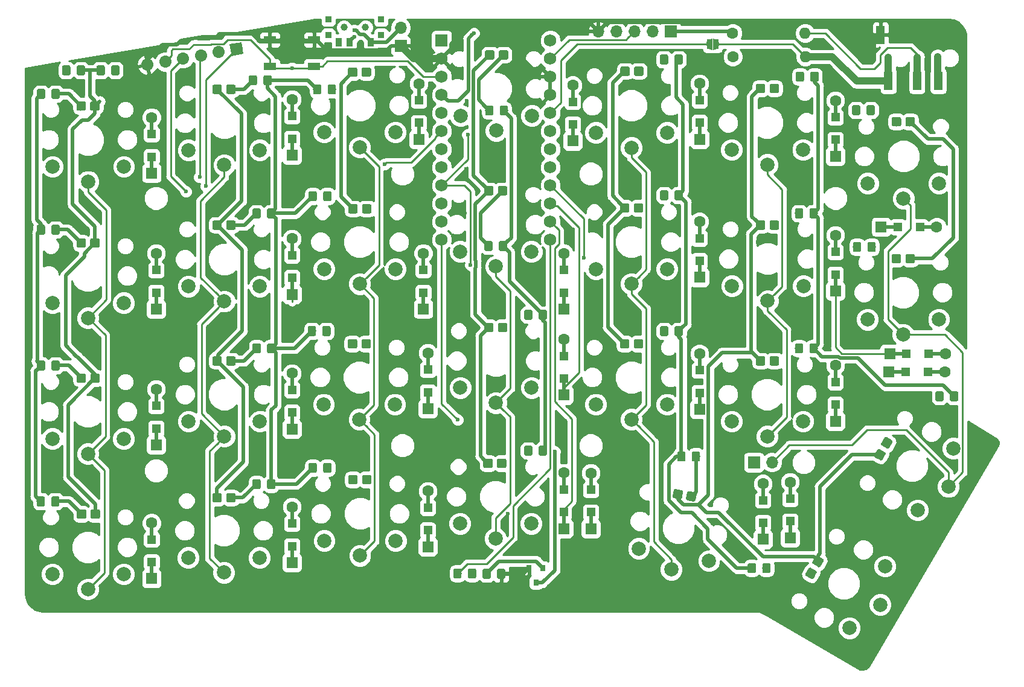
<source format=gbr>
G04 #@! TF.GenerationSoftware,KiCad,Pcbnew,(5.0.0)*
G04 #@! TF.CreationDate,2019-04-30T00:35:40-06:00*
G04 #@! TF.ProjectId,ErgoTravel,4572676F54726176656C2E6B69636164,rev?*
G04 #@! TF.SameCoordinates,Original*
G04 #@! TF.FileFunction,Copper,L1,Top,Signal*
G04 #@! TF.FilePolarity,Positive*
%FSLAX46Y46*%
G04 Gerber Fmt 4.6, Leading zero omitted, Abs format (unit mm)*
G04 Created by KiCad (PCBNEW (5.0.0)) date 04/30/19 00:35:40*
%MOMM*%
%LPD*%
G01*
G04 APERTURE LIST*
G04 #@! TA.AperFunction,EtchedComponent*
%ADD10C,0.010000*%
G04 #@! TD*
G04 #@! TA.AperFunction,SMDPad,CuDef*
%ADD11R,1.200000X1.200000*%
G04 #@! TD*
G04 #@! TA.AperFunction,ComponentPad*
%ADD12R,1.600000X1.600000*%
G04 #@! TD*
G04 #@! TA.AperFunction,ComponentPad*
%ADD13C,1.600000*%
G04 #@! TD*
G04 #@! TA.AperFunction,Conductor*
%ADD14R,0.500000X2.500000*%
G04 #@! TD*
G04 #@! TA.AperFunction,Conductor*
%ADD15R,2.500000X0.500000*%
G04 #@! TD*
G04 #@! TA.AperFunction,SMDPad,CuDef*
%ADD16R,1.200000X2.500000*%
G04 #@! TD*
G04 #@! TA.AperFunction,SMDPad,CuDef*
%ADD17R,1.800000X1.100000*%
G04 #@! TD*
G04 #@! TA.AperFunction,ComponentPad*
%ADD18R,1.752600X1.752600*%
G04 #@! TD*
G04 #@! TA.AperFunction,ComponentPad*
%ADD19C,1.752600*%
G04 #@! TD*
G04 #@! TA.AperFunction,ComponentPad*
%ADD20C,1.700000*%
G04 #@! TD*
G04 #@! TA.AperFunction,Conductor*
%ADD21C,0.100000*%
G04 #@! TD*
G04 #@! TA.AperFunction,Conductor*
%ADD22C,1.700000*%
G04 #@! TD*
G04 #@! TA.AperFunction,ComponentPad*
%ADD23O,1.600000X1.600000*%
G04 #@! TD*
G04 #@! TA.AperFunction,ComponentPad*
%ADD24R,1.700000X1.700000*%
G04 #@! TD*
G04 #@! TA.AperFunction,ComponentPad*
%ADD25O,1.700000X1.700000*%
G04 #@! TD*
G04 #@! TA.AperFunction,ComponentPad*
%ADD26R,0.800000X1.400000*%
G04 #@! TD*
G04 #@! TA.AperFunction,SMDPad,CuDef*
%ADD27C,1.300000*%
G04 #@! TD*
G04 #@! TA.AperFunction,SMDPad,CuDef*
%ADD28R,0.800000X0.900000*%
G04 #@! TD*
G04 #@! TA.AperFunction,SMDPad,CuDef*
%ADD29C,1.150000*%
G04 #@! TD*
G04 #@! TA.AperFunction,SMDPad,CuDef*
%ADD30R,0.900000X0.900000*%
G04 #@! TD*
G04 #@! TA.AperFunction,SMDPad,CuDef*
%ADD31R,0.900000X1.250000*%
G04 #@! TD*
G04 #@! TA.AperFunction,WasherPad*
%ADD32C,1.000000*%
G04 #@! TD*
G04 #@! TA.AperFunction,ComponentPad*
%ADD33C,2.000000*%
G04 #@! TD*
G04 #@! TA.AperFunction,ViaPad*
%ADD34C,0.600000*%
G04 #@! TD*
G04 #@! TA.AperFunction,Conductor*
%ADD35C,0.250000*%
G04 #@! TD*
G04 #@! TA.AperFunction,Conductor*
%ADD36C,1.000000*%
G04 #@! TD*
G04 #@! TA.AperFunction,Conductor*
%ADD37C,0.500000*%
G04 #@! TD*
G04 #@! TA.AperFunction,Conductor*
%ADD38C,0.254000*%
G04 #@! TD*
G04 APERTURE END LIST*
D10*
G04 #@! TO.C,SJ1*
G36*
X171916000Y-49796000D02*
X171659500Y-49841200D01*
X171433900Y-49971500D01*
X171266500Y-50171000D01*
X171177400Y-50415800D01*
X171177400Y-50676200D01*
X171266500Y-50921000D01*
X171433900Y-51120500D01*
X171659500Y-51250800D01*
X171916000Y-51296000D01*
X171916000Y-49796000D01*
X171916000Y-49796000D01*
G37*
X171916000Y-49796000D02*
X171659500Y-49841200D01*
X171433900Y-49971500D01*
X171266500Y-50171000D01*
X171177400Y-50415800D01*
X171177400Y-50676200D01*
X171266500Y-50921000D01*
X171433900Y-51120500D01*
X171659500Y-51250800D01*
X171916000Y-51296000D01*
X171916000Y-49796000D01*
G36*
X172116000Y-51296000D02*
X172372500Y-51250800D01*
X172598100Y-51120500D01*
X172765500Y-50921000D01*
X172854600Y-50676200D01*
X172854600Y-50415800D01*
X172765500Y-50171000D01*
X172598100Y-49971500D01*
X172372500Y-49841200D01*
X172116000Y-49796000D01*
X172116000Y-51296000D01*
X172116000Y-51296000D01*
G37*
X172116000Y-51296000D02*
X172372500Y-51250800D01*
X172598100Y-51120500D01*
X172765500Y-50921000D01*
X172854600Y-50676200D01*
X172854600Y-50415800D01*
X172765500Y-50171000D01*
X172598100Y-49971500D01*
X172372500Y-49841200D01*
X172116000Y-49796000D01*
X172116000Y-51296000D01*
G04 #@! TD*
D11*
G04 #@! TO.P,D1,2*
G04 #@! TO.N,Net-(D1-Pad2)*
X93345000Y-63195000D03*
G04 #@! TO.P,D1,1*
G04 #@! TO.N,row0*
X93345000Y-66345000D03*
D12*
X93345000Y-68670000D03*
D13*
G04 #@! TO.P,D1,2*
G04 #@! TO.N,Net-(D1-Pad2)*
X93345000Y-60870000D03*
D14*
G04 #@! TD*
G04 #@! TO.N,row0*
G04 #@! TO.C,D1*
X93345000Y-67470000D03*
G04 #@! TO.N,Net-(D1-Pad2)*
G04 #@! TO.C,D1*
X93345000Y-62070000D03*
G04 #@! TD*
D11*
G04 #@! TO.P,D2,2*
G04 #@! TO.N,Net-(D2-Pad2)*
X93980000Y-82245000D03*
G04 #@! TO.P,D2,1*
G04 #@! TO.N,row1*
X93980000Y-85395000D03*
D12*
X93980000Y-87720000D03*
D13*
G04 #@! TO.P,D2,2*
G04 #@! TO.N,Net-(D2-Pad2)*
X93980000Y-79920000D03*
D14*
G04 #@! TD*
G04 #@! TO.N,row1*
G04 #@! TO.C,D2*
X93980000Y-86520000D03*
G04 #@! TO.N,Net-(D2-Pad2)*
G04 #@! TO.C,D2*
X93980000Y-81120000D03*
G04 #@! TD*
D11*
G04 #@! TO.P,D3,2*
G04 #@! TO.N,Net-(D3-Pad2)*
X93980000Y-101295000D03*
G04 #@! TO.P,D3,1*
G04 #@! TO.N,row2*
X93980000Y-104445000D03*
D12*
X93980000Y-106770000D03*
D13*
G04 #@! TO.P,D3,2*
G04 #@! TO.N,Net-(D3-Pad2)*
X93980000Y-98970000D03*
D14*
G04 #@! TD*
G04 #@! TO.N,row2*
G04 #@! TO.C,D3*
X93980000Y-105570000D03*
G04 #@! TO.N,Net-(D3-Pad2)*
G04 #@! TO.C,D3*
X93980000Y-100170000D03*
G04 #@! TD*
D11*
G04 #@! TO.P,D4,2*
G04 #@! TO.N,Net-(D4-Pad2)*
X93345000Y-120040000D03*
G04 #@! TO.P,D4,1*
G04 #@! TO.N,row3*
X93345000Y-123190000D03*
D12*
X93345000Y-125515000D03*
D13*
G04 #@! TO.P,D4,2*
G04 #@! TO.N,Net-(D4-Pad2)*
X93345000Y-117715000D03*
D14*
G04 #@! TD*
G04 #@! TO.N,row3*
G04 #@! TO.C,D4*
X93345000Y-124315000D03*
G04 #@! TO.N,Net-(D4-Pad2)*
G04 #@! TO.C,D4*
X93345000Y-118915000D03*
G04 #@! TD*
D11*
G04 #@! TO.P,D5,2*
G04 #@! TO.N,Net-(D5-Pad2)*
X113030000Y-60655000D03*
G04 #@! TO.P,D5,1*
G04 #@! TO.N,row0*
X113030000Y-63805000D03*
D12*
X113030000Y-66130000D03*
D13*
G04 #@! TO.P,D5,2*
G04 #@! TO.N,Net-(D5-Pad2)*
X113030000Y-58330000D03*
D14*
G04 #@! TD*
G04 #@! TO.N,row0*
G04 #@! TO.C,D5*
X113030000Y-64930000D03*
G04 #@! TO.N,Net-(D5-Pad2)*
G04 #@! TO.C,D5*
X113030000Y-59530000D03*
G04 #@! TD*
D11*
G04 #@! TO.P,D6,2*
G04 #@! TO.N,Net-(D6-Pad2)*
X113030000Y-80180000D03*
G04 #@! TO.P,D6,1*
G04 #@! TO.N,row1*
X113030000Y-83330000D03*
D12*
X113030000Y-85655000D03*
D13*
G04 #@! TO.P,D6,2*
G04 #@! TO.N,Net-(D6-Pad2)*
X113030000Y-77855000D03*
D14*
G04 #@! TD*
G04 #@! TO.N,row1*
G04 #@! TO.C,D6*
X113030000Y-84455000D03*
G04 #@! TO.N,Net-(D6-Pad2)*
G04 #@! TO.C,D6*
X113030000Y-79055000D03*
G04 #@! TD*
D11*
G04 #@! TO.P,D7,2*
G04 #@! TO.N,Net-(D7-Pad2)*
X113030000Y-99060000D03*
G04 #@! TO.P,D7,1*
G04 #@! TO.N,row2*
X113030000Y-102210000D03*
D12*
X113030000Y-104535000D03*
D13*
G04 #@! TO.P,D7,2*
G04 #@! TO.N,Net-(D7-Pad2)*
X113030000Y-96735000D03*
D14*
G04 #@! TD*
G04 #@! TO.N,row2*
G04 #@! TO.C,D7*
X113030000Y-103335000D03*
G04 #@! TO.N,Net-(D7-Pad2)*
G04 #@! TO.C,D7*
X113030000Y-97935000D03*
G04 #@! TD*
D11*
G04 #@! TO.P,D8,2*
G04 #@! TO.N,Net-(D8-Pad2)*
X113030000Y-117805000D03*
G04 #@! TO.P,D8,1*
G04 #@! TO.N,row3*
X113030000Y-120955000D03*
D12*
X113030000Y-123280000D03*
D13*
G04 #@! TO.P,D8,2*
G04 #@! TO.N,Net-(D8-Pad2)*
X113030000Y-115480000D03*
D14*
G04 #@! TD*
G04 #@! TO.N,row3*
G04 #@! TO.C,D8*
X113030000Y-122080000D03*
G04 #@! TO.N,Net-(D8-Pad2)*
G04 #@! TO.C,D8*
X113030000Y-116680000D03*
G04 #@! TD*
D11*
G04 #@! TO.P,D9,2*
G04 #@! TO.N,Net-(D9-Pad2)*
X130810000Y-58445000D03*
G04 #@! TO.P,D9,1*
G04 #@! TO.N,row0*
X130810000Y-61595000D03*
D12*
X130810000Y-63920000D03*
D13*
G04 #@! TO.P,D9,2*
G04 #@! TO.N,Net-(D9-Pad2)*
X130810000Y-56120000D03*
D14*
G04 #@! TD*
G04 #@! TO.N,row0*
G04 #@! TO.C,D9*
X130810000Y-62720000D03*
G04 #@! TO.N,Net-(D9-Pad2)*
G04 #@! TO.C,D9*
X130810000Y-57320000D03*
G04 #@! TD*
D11*
G04 #@! TO.P,D10,2*
G04 #@! TO.N,Net-(D10-Pad2)*
X131445000Y-82245000D03*
G04 #@! TO.P,D10,1*
G04 #@! TO.N,row1*
X131445000Y-85395000D03*
D12*
X131445000Y-87720000D03*
D13*
G04 #@! TO.P,D10,2*
G04 #@! TO.N,Net-(D10-Pad2)*
X131445000Y-79920000D03*
D14*
G04 #@! TD*
G04 #@! TO.N,row1*
G04 #@! TO.C,D10*
X131445000Y-86520000D03*
G04 #@! TO.N,Net-(D10-Pad2)*
G04 #@! TO.C,D10*
X131445000Y-81120000D03*
G04 #@! TD*
D11*
G04 #@! TO.P,D11,2*
G04 #@! TO.N,Net-(D11-Pad2)*
X132080000Y-96215000D03*
G04 #@! TO.P,D11,1*
G04 #@! TO.N,row2*
X132080000Y-99365000D03*
D12*
X132080000Y-101690000D03*
D13*
G04 #@! TO.P,D11,2*
G04 #@! TO.N,Net-(D11-Pad2)*
X132080000Y-93890000D03*
D14*
G04 #@! TD*
G04 #@! TO.N,row2*
G04 #@! TO.C,D11*
X132080000Y-100490000D03*
G04 #@! TO.N,Net-(D11-Pad2)*
G04 #@! TO.C,D11*
X132080000Y-95090000D03*
G04 #@! TD*
D11*
G04 #@! TO.P,D12,2*
G04 #@! TO.N,Net-(D12-Pad2)*
X132080000Y-115570000D03*
G04 #@! TO.P,D12,1*
G04 #@! TO.N,row3*
X132080000Y-118720000D03*
D12*
X132080000Y-121045000D03*
D13*
G04 #@! TO.P,D12,2*
G04 #@! TO.N,Net-(D12-Pad2)*
X132080000Y-113245000D03*
D14*
G04 #@! TD*
G04 #@! TO.N,row3*
G04 #@! TO.C,D12*
X132080000Y-119845000D03*
G04 #@! TO.N,Net-(D12-Pad2)*
G04 #@! TO.C,D12*
X132080000Y-114445000D03*
G04 #@! TD*
D11*
G04 #@! TO.P,D13,2*
G04 #@! TO.N,Net-(D13-Pad2)*
X152400000Y-58660000D03*
G04 #@! TO.P,D13,1*
G04 #@! TO.N,row0*
X152400000Y-61810000D03*
D12*
X152400000Y-64135000D03*
D13*
G04 #@! TO.P,D13,2*
G04 #@! TO.N,Net-(D13-Pad2)*
X152400000Y-56335000D03*
D14*
G04 #@! TD*
G04 #@! TO.N,row0*
G04 #@! TO.C,D13*
X152400000Y-62935000D03*
G04 #@! TO.N,Net-(D13-Pad2)*
G04 #@! TO.C,D13*
X152400000Y-57535000D03*
G04 #@! TD*
D11*
G04 #@! TO.P,D14,2*
G04 #@! TO.N,Net-(D14-Pad2)*
X151130000Y-82245000D03*
G04 #@! TO.P,D14,1*
G04 #@! TO.N,row1*
X151130000Y-85395000D03*
D12*
X151130000Y-87720000D03*
D13*
G04 #@! TO.P,D14,2*
G04 #@! TO.N,Net-(D14-Pad2)*
X151130000Y-79920000D03*
D14*
G04 #@! TD*
G04 #@! TO.N,row1*
G04 #@! TO.C,D14*
X151130000Y-86520000D03*
G04 #@! TO.N,Net-(D14-Pad2)*
G04 #@! TO.C,D14*
X151130000Y-81120000D03*
G04 #@! TD*
D11*
G04 #@! TO.P,D15,2*
G04 #@! TO.N,Net-(D15-Pad2)*
X151130000Y-94310000D03*
G04 #@! TO.P,D15,1*
G04 #@! TO.N,row2*
X151130000Y-97460000D03*
D12*
X151130000Y-99785000D03*
D13*
G04 #@! TO.P,D15,2*
G04 #@! TO.N,Net-(D15-Pad2)*
X151130000Y-91985000D03*
D14*
G04 #@! TD*
G04 #@! TO.N,row2*
G04 #@! TO.C,D15*
X151130000Y-98585000D03*
G04 #@! TO.N,Net-(D15-Pad2)*
G04 #@! TO.C,D15*
X151130000Y-93185000D03*
G04 #@! TD*
D11*
G04 #@! TO.P,D16,2*
G04 #@! TO.N,Net-(D16-Pad2)*
X151130000Y-113030000D03*
G04 #@! TO.P,D16,1*
G04 #@! TO.N,row3*
X151130000Y-116180000D03*
D12*
X151130000Y-118505000D03*
D13*
G04 #@! TO.P,D16,2*
G04 #@! TO.N,Net-(D16-Pad2)*
X151130000Y-110705000D03*
D14*
G04 #@! TD*
G04 #@! TO.N,row3*
G04 #@! TO.C,D16*
X151130000Y-117305000D03*
G04 #@! TO.N,Net-(D16-Pad2)*
G04 #@! TO.C,D16*
X151130000Y-111905000D03*
G04 #@! TD*
D11*
G04 #@! TO.P,D17,2*
G04 #@! TO.N,Net-(D17-Pad2)*
X170180000Y-58420000D03*
G04 #@! TO.P,D17,1*
G04 #@! TO.N,row0*
X170180000Y-61570000D03*
D12*
X170180000Y-63895000D03*
D13*
G04 #@! TO.P,D17,2*
G04 #@! TO.N,Net-(D17-Pad2)*
X170180000Y-56095000D03*
D14*
G04 #@! TD*
G04 #@! TO.N,row0*
G04 #@! TO.C,D17*
X170180000Y-62695000D03*
G04 #@! TO.N,Net-(D17-Pad2)*
G04 #@! TO.C,D17*
X170180000Y-57295000D03*
G04 #@! TD*
D11*
G04 #@! TO.P,D18,2*
G04 #@! TO.N,Net-(D18-Pad2)*
X170180000Y-77800000D03*
G04 #@! TO.P,D18,1*
G04 #@! TO.N,row1*
X170180000Y-80950000D03*
D12*
X170180000Y-83275000D03*
D13*
G04 #@! TO.P,D18,2*
G04 #@! TO.N,Net-(D18-Pad2)*
X170180000Y-75475000D03*
D14*
G04 #@! TD*
G04 #@! TO.N,row1*
G04 #@! TO.C,D18*
X170180000Y-82075000D03*
G04 #@! TO.N,Net-(D18-Pad2)*
G04 #@! TO.C,D18*
X170180000Y-76675000D03*
G04 #@! TD*
D11*
G04 #@! TO.P,D19,2*
G04 #@! TO.N,Net-(D19-Pad2)*
X170180000Y-96305000D03*
G04 #@! TO.P,D19,1*
G04 #@! TO.N,row2*
X170180000Y-99455000D03*
D12*
X170180000Y-101780000D03*
D13*
G04 #@! TO.P,D19,2*
G04 #@! TO.N,Net-(D19-Pad2)*
X170180000Y-93980000D03*
D14*
G04 #@! TD*
G04 #@! TO.N,row2*
G04 #@! TO.C,D19*
X170180000Y-100580000D03*
G04 #@! TO.N,Net-(D19-Pad2)*
G04 #@! TO.C,D19*
X170180000Y-95180000D03*
G04 #@! TD*
D11*
G04 #@! TO.P,D20,2*
G04 #@! TO.N,Net-(D20-Pad2)*
X179070000Y-114540000D03*
G04 #@! TO.P,D20,1*
G04 #@! TO.N,row3*
X179070000Y-117690000D03*
D12*
X179070000Y-120015000D03*
D13*
G04 #@! TO.P,D20,2*
G04 #@! TO.N,Net-(D20-Pad2)*
X179070000Y-112215000D03*
D14*
G04 #@! TD*
G04 #@! TO.N,row3*
G04 #@! TO.C,D20*
X179070000Y-118815000D03*
G04 #@! TO.N,Net-(D20-Pad2)*
G04 #@! TO.C,D20*
X179070000Y-113415000D03*
G04 #@! TD*
D11*
G04 #@! TO.P,D21,2*
G04 #@! TO.N,Net-(D21-Pad2)*
X189230000Y-60815000D03*
G04 #@! TO.P,D21,1*
G04 #@! TO.N,row0*
X189230000Y-63965000D03*
D12*
X189230000Y-66290000D03*
D13*
G04 #@! TO.P,D21,2*
G04 #@! TO.N,Net-(D21-Pad2)*
X189230000Y-58490000D03*
D14*
G04 #@! TD*
G04 #@! TO.N,row0*
G04 #@! TO.C,D21*
X189230000Y-65090000D03*
G04 #@! TO.N,Net-(D21-Pad2)*
G04 #@! TO.C,D21*
X189230000Y-59690000D03*
G04 #@! TD*
D11*
G04 #@! TO.P,D22,2*
G04 #@! TO.N,Net-(D22-Pad2)*
X189230000Y-79705000D03*
G04 #@! TO.P,D22,1*
G04 #@! TO.N,row1*
X189230000Y-82855000D03*
D12*
X189230000Y-85180000D03*
D13*
G04 #@! TO.P,D22,2*
G04 #@! TO.N,Net-(D22-Pad2)*
X189230000Y-77380000D03*
D14*
G04 #@! TD*
G04 #@! TO.N,row1*
G04 #@! TO.C,D22*
X189230000Y-83980000D03*
G04 #@! TO.N,Net-(D22-Pad2)*
G04 #@! TO.C,D22*
X189230000Y-78580000D03*
G04 #@! TD*
D11*
G04 #@! TO.P,D23,2*
G04 #@! TO.N,Net-(D23-Pad2)*
X189230000Y-97960000D03*
G04 #@! TO.P,D23,1*
G04 #@! TO.N,row2*
X189230000Y-101110000D03*
D12*
X189230000Y-103435000D03*
D13*
G04 #@! TO.P,D23,2*
G04 #@! TO.N,Net-(D23-Pad2)*
X189230000Y-95635000D03*
D14*
G04 #@! TD*
G04 #@! TO.N,row2*
G04 #@! TO.C,D23*
X189230000Y-102235000D03*
G04 #@! TO.N,Net-(D23-Pad2)*
G04 #@! TO.C,D23*
X189230000Y-96835000D03*
G04 #@! TD*
D11*
G04 #@! TO.P,D24,2*
G04 #@! TO.N,Net-(D24-Pad2)*
X182880000Y-114325000D03*
G04 #@! TO.P,D24,1*
G04 #@! TO.N,row3*
X182880000Y-117475000D03*
D12*
X182880000Y-119800000D03*
D13*
G04 #@! TO.P,D24,2*
G04 #@! TO.N,Net-(D24-Pad2)*
X182880000Y-112000000D03*
D14*
G04 #@! TD*
G04 #@! TO.N,row3*
G04 #@! TO.C,D24*
X182880000Y-118600000D03*
G04 #@! TO.N,Net-(D24-Pad2)*
G04 #@! TO.C,D24*
X182880000Y-113200000D03*
G04 #@! TD*
D11*
G04 #@! TO.P,D25,2*
G04 #@! TO.N,Net-(D25-Pad2)*
X201125000Y-76200000D03*
G04 #@! TO.P,D25,1*
G04 #@! TO.N,row0*
X197975000Y-76200000D03*
D12*
X195650000Y-76200000D03*
D13*
G04 #@! TO.P,D25,2*
G04 #@! TO.N,Net-(D25-Pad2)*
X203450000Y-76200000D03*
D15*
G04 #@! TD*
G04 #@! TO.N,row0*
G04 #@! TO.C,D25*
X196850000Y-76200000D03*
G04 #@! TO.N,Net-(D25-Pad2)*
G04 #@! TO.C,D25*
X202250000Y-76200000D03*
G04 #@! TD*
D11*
G04 #@! TO.P,D26,2*
G04 #@! TO.N,Net-(D26-Pad2)*
X202325000Y-93980000D03*
G04 #@! TO.P,D26,1*
G04 #@! TO.N,row1*
X199175000Y-93980000D03*
D12*
X196850000Y-93980000D03*
D13*
G04 #@! TO.P,D26,2*
G04 #@! TO.N,Net-(D26-Pad2)*
X204650000Y-93980000D03*
D15*
G04 #@! TD*
G04 #@! TO.N,row1*
G04 #@! TO.C,D26*
X198050000Y-93980000D03*
G04 #@! TO.N,Net-(D26-Pad2)*
G04 #@! TO.C,D26*
X203450000Y-93980000D03*
G04 #@! TD*
D11*
G04 #@! TO.P,D27,2*
G04 #@! TO.N,Net-(D27-Pad2)*
X202235000Y-96520000D03*
G04 #@! TO.P,D27,1*
G04 #@! TO.N,row2*
X199085000Y-96520000D03*
D12*
X196760000Y-96520000D03*
D13*
G04 #@! TO.P,D27,2*
G04 #@! TO.N,Net-(D27-Pad2)*
X204560000Y-96520000D03*
D15*
G04 #@! TD*
G04 #@! TO.N,row2*
G04 #@! TO.C,D27*
X197960000Y-96520000D03*
G04 #@! TO.N,Net-(D27-Pad2)*
G04 #@! TO.C,D27*
X203360000Y-96520000D03*
G04 #@! TD*
D16*
G04 #@! TO.P,J2,4*
G04 #@! TO.N,GND*
X195575000Y-49250000D03*
G04 #@! TO.P,J2,1*
G04 #@! TO.N,sda*
X196675000Y-55750000D03*
G04 #@! TO.P,J2,2*
G04 #@! TO.N,scl*
X200675000Y-55750000D03*
G04 #@! TO.P,J2,3*
G04 #@! TO.N,VCC*
X203675000Y-55750000D03*
G04 #@! TD*
D17*
G04 #@! TO.P,SW1,1*
G04 #@! TO.N,RESET*
X116130000Y-53666000D03*
X109930000Y-53666000D03*
G04 #@! TO.P,SW1,2*
G04 #@! TO.N,GND*
X116130000Y-49966000D03*
X109930000Y-49966000D03*
G04 #@! TD*
D18*
G04 #@! TO.P,U1,1*
G04 #@! TO.N,/RAW*
X134020038Y-50054000D03*
D19*
G04 #@! TO.P,U1,2*
G04 #@! TO.N,GND*
X134020038Y-52594000D03*
G04 #@! TO.P,U1,3*
G04 #@! TO.N,RESET*
X134020038Y-55134000D03*
G04 #@! TO.P,U1,4*
G04 #@! TO.N,VCC*
X134020038Y-57674000D03*
G04 #@! TO.P,U1,5*
G04 #@! TO.N,N/C*
X134020038Y-60214000D03*
G04 #@! TO.P,U1,6*
G04 #@! TO.N,col0*
X134020038Y-62754000D03*
G04 #@! TO.P,U1,7*
G04 #@! TO.N,col1*
X134020038Y-65294000D03*
G04 #@! TO.P,U1,8*
G04 #@! TO.N,col2*
X134020038Y-67834000D03*
G04 #@! TO.P,U1,9*
G04 #@! TO.N,SCK*
X134020038Y-70374000D03*
G04 #@! TO.P,U1,10*
G04 #@! TO.N,MISO*
X134020038Y-72914000D03*
G04 #@! TO.P,U1,11*
G04 #@! TO.N,MOSI*
X134020038Y-75454000D03*
G04 #@! TO.P,U1,12*
G04 #@! TO.N,col6*
X134020038Y-77994000D03*
G04 #@! TO.P,U1,24*
G04 #@! TO.N,backlight*
X149260038Y-77994000D03*
G04 #@! TO.P,U1,23*
G04 #@! TO.N,row3*
X149260038Y-75454000D03*
G04 #@! TO.P,U1,22*
G04 #@! TO.N,row2*
X149260038Y-72914000D03*
G04 #@! TO.P,U1,21*
G04 #@! TO.N,row1*
X149260038Y-70374000D03*
G04 #@! TO.P,U1,20*
G04 #@! TO.N,row0*
X149260038Y-67834000D03*
G04 #@! TO.P,U1,19*
G04 #@! TO.N,N/C*
X149260038Y-65294000D03*
G04 #@! TO.P,U1,18*
G04 #@! TO.N,scl*
X149260038Y-62754000D03*
G04 #@! TO.P,U1,17*
G04 #@! TO.N,sdaPM*
X149260038Y-60214000D03*
G04 #@! TO.P,U1,16*
G04 #@! TO.N,GND*
X149260038Y-57674000D03*
G04 #@! TO.P,U1,15*
X149260038Y-55134000D03*
G04 #@! TO.P,U1,14*
G04 #@! TO.N,RX*
X149260038Y-52594000D03*
G04 #@! TO.P,U1,13*
G04 #@! TO.N,ws2812di*
X149260038Y-50054000D03*
G04 #@! TD*
D20*
G04 #@! TO.P,J4,1*
G04 #@! TO.N,MISO*
X105255647Y-51250000D03*
D21*
G04 #@! TD*
G04 #@! TO.N,MISO*
G04 #@! TO.C,J4*
G36*
X104270959Y-50560514D02*
X105945133Y-50265312D01*
X106240335Y-51939486D01*
X104566161Y-52234688D01*
X104270959Y-50560514D01*
X104270959Y-50560514D01*
G37*
D20*
G04 #@! TO.P,J4,2*
G04 #@! TO.N,VCC*
X102754235Y-51691066D03*
D22*
G04 #@! TD*
G04 #@! TO.N,VCC*
G04 #@! TO.C,J4*
X102754235Y-51691066D02*
X102754235Y-51691066D01*
D20*
G04 #@! TO.P,J4,3*
G04 #@! TO.N,SCK*
X100252824Y-52132133D03*
D22*
G04 #@! TD*
G04 #@! TO.N,SCK*
G04 #@! TO.C,J4*
X100252824Y-52132133D02*
X100252824Y-52132133D01*
D20*
G04 #@! TO.P,J4,4*
G04 #@! TO.N,MOSI*
X97751412Y-52573199D03*
D22*
G04 #@! TD*
G04 #@! TO.N,MOSI*
G04 #@! TO.C,J4*
X97751412Y-52573199D02*
X97751412Y-52573199D01*
D20*
G04 #@! TO.P,J4,5*
G04 #@! TO.N,RESET*
X95250000Y-53014265D03*
D22*
G04 #@! TD*
G04 #@! TO.N,RESET*
G04 #@! TO.C,J4*
X95250000Y-53014265D02*
X95250000Y-53014265D01*
D20*
G04 #@! TO.P,J4,6*
G04 #@! TO.N,GND*
X92748589Y-53455332D03*
D22*
G04 #@! TD*
G04 #@! TO.N,GND*
G04 #@! TO.C,J4*
X92748589Y-53455332D02*
X92748589Y-53455332D01*
D13*
G04 #@! TO.P,R1,1*
G04 #@! TO.N,VCC*
X174863760Y-52324000D03*
D23*
G04 #@! TO.P,R1,2*
G04 #@! TO.N,sda*
X185023760Y-52324000D03*
G04 #@! TD*
D13*
G04 #@! TO.P,R2,1*
G04 #@! TO.N,VCC*
X174830740Y-49022000D03*
D23*
G04 #@! TO.P,R2,2*
G04 #@! TO.N,scl*
X184990740Y-49022000D03*
G04 #@! TD*
D24*
G04 #@! TO.P,J1,1*
G04 #@! TO.N,VCC*
X166116000Y-48768000D03*
D25*
G04 #@! TO.P,J1,2*
G04 #@! TO.N,ws2812di*
X163576000Y-48768000D03*
G04 #@! TO.P,J1,3*
G04 #@! TO.N,RX*
X161036000Y-48768000D03*
G04 #@! TO.P,J1,4*
G04 #@! TO.N,RESET*
X158496000Y-48768000D03*
G04 #@! TO.P,J1,5*
G04 #@! TO.N,GND*
X155956000Y-48768000D03*
G04 #@! TD*
D26*
G04 #@! TO.P,SJ1,2*
G04 #@! TO.N,sda*
X172466000Y-50546000D03*
G04 #@! TO.P,SJ1,1*
G04 #@! TO.N,sdaPM*
X171566000Y-50546000D03*
X171566000Y-50546000D03*
G04 #@! TO.P,SJ1,2*
G04 #@! TO.N,sda*
X172466000Y-50546000D03*
G04 #@! TD*
D11*
G04 #@! TO.P,D28,2*
G04 #@! TO.N,Net-(D28-Pad2)*
X154940000Y-113054999D03*
G04 #@! TO.P,D28,1*
G04 #@! TO.N,row3*
X154940000Y-116204999D03*
D12*
X154940000Y-118529999D03*
D13*
G04 #@! TO.P,D28,2*
G04 #@! TO.N,Net-(D28-Pad2)*
X154940000Y-110729999D03*
D14*
G04 #@! TD*
G04 #@! TO.N,row3*
G04 #@! TO.C,D28*
X154940000Y-117329999D03*
G04 #@! TO.N,Net-(D28-Pad2)*
G04 #@! TO.C,D28*
X154940000Y-111929999D03*
G04 #@! TD*
D24*
G04 #@! TO.P,J13,1*
G04 #@! TO.N,Net-(D28-Pad2)*
X177800000Y-109220000D03*
D25*
G04 #@! TO.P,J13,2*
G04 #@! TO.N,col6*
X180340000Y-109220000D03*
G04 #@! TD*
D24*
G04 #@! TO.P,J14,1*
G04 #@! TO.N,GND*
X128270000Y-50800000D03*
D25*
G04 #@! TO.P,J14,2*
G04 #@! TO.N,Net-(J14-Pad2)*
X128270000Y-48260000D03*
G04 #@! TD*
D21*
G04 #@! TO.N,Net-(D29-Pad1)*
G04 #@! TO.C,D30*
G36*
X83908545Y-58598512D02*
X83932814Y-58602112D01*
X83956612Y-58608073D01*
X83979712Y-58616338D01*
X84001890Y-58626828D01*
X84022934Y-58639441D01*
X84042639Y-58654055D01*
X84060818Y-58670531D01*
X84077294Y-58688710D01*
X84091908Y-58708415D01*
X84104521Y-58729459D01*
X84115011Y-58751637D01*
X84123276Y-58774737D01*
X84129237Y-58798535D01*
X84132837Y-58822804D01*
X84134041Y-58847308D01*
X84134041Y-59647308D01*
X84132837Y-59671812D01*
X84129237Y-59696081D01*
X84123276Y-59719879D01*
X84115011Y-59742979D01*
X84104521Y-59765157D01*
X84091908Y-59786201D01*
X84077294Y-59805906D01*
X84060818Y-59824085D01*
X84042639Y-59840561D01*
X84022934Y-59855175D01*
X84001890Y-59867788D01*
X83979712Y-59878278D01*
X83956612Y-59886543D01*
X83932814Y-59892504D01*
X83908545Y-59896104D01*
X83884041Y-59897308D01*
X83059041Y-59897308D01*
X83034537Y-59896104D01*
X83010268Y-59892504D01*
X82986470Y-59886543D01*
X82963370Y-59878278D01*
X82941192Y-59867788D01*
X82920148Y-59855175D01*
X82900443Y-59840561D01*
X82882264Y-59824085D01*
X82865788Y-59805906D01*
X82851174Y-59786201D01*
X82838561Y-59765157D01*
X82828071Y-59742979D01*
X82819806Y-59719879D01*
X82813845Y-59696081D01*
X82810245Y-59671812D01*
X82809041Y-59647308D01*
X82809041Y-58847308D01*
X82810245Y-58822804D01*
X82813845Y-58798535D01*
X82819806Y-58774737D01*
X82828071Y-58751637D01*
X82838561Y-58729459D01*
X82851174Y-58708415D01*
X82865788Y-58688710D01*
X82882264Y-58670531D01*
X82900443Y-58654055D01*
X82920148Y-58639441D01*
X82941192Y-58626828D01*
X82963370Y-58616338D01*
X82986470Y-58608073D01*
X83010268Y-58602112D01*
X83034537Y-58598512D01*
X83059041Y-58597308D01*
X83884041Y-58597308D01*
X83908545Y-58598512D01*
X83908545Y-58598512D01*
G37*
D27*
G04 #@! TD*
G04 #@! TO.P,D30,1*
G04 #@! TO.N,Net-(D29-Pad1)*
X83471541Y-59247308D03*
D21*
G04 #@! TO.N,/LEDPOWER*
G04 #@! TO.C,D30*
G36*
X85833545Y-58598512D02*
X85857814Y-58602112D01*
X85881612Y-58608073D01*
X85904712Y-58616338D01*
X85926890Y-58626828D01*
X85947934Y-58639441D01*
X85967639Y-58654055D01*
X85985818Y-58670531D01*
X86002294Y-58688710D01*
X86016908Y-58708415D01*
X86029521Y-58729459D01*
X86040011Y-58751637D01*
X86048276Y-58774737D01*
X86054237Y-58798535D01*
X86057837Y-58822804D01*
X86059041Y-58847308D01*
X86059041Y-59647308D01*
X86057837Y-59671812D01*
X86054237Y-59696081D01*
X86048276Y-59719879D01*
X86040011Y-59742979D01*
X86029521Y-59765157D01*
X86016908Y-59786201D01*
X86002294Y-59805906D01*
X85985818Y-59824085D01*
X85967639Y-59840561D01*
X85947934Y-59855175D01*
X85926890Y-59867788D01*
X85904712Y-59878278D01*
X85881612Y-59886543D01*
X85857814Y-59892504D01*
X85833545Y-59896104D01*
X85809041Y-59897308D01*
X84984041Y-59897308D01*
X84959537Y-59896104D01*
X84935268Y-59892504D01*
X84911470Y-59886543D01*
X84888370Y-59878278D01*
X84866192Y-59867788D01*
X84845148Y-59855175D01*
X84825443Y-59840561D01*
X84807264Y-59824085D01*
X84790788Y-59805906D01*
X84776174Y-59786201D01*
X84763561Y-59765157D01*
X84753071Y-59742979D01*
X84744806Y-59719879D01*
X84738845Y-59696081D01*
X84735245Y-59671812D01*
X84734041Y-59647308D01*
X84734041Y-58847308D01*
X84735245Y-58822804D01*
X84738845Y-58798535D01*
X84744806Y-58774737D01*
X84753071Y-58751637D01*
X84763561Y-58729459D01*
X84776174Y-58708415D01*
X84790788Y-58688710D01*
X84807264Y-58670531D01*
X84825443Y-58654055D01*
X84845148Y-58639441D01*
X84866192Y-58626828D01*
X84888370Y-58616338D01*
X84911470Y-58608073D01*
X84935268Y-58602112D01*
X84959537Y-58598512D01*
X84984041Y-58597308D01*
X85809041Y-58597308D01*
X85833545Y-58598512D01*
X85833545Y-58598512D01*
G37*
D27*
G04 #@! TD*
G04 #@! TO.P,D30,2*
G04 #@! TO.N,/LEDPOWER*
X85396541Y-59247308D03*
D21*
G04 #@! TO.N,/LEDPOWER*
G04 #@! TO.C,D31*
G36*
X85829349Y-77794730D02*
X85853618Y-77798330D01*
X85877416Y-77804291D01*
X85900516Y-77812556D01*
X85922694Y-77823046D01*
X85943738Y-77835659D01*
X85963443Y-77850273D01*
X85981622Y-77866749D01*
X85998098Y-77884928D01*
X86012712Y-77904633D01*
X86025325Y-77925677D01*
X86035815Y-77947855D01*
X86044080Y-77970955D01*
X86050041Y-77994753D01*
X86053641Y-78019022D01*
X86054845Y-78043526D01*
X86054845Y-78843526D01*
X86053641Y-78868030D01*
X86050041Y-78892299D01*
X86044080Y-78916097D01*
X86035815Y-78939197D01*
X86025325Y-78961375D01*
X86012712Y-78982419D01*
X85998098Y-79002124D01*
X85981622Y-79020303D01*
X85963443Y-79036779D01*
X85943738Y-79051393D01*
X85922694Y-79064006D01*
X85900516Y-79074496D01*
X85877416Y-79082761D01*
X85853618Y-79088722D01*
X85829349Y-79092322D01*
X85804845Y-79093526D01*
X84979845Y-79093526D01*
X84955341Y-79092322D01*
X84931072Y-79088722D01*
X84907274Y-79082761D01*
X84884174Y-79074496D01*
X84861996Y-79064006D01*
X84840952Y-79051393D01*
X84821247Y-79036779D01*
X84803068Y-79020303D01*
X84786592Y-79002124D01*
X84771978Y-78982419D01*
X84759365Y-78961375D01*
X84748875Y-78939197D01*
X84740610Y-78916097D01*
X84734649Y-78892299D01*
X84731049Y-78868030D01*
X84729845Y-78843526D01*
X84729845Y-78043526D01*
X84731049Y-78019022D01*
X84734649Y-77994753D01*
X84740610Y-77970955D01*
X84748875Y-77947855D01*
X84759365Y-77925677D01*
X84771978Y-77904633D01*
X84786592Y-77884928D01*
X84803068Y-77866749D01*
X84821247Y-77850273D01*
X84840952Y-77835659D01*
X84861996Y-77823046D01*
X84884174Y-77812556D01*
X84907274Y-77804291D01*
X84931072Y-77798330D01*
X84955341Y-77794730D01*
X84979845Y-77793526D01*
X85804845Y-77793526D01*
X85829349Y-77794730D01*
X85829349Y-77794730D01*
G37*
D27*
G04 #@! TD*
G04 #@! TO.P,D31,2*
G04 #@! TO.N,/LEDPOWER*
X85392345Y-78443526D03*
D21*
G04 #@! TO.N,Net-(D31-Pad1)*
G04 #@! TO.C,D31*
G36*
X83904349Y-77794730D02*
X83928618Y-77798330D01*
X83952416Y-77804291D01*
X83975516Y-77812556D01*
X83997694Y-77823046D01*
X84018738Y-77835659D01*
X84038443Y-77850273D01*
X84056622Y-77866749D01*
X84073098Y-77884928D01*
X84087712Y-77904633D01*
X84100325Y-77925677D01*
X84110815Y-77947855D01*
X84119080Y-77970955D01*
X84125041Y-77994753D01*
X84128641Y-78019022D01*
X84129845Y-78043526D01*
X84129845Y-78843526D01*
X84128641Y-78868030D01*
X84125041Y-78892299D01*
X84119080Y-78916097D01*
X84110815Y-78939197D01*
X84100325Y-78961375D01*
X84087712Y-78982419D01*
X84073098Y-79002124D01*
X84056622Y-79020303D01*
X84038443Y-79036779D01*
X84018738Y-79051393D01*
X83997694Y-79064006D01*
X83975516Y-79074496D01*
X83952416Y-79082761D01*
X83928618Y-79088722D01*
X83904349Y-79092322D01*
X83879845Y-79093526D01*
X83054845Y-79093526D01*
X83030341Y-79092322D01*
X83006072Y-79088722D01*
X82982274Y-79082761D01*
X82959174Y-79074496D01*
X82936996Y-79064006D01*
X82915952Y-79051393D01*
X82896247Y-79036779D01*
X82878068Y-79020303D01*
X82861592Y-79002124D01*
X82846978Y-78982419D01*
X82834365Y-78961375D01*
X82823875Y-78939197D01*
X82815610Y-78916097D01*
X82809649Y-78892299D01*
X82806049Y-78868030D01*
X82804845Y-78843526D01*
X82804845Y-78043526D01*
X82806049Y-78019022D01*
X82809649Y-77994753D01*
X82815610Y-77970955D01*
X82823875Y-77947855D01*
X82834365Y-77925677D01*
X82846978Y-77904633D01*
X82861592Y-77884928D01*
X82878068Y-77866749D01*
X82896247Y-77850273D01*
X82915952Y-77835659D01*
X82936996Y-77823046D01*
X82959174Y-77812556D01*
X82982274Y-77804291D01*
X83006072Y-77798330D01*
X83030341Y-77794730D01*
X83054845Y-77793526D01*
X83879845Y-77793526D01*
X83904349Y-77794730D01*
X83904349Y-77794730D01*
G37*
D27*
G04 #@! TD*
G04 #@! TO.P,D31,1*
G04 #@! TO.N,Net-(D31-Pad1)*
X83467345Y-78443526D03*
D21*
G04 #@! TO.N,/LEDPOWER*
G04 #@! TO.C,D34*
G36*
X85854504Y-96760204D02*
X85878773Y-96763804D01*
X85902571Y-96769765D01*
X85925671Y-96778030D01*
X85947849Y-96788520D01*
X85968893Y-96801133D01*
X85988598Y-96815747D01*
X86006777Y-96832223D01*
X86023253Y-96850402D01*
X86037867Y-96870107D01*
X86050480Y-96891151D01*
X86060970Y-96913329D01*
X86069235Y-96936429D01*
X86075196Y-96960227D01*
X86078796Y-96984496D01*
X86080000Y-97009000D01*
X86080000Y-97809000D01*
X86078796Y-97833504D01*
X86075196Y-97857773D01*
X86069235Y-97881571D01*
X86060970Y-97904671D01*
X86050480Y-97926849D01*
X86037867Y-97947893D01*
X86023253Y-97967598D01*
X86006777Y-97985777D01*
X85988598Y-98002253D01*
X85968893Y-98016867D01*
X85947849Y-98029480D01*
X85925671Y-98039970D01*
X85902571Y-98048235D01*
X85878773Y-98054196D01*
X85854504Y-98057796D01*
X85830000Y-98059000D01*
X85005000Y-98059000D01*
X84980496Y-98057796D01*
X84956227Y-98054196D01*
X84932429Y-98048235D01*
X84909329Y-98039970D01*
X84887151Y-98029480D01*
X84866107Y-98016867D01*
X84846402Y-98002253D01*
X84828223Y-97985777D01*
X84811747Y-97967598D01*
X84797133Y-97947893D01*
X84784520Y-97926849D01*
X84774030Y-97904671D01*
X84765765Y-97881571D01*
X84759804Y-97857773D01*
X84756204Y-97833504D01*
X84755000Y-97809000D01*
X84755000Y-97009000D01*
X84756204Y-96984496D01*
X84759804Y-96960227D01*
X84765765Y-96936429D01*
X84774030Y-96913329D01*
X84784520Y-96891151D01*
X84797133Y-96870107D01*
X84811747Y-96850402D01*
X84828223Y-96832223D01*
X84846402Y-96815747D01*
X84866107Y-96801133D01*
X84887151Y-96788520D01*
X84909329Y-96778030D01*
X84932429Y-96769765D01*
X84956227Y-96763804D01*
X84980496Y-96760204D01*
X85005000Y-96759000D01*
X85830000Y-96759000D01*
X85854504Y-96760204D01*
X85854504Y-96760204D01*
G37*
D27*
G04 #@! TD*
G04 #@! TO.P,D34,2*
G04 #@! TO.N,/LEDPOWER*
X85417500Y-97409000D03*
D21*
G04 #@! TO.N,Net-(D33-Pad1)*
G04 #@! TO.C,D34*
G36*
X83929504Y-96760204D02*
X83953773Y-96763804D01*
X83977571Y-96769765D01*
X84000671Y-96778030D01*
X84022849Y-96788520D01*
X84043893Y-96801133D01*
X84063598Y-96815747D01*
X84081777Y-96832223D01*
X84098253Y-96850402D01*
X84112867Y-96870107D01*
X84125480Y-96891151D01*
X84135970Y-96913329D01*
X84144235Y-96936429D01*
X84150196Y-96960227D01*
X84153796Y-96984496D01*
X84155000Y-97009000D01*
X84155000Y-97809000D01*
X84153796Y-97833504D01*
X84150196Y-97857773D01*
X84144235Y-97881571D01*
X84135970Y-97904671D01*
X84125480Y-97926849D01*
X84112867Y-97947893D01*
X84098253Y-97967598D01*
X84081777Y-97985777D01*
X84063598Y-98002253D01*
X84043893Y-98016867D01*
X84022849Y-98029480D01*
X84000671Y-98039970D01*
X83977571Y-98048235D01*
X83953773Y-98054196D01*
X83929504Y-98057796D01*
X83905000Y-98059000D01*
X83080000Y-98059000D01*
X83055496Y-98057796D01*
X83031227Y-98054196D01*
X83007429Y-98048235D01*
X82984329Y-98039970D01*
X82962151Y-98029480D01*
X82941107Y-98016867D01*
X82921402Y-98002253D01*
X82903223Y-97985777D01*
X82886747Y-97967598D01*
X82872133Y-97947893D01*
X82859520Y-97926849D01*
X82849030Y-97904671D01*
X82840765Y-97881571D01*
X82834804Y-97857773D01*
X82831204Y-97833504D01*
X82830000Y-97809000D01*
X82830000Y-97009000D01*
X82831204Y-96984496D01*
X82834804Y-96960227D01*
X82840765Y-96936429D01*
X82849030Y-96913329D01*
X82859520Y-96891151D01*
X82872133Y-96870107D01*
X82886747Y-96850402D01*
X82903223Y-96832223D01*
X82921402Y-96815747D01*
X82941107Y-96801133D01*
X82962151Y-96788520D01*
X82984329Y-96778030D01*
X83007429Y-96769765D01*
X83031227Y-96763804D01*
X83055496Y-96760204D01*
X83080000Y-96759000D01*
X83905000Y-96759000D01*
X83929504Y-96760204D01*
X83929504Y-96760204D01*
G37*
D27*
G04 #@! TD*
G04 #@! TO.P,D34,1*
G04 #@! TO.N,Net-(D33-Pad1)*
X83492500Y-97409000D03*
D21*
G04 #@! TO.N,/LEDPOWER*
G04 #@! TO.C,D35*
G36*
X85892808Y-115814308D02*
X85917077Y-115817908D01*
X85940875Y-115823869D01*
X85963975Y-115832134D01*
X85986153Y-115842624D01*
X86007197Y-115855237D01*
X86026902Y-115869851D01*
X86045081Y-115886327D01*
X86061557Y-115904506D01*
X86076171Y-115924211D01*
X86088784Y-115945255D01*
X86099274Y-115967433D01*
X86107539Y-115990533D01*
X86113500Y-116014331D01*
X86117100Y-116038600D01*
X86118304Y-116063104D01*
X86118304Y-116863104D01*
X86117100Y-116887608D01*
X86113500Y-116911877D01*
X86107539Y-116935675D01*
X86099274Y-116958775D01*
X86088784Y-116980953D01*
X86076171Y-117001997D01*
X86061557Y-117021702D01*
X86045081Y-117039881D01*
X86026902Y-117056357D01*
X86007197Y-117070971D01*
X85986153Y-117083584D01*
X85963975Y-117094074D01*
X85940875Y-117102339D01*
X85917077Y-117108300D01*
X85892808Y-117111900D01*
X85868304Y-117113104D01*
X85043304Y-117113104D01*
X85018800Y-117111900D01*
X84994531Y-117108300D01*
X84970733Y-117102339D01*
X84947633Y-117094074D01*
X84925455Y-117083584D01*
X84904411Y-117070971D01*
X84884706Y-117056357D01*
X84866527Y-117039881D01*
X84850051Y-117021702D01*
X84835437Y-117001997D01*
X84822824Y-116980953D01*
X84812334Y-116958775D01*
X84804069Y-116935675D01*
X84798108Y-116911877D01*
X84794508Y-116887608D01*
X84793304Y-116863104D01*
X84793304Y-116063104D01*
X84794508Y-116038600D01*
X84798108Y-116014331D01*
X84804069Y-115990533D01*
X84812334Y-115967433D01*
X84822824Y-115945255D01*
X84835437Y-115924211D01*
X84850051Y-115904506D01*
X84866527Y-115886327D01*
X84884706Y-115869851D01*
X84904411Y-115855237D01*
X84925455Y-115842624D01*
X84947633Y-115832134D01*
X84970733Y-115823869D01*
X84994531Y-115817908D01*
X85018800Y-115814308D01*
X85043304Y-115813104D01*
X85868304Y-115813104D01*
X85892808Y-115814308D01*
X85892808Y-115814308D01*
G37*
D27*
G04 #@! TD*
G04 #@! TO.P,D35,2*
G04 #@! TO.N,/LEDPOWER*
X85455804Y-116463104D03*
D21*
G04 #@! TO.N,Net-(D35-Pad1)*
G04 #@! TO.C,D35*
G36*
X83967808Y-115814308D02*
X83992077Y-115817908D01*
X84015875Y-115823869D01*
X84038975Y-115832134D01*
X84061153Y-115842624D01*
X84082197Y-115855237D01*
X84101902Y-115869851D01*
X84120081Y-115886327D01*
X84136557Y-115904506D01*
X84151171Y-115924211D01*
X84163784Y-115945255D01*
X84174274Y-115967433D01*
X84182539Y-115990533D01*
X84188500Y-116014331D01*
X84192100Y-116038600D01*
X84193304Y-116063104D01*
X84193304Y-116863104D01*
X84192100Y-116887608D01*
X84188500Y-116911877D01*
X84182539Y-116935675D01*
X84174274Y-116958775D01*
X84163784Y-116980953D01*
X84151171Y-117001997D01*
X84136557Y-117021702D01*
X84120081Y-117039881D01*
X84101902Y-117056357D01*
X84082197Y-117070971D01*
X84061153Y-117083584D01*
X84038975Y-117094074D01*
X84015875Y-117102339D01*
X83992077Y-117108300D01*
X83967808Y-117111900D01*
X83943304Y-117113104D01*
X83118304Y-117113104D01*
X83093800Y-117111900D01*
X83069531Y-117108300D01*
X83045733Y-117102339D01*
X83022633Y-117094074D01*
X83000455Y-117083584D01*
X82979411Y-117070971D01*
X82959706Y-117056357D01*
X82941527Y-117039881D01*
X82925051Y-117021702D01*
X82910437Y-117001997D01*
X82897824Y-116980953D01*
X82887334Y-116958775D01*
X82879069Y-116935675D01*
X82873108Y-116911877D01*
X82869508Y-116887608D01*
X82868304Y-116863104D01*
X82868304Y-116063104D01*
X82869508Y-116038600D01*
X82873108Y-116014331D01*
X82879069Y-115990533D01*
X82887334Y-115967433D01*
X82897824Y-115945255D01*
X82910437Y-115924211D01*
X82925051Y-115904506D01*
X82941527Y-115886327D01*
X82959706Y-115869851D01*
X82979411Y-115855237D01*
X83000455Y-115842624D01*
X83022633Y-115832134D01*
X83045733Y-115823869D01*
X83069531Y-115817908D01*
X83093800Y-115814308D01*
X83118304Y-115813104D01*
X83943304Y-115813104D01*
X83967808Y-115814308D01*
X83967808Y-115814308D01*
G37*
D27*
G04 #@! TD*
G04 #@! TO.P,D35,1*
G04 #@! TO.N,Net-(D35-Pad1)*
X83530804Y-116463104D03*
D21*
G04 #@! TO.N,/LEDPOWER*
G04 #@! TO.C,D38*
G36*
X102979504Y-56247204D02*
X103003773Y-56250804D01*
X103027571Y-56256765D01*
X103050671Y-56265030D01*
X103072849Y-56275520D01*
X103093893Y-56288133D01*
X103113598Y-56302747D01*
X103131777Y-56319223D01*
X103148253Y-56337402D01*
X103162867Y-56357107D01*
X103175480Y-56378151D01*
X103185970Y-56400329D01*
X103194235Y-56423429D01*
X103200196Y-56447227D01*
X103203796Y-56471496D01*
X103205000Y-56496000D01*
X103205000Y-57296000D01*
X103203796Y-57320504D01*
X103200196Y-57344773D01*
X103194235Y-57368571D01*
X103185970Y-57391671D01*
X103175480Y-57413849D01*
X103162867Y-57434893D01*
X103148253Y-57454598D01*
X103131777Y-57472777D01*
X103113598Y-57489253D01*
X103093893Y-57503867D01*
X103072849Y-57516480D01*
X103050671Y-57526970D01*
X103027571Y-57535235D01*
X103003773Y-57541196D01*
X102979504Y-57544796D01*
X102955000Y-57546000D01*
X102130000Y-57546000D01*
X102105496Y-57544796D01*
X102081227Y-57541196D01*
X102057429Y-57535235D01*
X102034329Y-57526970D01*
X102012151Y-57516480D01*
X101991107Y-57503867D01*
X101971402Y-57489253D01*
X101953223Y-57472777D01*
X101936747Y-57454598D01*
X101922133Y-57434893D01*
X101909520Y-57413849D01*
X101899030Y-57391671D01*
X101890765Y-57368571D01*
X101884804Y-57344773D01*
X101881204Y-57320504D01*
X101880000Y-57296000D01*
X101880000Y-56496000D01*
X101881204Y-56471496D01*
X101884804Y-56447227D01*
X101890765Y-56423429D01*
X101899030Y-56400329D01*
X101909520Y-56378151D01*
X101922133Y-56357107D01*
X101936747Y-56337402D01*
X101953223Y-56319223D01*
X101971402Y-56302747D01*
X101991107Y-56288133D01*
X102012151Y-56275520D01*
X102034329Y-56265030D01*
X102057429Y-56256765D01*
X102081227Y-56250804D01*
X102105496Y-56247204D01*
X102130000Y-56246000D01*
X102955000Y-56246000D01*
X102979504Y-56247204D01*
X102979504Y-56247204D01*
G37*
D27*
G04 #@! TD*
G04 #@! TO.P,D38,2*
G04 #@! TO.N,/LEDPOWER*
X102542500Y-56896000D03*
D21*
G04 #@! TO.N,Net-(D37-Pad1)*
G04 #@! TO.C,D38*
G36*
X104904504Y-56247204D02*
X104928773Y-56250804D01*
X104952571Y-56256765D01*
X104975671Y-56265030D01*
X104997849Y-56275520D01*
X105018893Y-56288133D01*
X105038598Y-56302747D01*
X105056777Y-56319223D01*
X105073253Y-56337402D01*
X105087867Y-56357107D01*
X105100480Y-56378151D01*
X105110970Y-56400329D01*
X105119235Y-56423429D01*
X105125196Y-56447227D01*
X105128796Y-56471496D01*
X105130000Y-56496000D01*
X105130000Y-57296000D01*
X105128796Y-57320504D01*
X105125196Y-57344773D01*
X105119235Y-57368571D01*
X105110970Y-57391671D01*
X105100480Y-57413849D01*
X105087867Y-57434893D01*
X105073253Y-57454598D01*
X105056777Y-57472777D01*
X105038598Y-57489253D01*
X105018893Y-57503867D01*
X104997849Y-57516480D01*
X104975671Y-57526970D01*
X104952571Y-57535235D01*
X104928773Y-57541196D01*
X104904504Y-57544796D01*
X104880000Y-57546000D01*
X104055000Y-57546000D01*
X104030496Y-57544796D01*
X104006227Y-57541196D01*
X103982429Y-57535235D01*
X103959329Y-57526970D01*
X103937151Y-57516480D01*
X103916107Y-57503867D01*
X103896402Y-57489253D01*
X103878223Y-57472777D01*
X103861747Y-57454598D01*
X103847133Y-57434893D01*
X103834520Y-57413849D01*
X103824030Y-57391671D01*
X103815765Y-57368571D01*
X103809804Y-57344773D01*
X103806204Y-57320504D01*
X103805000Y-57296000D01*
X103805000Y-56496000D01*
X103806204Y-56471496D01*
X103809804Y-56447227D01*
X103815765Y-56423429D01*
X103824030Y-56400329D01*
X103834520Y-56378151D01*
X103847133Y-56357107D01*
X103861747Y-56337402D01*
X103878223Y-56319223D01*
X103896402Y-56302747D01*
X103916107Y-56288133D01*
X103937151Y-56275520D01*
X103959329Y-56265030D01*
X103982429Y-56256765D01*
X104006227Y-56250804D01*
X104030496Y-56247204D01*
X104055000Y-56246000D01*
X104880000Y-56246000D01*
X104904504Y-56247204D01*
X104904504Y-56247204D01*
G37*
D27*
G04 #@! TD*
G04 #@! TO.P,D38,1*
G04 #@! TO.N,Net-(D37-Pad1)*
X104467500Y-56896000D03*
D21*
G04 #@! TO.N,/LINK*
G04 #@! TO.C,D39*
G36*
X104904504Y-75297204D02*
X104928773Y-75300804D01*
X104952571Y-75306765D01*
X104975671Y-75315030D01*
X104997849Y-75325520D01*
X105018893Y-75338133D01*
X105038598Y-75352747D01*
X105056777Y-75369223D01*
X105073253Y-75387402D01*
X105087867Y-75407107D01*
X105100480Y-75428151D01*
X105110970Y-75450329D01*
X105119235Y-75473429D01*
X105125196Y-75497227D01*
X105128796Y-75521496D01*
X105130000Y-75546000D01*
X105130000Y-76346000D01*
X105128796Y-76370504D01*
X105125196Y-76394773D01*
X105119235Y-76418571D01*
X105110970Y-76441671D01*
X105100480Y-76463849D01*
X105087867Y-76484893D01*
X105073253Y-76504598D01*
X105056777Y-76522777D01*
X105038598Y-76539253D01*
X105018893Y-76553867D01*
X104997849Y-76566480D01*
X104975671Y-76576970D01*
X104952571Y-76585235D01*
X104928773Y-76591196D01*
X104904504Y-76594796D01*
X104880000Y-76596000D01*
X104055000Y-76596000D01*
X104030496Y-76594796D01*
X104006227Y-76591196D01*
X103982429Y-76585235D01*
X103959329Y-76576970D01*
X103937151Y-76566480D01*
X103916107Y-76553867D01*
X103896402Y-76539253D01*
X103878223Y-76522777D01*
X103861747Y-76504598D01*
X103847133Y-76484893D01*
X103834520Y-76463849D01*
X103824030Y-76441671D01*
X103815765Y-76418571D01*
X103809804Y-76394773D01*
X103806204Y-76370504D01*
X103805000Y-76346000D01*
X103805000Y-75546000D01*
X103806204Y-75521496D01*
X103809804Y-75497227D01*
X103815765Y-75473429D01*
X103824030Y-75450329D01*
X103834520Y-75428151D01*
X103847133Y-75407107D01*
X103861747Y-75387402D01*
X103878223Y-75369223D01*
X103896402Y-75352747D01*
X103916107Y-75338133D01*
X103937151Y-75325520D01*
X103959329Y-75315030D01*
X103982429Y-75306765D01*
X104006227Y-75300804D01*
X104030496Y-75297204D01*
X104055000Y-75296000D01*
X104880000Y-75296000D01*
X104904504Y-75297204D01*
X104904504Y-75297204D01*
G37*
D27*
G04 #@! TD*
G04 #@! TO.P,D39,1*
G04 #@! TO.N,/LINK*
X104467500Y-75946000D03*
D21*
G04 #@! TO.N,/LEDPOWER*
G04 #@! TO.C,D39*
G36*
X102979504Y-75297204D02*
X103003773Y-75300804D01*
X103027571Y-75306765D01*
X103050671Y-75315030D01*
X103072849Y-75325520D01*
X103093893Y-75338133D01*
X103113598Y-75352747D01*
X103131777Y-75369223D01*
X103148253Y-75387402D01*
X103162867Y-75407107D01*
X103175480Y-75428151D01*
X103185970Y-75450329D01*
X103194235Y-75473429D01*
X103200196Y-75497227D01*
X103203796Y-75521496D01*
X103205000Y-75546000D01*
X103205000Y-76346000D01*
X103203796Y-76370504D01*
X103200196Y-76394773D01*
X103194235Y-76418571D01*
X103185970Y-76441671D01*
X103175480Y-76463849D01*
X103162867Y-76484893D01*
X103148253Y-76504598D01*
X103131777Y-76522777D01*
X103113598Y-76539253D01*
X103093893Y-76553867D01*
X103072849Y-76566480D01*
X103050671Y-76576970D01*
X103027571Y-76585235D01*
X103003773Y-76591196D01*
X102979504Y-76594796D01*
X102955000Y-76596000D01*
X102130000Y-76596000D01*
X102105496Y-76594796D01*
X102081227Y-76591196D01*
X102057429Y-76585235D01*
X102034329Y-76576970D01*
X102012151Y-76566480D01*
X101991107Y-76553867D01*
X101971402Y-76539253D01*
X101953223Y-76522777D01*
X101936747Y-76504598D01*
X101922133Y-76484893D01*
X101909520Y-76463849D01*
X101899030Y-76441671D01*
X101890765Y-76418571D01*
X101884804Y-76394773D01*
X101881204Y-76370504D01*
X101880000Y-76346000D01*
X101880000Y-75546000D01*
X101881204Y-75521496D01*
X101884804Y-75497227D01*
X101890765Y-75473429D01*
X101899030Y-75450329D01*
X101909520Y-75428151D01*
X101922133Y-75407107D01*
X101936747Y-75387402D01*
X101953223Y-75369223D01*
X101971402Y-75352747D01*
X101991107Y-75338133D01*
X102012151Y-75325520D01*
X102034329Y-75315030D01*
X102057429Y-75306765D01*
X102081227Y-75300804D01*
X102105496Y-75297204D01*
X102130000Y-75296000D01*
X102955000Y-75296000D01*
X102979504Y-75297204D01*
X102979504Y-75297204D01*
G37*
D27*
G04 #@! TD*
G04 #@! TO.P,D39,2*
G04 #@! TO.N,/LEDPOWER*
X102542500Y-75946000D03*
D21*
G04 #@! TO.N,Net-(D40-Pad1)*
G04 #@! TO.C,D40*
G36*
X104904504Y-94347204D02*
X104928773Y-94350804D01*
X104952571Y-94356765D01*
X104975671Y-94365030D01*
X104997849Y-94375520D01*
X105018893Y-94388133D01*
X105038598Y-94402747D01*
X105056777Y-94419223D01*
X105073253Y-94437402D01*
X105087867Y-94457107D01*
X105100480Y-94478151D01*
X105110970Y-94500329D01*
X105119235Y-94523429D01*
X105125196Y-94547227D01*
X105128796Y-94571496D01*
X105130000Y-94596000D01*
X105130000Y-95396000D01*
X105128796Y-95420504D01*
X105125196Y-95444773D01*
X105119235Y-95468571D01*
X105110970Y-95491671D01*
X105100480Y-95513849D01*
X105087867Y-95534893D01*
X105073253Y-95554598D01*
X105056777Y-95572777D01*
X105038598Y-95589253D01*
X105018893Y-95603867D01*
X104997849Y-95616480D01*
X104975671Y-95626970D01*
X104952571Y-95635235D01*
X104928773Y-95641196D01*
X104904504Y-95644796D01*
X104880000Y-95646000D01*
X104055000Y-95646000D01*
X104030496Y-95644796D01*
X104006227Y-95641196D01*
X103982429Y-95635235D01*
X103959329Y-95626970D01*
X103937151Y-95616480D01*
X103916107Y-95603867D01*
X103896402Y-95589253D01*
X103878223Y-95572777D01*
X103861747Y-95554598D01*
X103847133Y-95534893D01*
X103834520Y-95513849D01*
X103824030Y-95491671D01*
X103815765Y-95468571D01*
X103809804Y-95444773D01*
X103806204Y-95420504D01*
X103805000Y-95396000D01*
X103805000Y-94596000D01*
X103806204Y-94571496D01*
X103809804Y-94547227D01*
X103815765Y-94523429D01*
X103824030Y-94500329D01*
X103834520Y-94478151D01*
X103847133Y-94457107D01*
X103861747Y-94437402D01*
X103878223Y-94419223D01*
X103896402Y-94402747D01*
X103916107Y-94388133D01*
X103937151Y-94375520D01*
X103959329Y-94365030D01*
X103982429Y-94356765D01*
X104006227Y-94350804D01*
X104030496Y-94347204D01*
X104055000Y-94346000D01*
X104880000Y-94346000D01*
X104904504Y-94347204D01*
X104904504Y-94347204D01*
G37*
D27*
G04 #@! TD*
G04 #@! TO.P,D40,1*
G04 #@! TO.N,Net-(D40-Pad1)*
X104467500Y-94996000D03*
D21*
G04 #@! TO.N,/LEDPOWER*
G04 #@! TO.C,D40*
G36*
X102979504Y-94347204D02*
X103003773Y-94350804D01*
X103027571Y-94356765D01*
X103050671Y-94365030D01*
X103072849Y-94375520D01*
X103093893Y-94388133D01*
X103113598Y-94402747D01*
X103131777Y-94419223D01*
X103148253Y-94437402D01*
X103162867Y-94457107D01*
X103175480Y-94478151D01*
X103185970Y-94500329D01*
X103194235Y-94523429D01*
X103200196Y-94547227D01*
X103203796Y-94571496D01*
X103205000Y-94596000D01*
X103205000Y-95396000D01*
X103203796Y-95420504D01*
X103200196Y-95444773D01*
X103194235Y-95468571D01*
X103185970Y-95491671D01*
X103175480Y-95513849D01*
X103162867Y-95534893D01*
X103148253Y-95554598D01*
X103131777Y-95572777D01*
X103113598Y-95589253D01*
X103093893Y-95603867D01*
X103072849Y-95616480D01*
X103050671Y-95626970D01*
X103027571Y-95635235D01*
X103003773Y-95641196D01*
X102979504Y-95644796D01*
X102955000Y-95646000D01*
X102130000Y-95646000D01*
X102105496Y-95644796D01*
X102081227Y-95641196D01*
X102057429Y-95635235D01*
X102034329Y-95626970D01*
X102012151Y-95616480D01*
X101991107Y-95603867D01*
X101971402Y-95589253D01*
X101953223Y-95572777D01*
X101936747Y-95554598D01*
X101922133Y-95534893D01*
X101909520Y-95513849D01*
X101899030Y-95491671D01*
X101890765Y-95468571D01*
X101884804Y-95444773D01*
X101881204Y-95420504D01*
X101880000Y-95396000D01*
X101880000Y-94596000D01*
X101881204Y-94571496D01*
X101884804Y-94547227D01*
X101890765Y-94523429D01*
X101899030Y-94500329D01*
X101909520Y-94478151D01*
X101922133Y-94457107D01*
X101936747Y-94437402D01*
X101953223Y-94419223D01*
X101971402Y-94402747D01*
X101991107Y-94388133D01*
X102012151Y-94375520D01*
X102034329Y-94365030D01*
X102057429Y-94356765D01*
X102081227Y-94350804D01*
X102105496Y-94347204D01*
X102130000Y-94346000D01*
X102955000Y-94346000D01*
X102979504Y-94347204D01*
X102979504Y-94347204D01*
G37*
D27*
G04 #@! TD*
G04 #@! TO.P,D40,2*
G04 #@! TO.N,/LEDPOWER*
X102542500Y-94996000D03*
D21*
G04 #@! TO.N,Net-(D42-Pad1)*
G04 #@! TO.C,D42*
G36*
X104904504Y-113524204D02*
X104928773Y-113527804D01*
X104952571Y-113533765D01*
X104975671Y-113542030D01*
X104997849Y-113552520D01*
X105018893Y-113565133D01*
X105038598Y-113579747D01*
X105056777Y-113596223D01*
X105073253Y-113614402D01*
X105087867Y-113634107D01*
X105100480Y-113655151D01*
X105110970Y-113677329D01*
X105119235Y-113700429D01*
X105125196Y-113724227D01*
X105128796Y-113748496D01*
X105130000Y-113773000D01*
X105130000Y-114573000D01*
X105128796Y-114597504D01*
X105125196Y-114621773D01*
X105119235Y-114645571D01*
X105110970Y-114668671D01*
X105100480Y-114690849D01*
X105087867Y-114711893D01*
X105073253Y-114731598D01*
X105056777Y-114749777D01*
X105038598Y-114766253D01*
X105018893Y-114780867D01*
X104997849Y-114793480D01*
X104975671Y-114803970D01*
X104952571Y-114812235D01*
X104928773Y-114818196D01*
X104904504Y-114821796D01*
X104880000Y-114823000D01*
X104055000Y-114823000D01*
X104030496Y-114821796D01*
X104006227Y-114818196D01*
X103982429Y-114812235D01*
X103959329Y-114803970D01*
X103937151Y-114793480D01*
X103916107Y-114780867D01*
X103896402Y-114766253D01*
X103878223Y-114749777D01*
X103861747Y-114731598D01*
X103847133Y-114711893D01*
X103834520Y-114690849D01*
X103824030Y-114668671D01*
X103815765Y-114645571D01*
X103809804Y-114621773D01*
X103806204Y-114597504D01*
X103805000Y-114573000D01*
X103805000Y-113773000D01*
X103806204Y-113748496D01*
X103809804Y-113724227D01*
X103815765Y-113700429D01*
X103824030Y-113677329D01*
X103834520Y-113655151D01*
X103847133Y-113634107D01*
X103861747Y-113614402D01*
X103878223Y-113596223D01*
X103896402Y-113579747D01*
X103916107Y-113565133D01*
X103937151Y-113552520D01*
X103959329Y-113542030D01*
X103982429Y-113533765D01*
X104006227Y-113527804D01*
X104030496Y-113524204D01*
X104055000Y-113523000D01*
X104880000Y-113523000D01*
X104904504Y-113524204D01*
X104904504Y-113524204D01*
G37*
D27*
G04 #@! TD*
G04 #@! TO.P,D42,1*
G04 #@! TO.N,Net-(D42-Pad1)*
X104467500Y-114173000D03*
D21*
G04 #@! TO.N,/LEDPOWER*
G04 #@! TO.C,D42*
G36*
X102979504Y-113524204D02*
X103003773Y-113527804D01*
X103027571Y-113533765D01*
X103050671Y-113542030D01*
X103072849Y-113552520D01*
X103093893Y-113565133D01*
X103113598Y-113579747D01*
X103131777Y-113596223D01*
X103148253Y-113614402D01*
X103162867Y-113634107D01*
X103175480Y-113655151D01*
X103185970Y-113677329D01*
X103194235Y-113700429D01*
X103200196Y-113724227D01*
X103203796Y-113748496D01*
X103205000Y-113773000D01*
X103205000Y-114573000D01*
X103203796Y-114597504D01*
X103200196Y-114621773D01*
X103194235Y-114645571D01*
X103185970Y-114668671D01*
X103175480Y-114690849D01*
X103162867Y-114711893D01*
X103148253Y-114731598D01*
X103131777Y-114749777D01*
X103113598Y-114766253D01*
X103093893Y-114780867D01*
X103072849Y-114793480D01*
X103050671Y-114803970D01*
X103027571Y-114812235D01*
X103003773Y-114818196D01*
X102979504Y-114821796D01*
X102955000Y-114823000D01*
X102130000Y-114823000D01*
X102105496Y-114821796D01*
X102081227Y-114818196D01*
X102057429Y-114812235D01*
X102034329Y-114803970D01*
X102012151Y-114793480D01*
X101991107Y-114780867D01*
X101971402Y-114766253D01*
X101953223Y-114749777D01*
X101936747Y-114731598D01*
X101922133Y-114711893D01*
X101909520Y-114690849D01*
X101899030Y-114668671D01*
X101890765Y-114645571D01*
X101884804Y-114621773D01*
X101881204Y-114597504D01*
X101880000Y-114573000D01*
X101880000Y-113773000D01*
X101881204Y-113748496D01*
X101884804Y-113724227D01*
X101890765Y-113700429D01*
X101899030Y-113677329D01*
X101909520Y-113655151D01*
X101922133Y-113634107D01*
X101936747Y-113614402D01*
X101953223Y-113596223D01*
X101971402Y-113579747D01*
X101991107Y-113565133D01*
X102012151Y-113552520D01*
X102034329Y-113542030D01*
X102057429Y-113533765D01*
X102081227Y-113527804D01*
X102105496Y-113524204D01*
X102130000Y-113523000D01*
X102955000Y-113523000D01*
X102979504Y-113524204D01*
X102979504Y-113524204D01*
G37*
D27*
G04 #@! TD*
G04 #@! TO.P,D42,2*
G04 #@! TO.N,/LEDPOWER*
X102542500Y-114173000D03*
D21*
G04 #@! TO.N,/LEDPOWER*
G04 #@! TO.C,D44*
G36*
X121976004Y-53834204D02*
X122000273Y-53837804D01*
X122024071Y-53843765D01*
X122047171Y-53852030D01*
X122069349Y-53862520D01*
X122090393Y-53875133D01*
X122110098Y-53889747D01*
X122128277Y-53906223D01*
X122144753Y-53924402D01*
X122159367Y-53944107D01*
X122171980Y-53965151D01*
X122182470Y-53987329D01*
X122190735Y-54010429D01*
X122196696Y-54034227D01*
X122200296Y-54058496D01*
X122201500Y-54083000D01*
X122201500Y-54883000D01*
X122200296Y-54907504D01*
X122196696Y-54931773D01*
X122190735Y-54955571D01*
X122182470Y-54978671D01*
X122171980Y-55000849D01*
X122159367Y-55021893D01*
X122144753Y-55041598D01*
X122128277Y-55059777D01*
X122110098Y-55076253D01*
X122090393Y-55090867D01*
X122069349Y-55103480D01*
X122047171Y-55113970D01*
X122024071Y-55122235D01*
X122000273Y-55128196D01*
X121976004Y-55131796D01*
X121951500Y-55133000D01*
X121126500Y-55133000D01*
X121101996Y-55131796D01*
X121077727Y-55128196D01*
X121053929Y-55122235D01*
X121030829Y-55113970D01*
X121008651Y-55103480D01*
X120987607Y-55090867D01*
X120967902Y-55076253D01*
X120949723Y-55059777D01*
X120933247Y-55041598D01*
X120918633Y-55021893D01*
X120906020Y-55000849D01*
X120895530Y-54978671D01*
X120887265Y-54955571D01*
X120881304Y-54931773D01*
X120877704Y-54907504D01*
X120876500Y-54883000D01*
X120876500Y-54083000D01*
X120877704Y-54058496D01*
X120881304Y-54034227D01*
X120887265Y-54010429D01*
X120895530Y-53987329D01*
X120906020Y-53965151D01*
X120918633Y-53944107D01*
X120933247Y-53924402D01*
X120949723Y-53906223D01*
X120967902Y-53889747D01*
X120987607Y-53875133D01*
X121008651Y-53862520D01*
X121030829Y-53852030D01*
X121053929Y-53843765D01*
X121077727Y-53837804D01*
X121101996Y-53834204D01*
X121126500Y-53833000D01*
X121951500Y-53833000D01*
X121976004Y-53834204D01*
X121976004Y-53834204D01*
G37*
D27*
G04 #@! TD*
G04 #@! TO.P,D44,2*
G04 #@! TO.N,/LEDPOWER*
X121539000Y-54483000D03*
D21*
G04 #@! TO.N,Net-(D44-Pad1)*
G04 #@! TO.C,D44*
G36*
X123901004Y-53834204D02*
X123925273Y-53837804D01*
X123949071Y-53843765D01*
X123972171Y-53852030D01*
X123994349Y-53862520D01*
X124015393Y-53875133D01*
X124035098Y-53889747D01*
X124053277Y-53906223D01*
X124069753Y-53924402D01*
X124084367Y-53944107D01*
X124096980Y-53965151D01*
X124107470Y-53987329D01*
X124115735Y-54010429D01*
X124121696Y-54034227D01*
X124125296Y-54058496D01*
X124126500Y-54083000D01*
X124126500Y-54883000D01*
X124125296Y-54907504D01*
X124121696Y-54931773D01*
X124115735Y-54955571D01*
X124107470Y-54978671D01*
X124096980Y-55000849D01*
X124084367Y-55021893D01*
X124069753Y-55041598D01*
X124053277Y-55059777D01*
X124035098Y-55076253D01*
X124015393Y-55090867D01*
X123994349Y-55103480D01*
X123972171Y-55113970D01*
X123949071Y-55122235D01*
X123925273Y-55128196D01*
X123901004Y-55131796D01*
X123876500Y-55133000D01*
X123051500Y-55133000D01*
X123026996Y-55131796D01*
X123002727Y-55128196D01*
X122978929Y-55122235D01*
X122955829Y-55113970D01*
X122933651Y-55103480D01*
X122912607Y-55090867D01*
X122892902Y-55076253D01*
X122874723Y-55059777D01*
X122858247Y-55041598D01*
X122843633Y-55021893D01*
X122831020Y-55000849D01*
X122820530Y-54978671D01*
X122812265Y-54955571D01*
X122806304Y-54931773D01*
X122802704Y-54907504D01*
X122801500Y-54883000D01*
X122801500Y-54083000D01*
X122802704Y-54058496D01*
X122806304Y-54034227D01*
X122812265Y-54010429D01*
X122820530Y-53987329D01*
X122831020Y-53965151D01*
X122843633Y-53944107D01*
X122858247Y-53924402D01*
X122874723Y-53906223D01*
X122892902Y-53889747D01*
X122912607Y-53875133D01*
X122933651Y-53862520D01*
X122955829Y-53852030D01*
X122978929Y-53843765D01*
X123002727Y-53837804D01*
X123026996Y-53834204D01*
X123051500Y-53833000D01*
X123876500Y-53833000D01*
X123901004Y-53834204D01*
X123901004Y-53834204D01*
G37*
D27*
G04 #@! TD*
G04 #@! TO.P,D44,1*
G04 #@! TO.N,Net-(D44-Pad1)*
X123464000Y-54483000D03*
D21*
G04 #@! TO.N,/LEDPOWER*
G04 #@! TO.C,D47*
G36*
X122029504Y-73011204D02*
X122053773Y-73014804D01*
X122077571Y-73020765D01*
X122100671Y-73029030D01*
X122122849Y-73039520D01*
X122143893Y-73052133D01*
X122163598Y-73066747D01*
X122181777Y-73083223D01*
X122198253Y-73101402D01*
X122212867Y-73121107D01*
X122225480Y-73142151D01*
X122235970Y-73164329D01*
X122244235Y-73187429D01*
X122250196Y-73211227D01*
X122253796Y-73235496D01*
X122255000Y-73260000D01*
X122255000Y-74060000D01*
X122253796Y-74084504D01*
X122250196Y-74108773D01*
X122244235Y-74132571D01*
X122235970Y-74155671D01*
X122225480Y-74177849D01*
X122212867Y-74198893D01*
X122198253Y-74218598D01*
X122181777Y-74236777D01*
X122163598Y-74253253D01*
X122143893Y-74267867D01*
X122122849Y-74280480D01*
X122100671Y-74290970D01*
X122077571Y-74299235D01*
X122053773Y-74305196D01*
X122029504Y-74308796D01*
X122005000Y-74310000D01*
X121180000Y-74310000D01*
X121155496Y-74308796D01*
X121131227Y-74305196D01*
X121107429Y-74299235D01*
X121084329Y-74290970D01*
X121062151Y-74280480D01*
X121041107Y-74267867D01*
X121021402Y-74253253D01*
X121003223Y-74236777D01*
X120986747Y-74218598D01*
X120972133Y-74198893D01*
X120959520Y-74177849D01*
X120949030Y-74155671D01*
X120940765Y-74132571D01*
X120934804Y-74108773D01*
X120931204Y-74084504D01*
X120930000Y-74060000D01*
X120930000Y-73260000D01*
X120931204Y-73235496D01*
X120934804Y-73211227D01*
X120940765Y-73187429D01*
X120949030Y-73164329D01*
X120959520Y-73142151D01*
X120972133Y-73121107D01*
X120986747Y-73101402D01*
X121003223Y-73083223D01*
X121021402Y-73066747D01*
X121041107Y-73052133D01*
X121062151Y-73039520D01*
X121084329Y-73029030D01*
X121107429Y-73020765D01*
X121131227Y-73014804D01*
X121155496Y-73011204D01*
X121180000Y-73010000D01*
X122005000Y-73010000D01*
X122029504Y-73011204D01*
X122029504Y-73011204D01*
G37*
D27*
G04 #@! TD*
G04 #@! TO.P,D47,2*
G04 #@! TO.N,/LEDPOWER*
X121592500Y-73660000D03*
D21*
G04 #@! TO.N,Net-(D46-Pad1)*
G04 #@! TO.C,D47*
G36*
X123954504Y-73011204D02*
X123978773Y-73014804D01*
X124002571Y-73020765D01*
X124025671Y-73029030D01*
X124047849Y-73039520D01*
X124068893Y-73052133D01*
X124088598Y-73066747D01*
X124106777Y-73083223D01*
X124123253Y-73101402D01*
X124137867Y-73121107D01*
X124150480Y-73142151D01*
X124160970Y-73164329D01*
X124169235Y-73187429D01*
X124175196Y-73211227D01*
X124178796Y-73235496D01*
X124180000Y-73260000D01*
X124180000Y-74060000D01*
X124178796Y-74084504D01*
X124175196Y-74108773D01*
X124169235Y-74132571D01*
X124160970Y-74155671D01*
X124150480Y-74177849D01*
X124137867Y-74198893D01*
X124123253Y-74218598D01*
X124106777Y-74236777D01*
X124088598Y-74253253D01*
X124068893Y-74267867D01*
X124047849Y-74280480D01*
X124025671Y-74290970D01*
X124002571Y-74299235D01*
X123978773Y-74305196D01*
X123954504Y-74308796D01*
X123930000Y-74310000D01*
X123105000Y-74310000D01*
X123080496Y-74308796D01*
X123056227Y-74305196D01*
X123032429Y-74299235D01*
X123009329Y-74290970D01*
X122987151Y-74280480D01*
X122966107Y-74267867D01*
X122946402Y-74253253D01*
X122928223Y-74236777D01*
X122911747Y-74218598D01*
X122897133Y-74198893D01*
X122884520Y-74177849D01*
X122874030Y-74155671D01*
X122865765Y-74132571D01*
X122859804Y-74108773D01*
X122856204Y-74084504D01*
X122855000Y-74060000D01*
X122855000Y-73260000D01*
X122856204Y-73235496D01*
X122859804Y-73211227D01*
X122865765Y-73187429D01*
X122874030Y-73164329D01*
X122884520Y-73142151D01*
X122897133Y-73121107D01*
X122911747Y-73101402D01*
X122928223Y-73083223D01*
X122946402Y-73066747D01*
X122966107Y-73052133D01*
X122987151Y-73039520D01*
X123009329Y-73029030D01*
X123032429Y-73020765D01*
X123056227Y-73014804D01*
X123080496Y-73011204D01*
X123105000Y-73010000D01*
X123930000Y-73010000D01*
X123954504Y-73011204D01*
X123954504Y-73011204D01*
G37*
D27*
G04 #@! TD*
G04 #@! TO.P,D47,1*
G04 #@! TO.N,Net-(D46-Pad1)*
X123517500Y-73660000D03*
D21*
G04 #@! TO.N,Net-(D48-Pad1)*
G04 #@! TO.C,D49*
G36*
X123881004Y-91934204D02*
X123905273Y-91937804D01*
X123929071Y-91943765D01*
X123952171Y-91952030D01*
X123974349Y-91962520D01*
X123995393Y-91975133D01*
X124015098Y-91989747D01*
X124033277Y-92006223D01*
X124049753Y-92024402D01*
X124064367Y-92044107D01*
X124076980Y-92065151D01*
X124087470Y-92087329D01*
X124095735Y-92110429D01*
X124101696Y-92134227D01*
X124105296Y-92158496D01*
X124106500Y-92183000D01*
X124106500Y-92983000D01*
X124105296Y-93007504D01*
X124101696Y-93031773D01*
X124095735Y-93055571D01*
X124087470Y-93078671D01*
X124076980Y-93100849D01*
X124064367Y-93121893D01*
X124049753Y-93141598D01*
X124033277Y-93159777D01*
X124015098Y-93176253D01*
X123995393Y-93190867D01*
X123974349Y-93203480D01*
X123952171Y-93213970D01*
X123929071Y-93222235D01*
X123905273Y-93228196D01*
X123881004Y-93231796D01*
X123856500Y-93233000D01*
X123031500Y-93233000D01*
X123006996Y-93231796D01*
X122982727Y-93228196D01*
X122958929Y-93222235D01*
X122935829Y-93213970D01*
X122913651Y-93203480D01*
X122892607Y-93190867D01*
X122872902Y-93176253D01*
X122854723Y-93159777D01*
X122838247Y-93141598D01*
X122823633Y-93121893D01*
X122811020Y-93100849D01*
X122800530Y-93078671D01*
X122792265Y-93055571D01*
X122786304Y-93031773D01*
X122782704Y-93007504D01*
X122781500Y-92983000D01*
X122781500Y-92183000D01*
X122782704Y-92158496D01*
X122786304Y-92134227D01*
X122792265Y-92110429D01*
X122800530Y-92087329D01*
X122811020Y-92065151D01*
X122823633Y-92044107D01*
X122838247Y-92024402D01*
X122854723Y-92006223D01*
X122872902Y-91989747D01*
X122892607Y-91975133D01*
X122913651Y-91962520D01*
X122935829Y-91952030D01*
X122958929Y-91943765D01*
X122982727Y-91937804D01*
X123006996Y-91934204D01*
X123031500Y-91933000D01*
X123856500Y-91933000D01*
X123881004Y-91934204D01*
X123881004Y-91934204D01*
G37*
D27*
G04 #@! TD*
G04 #@! TO.P,D49,1*
G04 #@! TO.N,Net-(D48-Pad1)*
X123444000Y-92583000D03*
D21*
G04 #@! TO.N,/LEDPOWER*
G04 #@! TO.C,D49*
G36*
X121956004Y-91934204D02*
X121980273Y-91937804D01*
X122004071Y-91943765D01*
X122027171Y-91952030D01*
X122049349Y-91962520D01*
X122070393Y-91975133D01*
X122090098Y-91989747D01*
X122108277Y-92006223D01*
X122124753Y-92024402D01*
X122139367Y-92044107D01*
X122151980Y-92065151D01*
X122162470Y-92087329D01*
X122170735Y-92110429D01*
X122176696Y-92134227D01*
X122180296Y-92158496D01*
X122181500Y-92183000D01*
X122181500Y-92983000D01*
X122180296Y-93007504D01*
X122176696Y-93031773D01*
X122170735Y-93055571D01*
X122162470Y-93078671D01*
X122151980Y-93100849D01*
X122139367Y-93121893D01*
X122124753Y-93141598D01*
X122108277Y-93159777D01*
X122090098Y-93176253D01*
X122070393Y-93190867D01*
X122049349Y-93203480D01*
X122027171Y-93213970D01*
X122004071Y-93222235D01*
X121980273Y-93228196D01*
X121956004Y-93231796D01*
X121931500Y-93233000D01*
X121106500Y-93233000D01*
X121081996Y-93231796D01*
X121057727Y-93228196D01*
X121033929Y-93222235D01*
X121010829Y-93213970D01*
X120988651Y-93203480D01*
X120967607Y-93190867D01*
X120947902Y-93176253D01*
X120929723Y-93159777D01*
X120913247Y-93141598D01*
X120898633Y-93121893D01*
X120886020Y-93100849D01*
X120875530Y-93078671D01*
X120867265Y-93055571D01*
X120861304Y-93031773D01*
X120857704Y-93007504D01*
X120856500Y-92983000D01*
X120856500Y-92183000D01*
X120857704Y-92158496D01*
X120861304Y-92134227D01*
X120867265Y-92110429D01*
X120875530Y-92087329D01*
X120886020Y-92065151D01*
X120898633Y-92044107D01*
X120913247Y-92024402D01*
X120929723Y-92006223D01*
X120947902Y-91989747D01*
X120967607Y-91975133D01*
X120988651Y-91962520D01*
X121010829Y-91952030D01*
X121033929Y-91943765D01*
X121057727Y-91937804D01*
X121081996Y-91934204D01*
X121106500Y-91933000D01*
X121931500Y-91933000D01*
X121956004Y-91934204D01*
X121956004Y-91934204D01*
G37*
D27*
G04 #@! TD*
G04 #@! TO.P,D49,2*
G04 #@! TO.N,/LEDPOWER*
X121519000Y-92583000D03*
D21*
G04 #@! TO.N,Net-(D50-Pad1)*
G04 #@! TO.C,D51*
G36*
X123954504Y-110984204D02*
X123978773Y-110987804D01*
X124002571Y-110993765D01*
X124025671Y-111002030D01*
X124047849Y-111012520D01*
X124068893Y-111025133D01*
X124088598Y-111039747D01*
X124106777Y-111056223D01*
X124123253Y-111074402D01*
X124137867Y-111094107D01*
X124150480Y-111115151D01*
X124160970Y-111137329D01*
X124169235Y-111160429D01*
X124175196Y-111184227D01*
X124178796Y-111208496D01*
X124180000Y-111233000D01*
X124180000Y-112033000D01*
X124178796Y-112057504D01*
X124175196Y-112081773D01*
X124169235Y-112105571D01*
X124160970Y-112128671D01*
X124150480Y-112150849D01*
X124137867Y-112171893D01*
X124123253Y-112191598D01*
X124106777Y-112209777D01*
X124088598Y-112226253D01*
X124068893Y-112240867D01*
X124047849Y-112253480D01*
X124025671Y-112263970D01*
X124002571Y-112272235D01*
X123978773Y-112278196D01*
X123954504Y-112281796D01*
X123930000Y-112283000D01*
X123105000Y-112283000D01*
X123080496Y-112281796D01*
X123056227Y-112278196D01*
X123032429Y-112272235D01*
X123009329Y-112263970D01*
X122987151Y-112253480D01*
X122966107Y-112240867D01*
X122946402Y-112226253D01*
X122928223Y-112209777D01*
X122911747Y-112191598D01*
X122897133Y-112171893D01*
X122884520Y-112150849D01*
X122874030Y-112128671D01*
X122865765Y-112105571D01*
X122859804Y-112081773D01*
X122856204Y-112057504D01*
X122855000Y-112033000D01*
X122855000Y-111233000D01*
X122856204Y-111208496D01*
X122859804Y-111184227D01*
X122865765Y-111160429D01*
X122874030Y-111137329D01*
X122884520Y-111115151D01*
X122897133Y-111094107D01*
X122911747Y-111074402D01*
X122928223Y-111056223D01*
X122946402Y-111039747D01*
X122966107Y-111025133D01*
X122987151Y-111012520D01*
X123009329Y-111002030D01*
X123032429Y-110993765D01*
X123056227Y-110987804D01*
X123080496Y-110984204D01*
X123105000Y-110983000D01*
X123930000Y-110983000D01*
X123954504Y-110984204D01*
X123954504Y-110984204D01*
G37*
D27*
G04 #@! TD*
G04 #@! TO.P,D51,1*
G04 #@! TO.N,Net-(D50-Pad1)*
X123517500Y-111633000D03*
D21*
G04 #@! TO.N,/LEDPOWER*
G04 #@! TO.C,D51*
G36*
X122029504Y-110984204D02*
X122053773Y-110987804D01*
X122077571Y-110993765D01*
X122100671Y-111002030D01*
X122122849Y-111012520D01*
X122143893Y-111025133D01*
X122163598Y-111039747D01*
X122181777Y-111056223D01*
X122198253Y-111074402D01*
X122212867Y-111094107D01*
X122225480Y-111115151D01*
X122235970Y-111137329D01*
X122244235Y-111160429D01*
X122250196Y-111184227D01*
X122253796Y-111208496D01*
X122255000Y-111233000D01*
X122255000Y-112033000D01*
X122253796Y-112057504D01*
X122250196Y-112081773D01*
X122244235Y-112105571D01*
X122235970Y-112128671D01*
X122225480Y-112150849D01*
X122212867Y-112171893D01*
X122198253Y-112191598D01*
X122181777Y-112209777D01*
X122163598Y-112226253D01*
X122143893Y-112240867D01*
X122122849Y-112253480D01*
X122100671Y-112263970D01*
X122077571Y-112272235D01*
X122053773Y-112278196D01*
X122029504Y-112281796D01*
X122005000Y-112283000D01*
X121180000Y-112283000D01*
X121155496Y-112281796D01*
X121131227Y-112278196D01*
X121107429Y-112272235D01*
X121084329Y-112263970D01*
X121062151Y-112253480D01*
X121041107Y-112240867D01*
X121021402Y-112226253D01*
X121003223Y-112209777D01*
X120986747Y-112191598D01*
X120972133Y-112171893D01*
X120959520Y-112150849D01*
X120949030Y-112128671D01*
X120940765Y-112105571D01*
X120934804Y-112081773D01*
X120931204Y-112057504D01*
X120930000Y-112033000D01*
X120930000Y-111233000D01*
X120931204Y-111208496D01*
X120934804Y-111184227D01*
X120940765Y-111160429D01*
X120949030Y-111137329D01*
X120959520Y-111115151D01*
X120972133Y-111094107D01*
X120986747Y-111074402D01*
X121003223Y-111056223D01*
X121021402Y-111039747D01*
X121041107Y-111025133D01*
X121062151Y-111012520D01*
X121084329Y-111002030D01*
X121107429Y-110993765D01*
X121131227Y-110987804D01*
X121155496Y-110984204D01*
X121180000Y-110983000D01*
X122005000Y-110983000D01*
X122029504Y-110984204D01*
X122029504Y-110984204D01*
G37*
D27*
G04 #@! TD*
G04 #@! TO.P,D51,2*
G04 #@! TO.N,/LEDPOWER*
X121592500Y-111633000D03*
D21*
G04 #@! TO.N,/LEDPOWER*
G04 #@! TO.C,D52*
G36*
X141206504Y-51421204D02*
X141230773Y-51424804D01*
X141254571Y-51430765D01*
X141277671Y-51439030D01*
X141299849Y-51449520D01*
X141320893Y-51462133D01*
X141340598Y-51476747D01*
X141358777Y-51493223D01*
X141375253Y-51511402D01*
X141389867Y-51531107D01*
X141402480Y-51552151D01*
X141412970Y-51574329D01*
X141421235Y-51597429D01*
X141427196Y-51621227D01*
X141430796Y-51645496D01*
X141432000Y-51670000D01*
X141432000Y-52470000D01*
X141430796Y-52494504D01*
X141427196Y-52518773D01*
X141421235Y-52542571D01*
X141412970Y-52565671D01*
X141402480Y-52587849D01*
X141389867Y-52608893D01*
X141375253Y-52628598D01*
X141358777Y-52646777D01*
X141340598Y-52663253D01*
X141320893Y-52677867D01*
X141299849Y-52690480D01*
X141277671Y-52700970D01*
X141254571Y-52709235D01*
X141230773Y-52715196D01*
X141206504Y-52718796D01*
X141182000Y-52720000D01*
X140357000Y-52720000D01*
X140332496Y-52718796D01*
X140308227Y-52715196D01*
X140284429Y-52709235D01*
X140261329Y-52700970D01*
X140239151Y-52690480D01*
X140218107Y-52677867D01*
X140198402Y-52663253D01*
X140180223Y-52646777D01*
X140163747Y-52628598D01*
X140149133Y-52608893D01*
X140136520Y-52587849D01*
X140126030Y-52565671D01*
X140117765Y-52542571D01*
X140111804Y-52518773D01*
X140108204Y-52494504D01*
X140107000Y-52470000D01*
X140107000Y-51670000D01*
X140108204Y-51645496D01*
X140111804Y-51621227D01*
X140117765Y-51597429D01*
X140126030Y-51574329D01*
X140136520Y-51552151D01*
X140149133Y-51531107D01*
X140163747Y-51511402D01*
X140180223Y-51493223D01*
X140198402Y-51476747D01*
X140218107Y-51462133D01*
X140239151Y-51449520D01*
X140261329Y-51439030D01*
X140284429Y-51430765D01*
X140308227Y-51424804D01*
X140332496Y-51421204D01*
X140357000Y-51420000D01*
X141182000Y-51420000D01*
X141206504Y-51421204D01*
X141206504Y-51421204D01*
G37*
D27*
G04 #@! TD*
G04 #@! TO.P,D52,2*
G04 #@! TO.N,/LEDPOWER*
X140769500Y-52070000D03*
D21*
G04 #@! TO.N,Net-(D52-Pad1)*
G04 #@! TO.C,D52*
G36*
X143131504Y-51421204D02*
X143155773Y-51424804D01*
X143179571Y-51430765D01*
X143202671Y-51439030D01*
X143224849Y-51449520D01*
X143245893Y-51462133D01*
X143265598Y-51476747D01*
X143283777Y-51493223D01*
X143300253Y-51511402D01*
X143314867Y-51531107D01*
X143327480Y-51552151D01*
X143337970Y-51574329D01*
X143346235Y-51597429D01*
X143352196Y-51621227D01*
X143355796Y-51645496D01*
X143357000Y-51670000D01*
X143357000Y-52470000D01*
X143355796Y-52494504D01*
X143352196Y-52518773D01*
X143346235Y-52542571D01*
X143337970Y-52565671D01*
X143327480Y-52587849D01*
X143314867Y-52608893D01*
X143300253Y-52628598D01*
X143283777Y-52646777D01*
X143265598Y-52663253D01*
X143245893Y-52677867D01*
X143224849Y-52690480D01*
X143202671Y-52700970D01*
X143179571Y-52709235D01*
X143155773Y-52715196D01*
X143131504Y-52718796D01*
X143107000Y-52720000D01*
X142282000Y-52720000D01*
X142257496Y-52718796D01*
X142233227Y-52715196D01*
X142209429Y-52709235D01*
X142186329Y-52700970D01*
X142164151Y-52690480D01*
X142143107Y-52677867D01*
X142123402Y-52663253D01*
X142105223Y-52646777D01*
X142088747Y-52628598D01*
X142074133Y-52608893D01*
X142061520Y-52587849D01*
X142051030Y-52565671D01*
X142042765Y-52542571D01*
X142036804Y-52518773D01*
X142033204Y-52494504D01*
X142032000Y-52470000D01*
X142032000Y-51670000D01*
X142033204Y-51645496D01*
X142036804Y-51621227D01*
X142042765Y-51597429D01*
X142051030Y-51574329D01*
X142061520Y-51552151D01*
X142074133Y-51531107D01*
X142088747Y-51511402D01*
X142105223Y-51493223D01*
X142123402Y-51476747D01*
X142143107Y-51462133D01*
X142164151Y-51449520D01*
X142186329Y-51439030D01*
X142209429Y-51430765D01*
X142233227Y-51424804D01*
X142257496Y-51421204D01*
X142282000Y-51420000D01*
X143107000Y-51420000D01*
X143131504Y-51421204D01*
X143131504Y-51421204D01*
G37*
D27*
G04 #@! TD*
G04 #@! TO.P,D52,1*
G04 #@! TO.N,Net-(D52-Pad1)*
X142694500Y-52070000D03*
D21*
G04 #@! TO.N,Net-(D54-Pad1)*
G04 #@! TO.C,D54*
G36*
X143004504Y-70471204D02*
X143028773Y-70474804D01*
X143052571Y-70480765D01*
X143075671Y-70489030D01*
X143097849Y-70499520D01*
X143118893Y-70512133D01*
X143138598Y-70526747D01*
X143156777Y-70543223D01*
X143173253Y-70561402D01*
X143187867Y-70581107D01*
X143200480Y-70602151D01*
X143210970Y-70624329D01*
X143219235Y-70647429D01*
X143225196Y-70671227D01*
X143228796Y-70695496D01*
X143230000Y-70720000D01*
X143230000Y-71520000D01*
X143228796Y-71544504D01*
X143225196Y-71568773D01*
X143219235Y-71592571D01*
X143210970Y-71615671D01*
X143200480Y-71637849D01*
X143187867Y-71658893D01*
X143173253Y-71678598D01*
X143156777Y-71696777D01*
X143138598Y-71713253D01*
X143118893Y-71727867D01*
X143097849Y-71740480D01*
X143075671Y-71750970D01*
X143052571Y-71759235D01*
X143028773Y-71765196D01*
X143004504Y-71768796D01*
X142980000Y-71770000D01*
X142155000Y-71770000D01*
X142130496Y-71768796D01*
X142106227Y-71765196D01*
X142082429Y-71759235D01*
X142059329Y-71750970D01*
X142037151Y-71740480D01*
X142016107Y-71727867D01*
X141996402Y-71713253D01*
X141978223Y-71696777D01*
X141961747Y-71678598D01*
X141947133Y-71658893D01*
X141934520Y-71637849D01*
X141924030Y-71615671D01*
X141915765Y-71592571D01*
X141909804Y-71568773D01*
X141906204Y-71544504D01*
X141905000Y-71520000D01*
X141905000Y-70720000D01*
X141906204Y-70695496D01*
X141909804Y-70671227D01*
X141915765Y-70647429D01*
X141924030Y-70624329D01*
X141934520Y-70602151D01*
X141947133Y-70581107D01*
X141961747Y-70561402D01*
X141978223Y-70543223D01*
X141996402Y-70526747D01*
X142016107Y-70512133D01*
X142037151Y-70499520D01*
X142059329Y-70489030D01*
X142082429Y-70480765D01*
X142106227Y-70474804D01*
X142130496Y-70471204D01*
X142155000Y-70470000D01*
X142980000Y-70470000D01*
X143004504Y-70471204D01*
X143004504Y-70471204D01*
G37*
D27*
G04 #@! TD*
G04 #@! TO.P,D54,1*
G04 #@! TO.N,Net-(D54-Pad1)*
X142567500Y-71120000D03*
D21*
G04 #@! TO.N,/LEDPOWER*
G04 #@! TO.C,D54*
G36*
X141079504Y-70471204D02*
X141103773Y-70474804D01*
X141127571Y-70480765D01*
X141150671Y-70489030D01*
X141172849Y-70499520D01*
X141193893Y-70512133D01*
X141213598Y-70526747D01*
X141231777Y-70543223D01*
X141248253Y-70561402D01*
X141262867Y-70581107D01*
X141275480Y-70602151D01*
X141285970Y-70624329D01*
X141294235Y-70647429D01*
X141300196Y-70671227D01*
X141303796Y-70695496D01*
X141305000Y-70720000D01*
X141305000Y-71520000D01*
X141303796Y-71544504D01*
X141300196Y-71568773D01*
X141294235Y-71592571D01*
X141285970Y-71615671D01*
X141275480Y-71637849D01*
X141262867Y-71658893D01*
X141248253Y-71678598D01*
X141231777Y-71696777D01*
X141213598Y-71713253D01*
X141193893Y-71727867D01*
X141172849Y-71740480D01*
X141150671Y-71750970D01*
X141127571Y-71759235D01*
X141103773Y-71765196D01*
X141079504Y-71768796D01*
X141055000Y-71770000D01*
X140230000Y-71770000D01*
X140205496Y-71768796D01*
X140181227Y-71765196D01*
X140157429Y-71759235D01*
X140134329Y-71750970D01*
X140112151Y-71740480D01*
X140091107Y-71727867D01*
X140071402Y-71713253D01*
X140053223Y-71696777D01*
X140036747Y-71678598D01*
X140022133Y-71658893D01*
X140009520Y-71637849D01*
X139999030Y-71615671D01*
X139990765Y-71592571D01*
X139984804Y-71568773D01*
X139981204Y-71544504D01*
X139980000Y-71520000D01*
X139980000Y-70720000D01*
X139981204Y-70695496D01*
X139984804Y-70671227D01*
X139990765Y-70647429D01*
X139999030Y-70624329D01*
X140009520Y-70602151D01*
X140022133Y-70581107D01*
X140036747Y-70561402D01*
X140053223Y-70543223D01*
X140071402Y-70526747D01*
X140091107Y-70512133D01*
X140112151Y-70499520D01*
X140134329Y-70489030D01*
X140157429Y-70480765D01*
X140181227Y-70474804D01*
X140205496Y-70471204D01*
X140230000Y-70470000D01*
X141055000Y-70470000D01*
X141079504Y-70471204D01*
X141079504Y-70471204D01*
G37*
D27*
G04 #@! TD*
G04 #@! TO.P,D54,2*
G04 #@! TO.N,/LEDPOWER*
X140642500Y-71120000D03*
D21*
G04 #@! TO.N,Net-(D56-Pad1)*
G04 #@! TO.C,D56*
G36*
X143004504Y-89648204D02*
X143028773Y-89651804D01*
X143052571Y-89657765D01*
X143075671Y-89666030D01*
X143097849Y-89676520D01*
X143118893Y-89689133D01*
X143138598Y-89703747D01*
X143156777Y-89720223D01*
X143173253Y-89738402D01*
X143187867Y-89758107D01*
X143200480Y-89779151D01*
X143210970Y-89801329D01*
X143219235Y-89824429D01*
X143225196Y-89848227D01*
X143228796Y-89872496D01*
X143230000Y-89897000D01*
X143230000Y-90697000D01*
X143228796Y-90721504D01*
X143225196Y-90745773D01*
X143219235Y-90769571D01*
X143210970Y-90792671D01*
X143200480Y-90814849D01*
X143187867Y-90835893D01*
X143173253Y-90855598D01*
X143156777Y-90873777D01*
X143138598Y-90890253D01*
X143118893Y-90904867D01*
X143097849Y-90917480D01*
X143075671Y-90927970D01*
X143052571Y-90936235D01*
X143028773Y-90942196D01*
X143004504Y-90945796D01*
X142980000Y-90947000D01*
X142155000Y-90947000D01*
X142130496Y-90945796D01*
X142106227Y-90942196D01*
X142082429Y-90936235D01*
X142059329Y-90927970D01*
X142037151Y-90917480D01*
X142016107Y-90904867D01*
X141996402Y-90890253D01*
X141978223Y-90873777D01*
X141961747Y-90855598D01*
X141947133Y-90835893D01*
X141934520Y-90814849D01*
X141924030Y-90792671D01*
X141915765Y-90769571D01*
X141909804Y-90745773D01*
X141906204Y-90721504D01*
X141905000Y-90697000D01*
X141905000Y-89897000D01*
X141906204Y-89872496D01*
X141909804Y-89848227D01*
X141915765Y-89824429D01*
X141924030Y-89801329D01*
X141934520Y-89779151D01*
X141947133Y-89758107D01*
X141961747Y-89738402D01*
X141978223Y-89720223D01*
X141996402Y-89703747D01*
X142016107Y-89689133D01*
X142037151Y-89676520D01*
X142059329Y-89666030D01*
X142082429Y-89657765D01*
X142106227Y-89651804D01*
X142130496Y-89648204D01*
X142155000Y-89647000D01*
X142980000Y-89647000D01*
X143004504Y-89648204D01*
X143004504Y-89648204D01*
G37*
D27*
G04 #@! TD*
G04 #@! TO.P,D56,1*
G04 #@! TO.N,Net-(D56-Pad1)*
X142567500Y-90297000D03*
D21*
G04 #@! TO.N,/LEDPOWER*
G04 #@! TO.C,D56*
G36*
X141079504Y-89648204D02*
X141103773Y-89651804D01*
X141127571Y-89657765D01*
X141150671Y-89666030D01*
X141172849Y-89676520D01*
X141193893Y-89689133D01*
X141213598Y-89703747D01*
X141231777Y-89720223D01*
X141248253Y-89738402D01*
X141262867Y-89758107D01*
X141275480Y-89779151D01*
X141285970Y-89801329D01*
X141294235Y-89824429D01*
X141300196Y-89848227D01*
X141303796Y-89872496D01*
X141305000Y-89897000D01*
X141305000Y-90697000D01*
X141303796Y-90721504D01*
X141300196Y-90745773D01*
X141294235Y-90769571D01*
X141285970Y-90792671D01*
X141275480Y-90814849D01*
X141262867Y-90835893D01*
X141248253Y-90855598D01*
X141231777Y-90873777D01*
X141213598Y-90890253D01*
X141193893Y-90904867D01*
X141172849Y-90917480D01*
X141150671Y-90927970D01*
X141127571Y-90936235D01*
X141103773Y-90942196D01*
X141079504Y-90945796D01*
X141055000Y-90947000D01*
X140230000Y-90947000D01*
X140205496Y-90945796D01*
X140181227Y-90942196D01*
X140157429Y-90936235D01*
X140134329Y-90927970D01*
X140112151Y-90917480D01*
X140091107Y-90904867D01*
X140071402Y-90890253D01*
X140053223Y-90873777D01*
X140036747Y-90855598D01*
X140022133Y-90835893D01*
X140009520Y-90814849D01*
X139999030Y-90792671D01*
X139990765Y-90769571D01*
X139984804Y-90745773D01*
X139981204Y-90721504D01*
X139980000Y-90697000D01*
X139980000Y-89897000D01*
X139981204Y-89872496D01*
X139984804Y-89848227D01*
X139990765Y-89824429D01*
X139999030Y-89801329D01*
X140009520Y-89779151D01*
X140022133Y-89758107D01*
X140036747Y-89738402D01*
X140053223Y-89720223D01*
X140071402Y-89703747D01*
X140091107Y-89689133D01*
X140112151Y-89676520D01*
X140134329Y-89666030D01*
X140157429Y-89657765D01*
X140181227Y-89651804D01*
X140205496Y-89648204D01*
X140230000Y-89647000D01*
X141055000Y-89647000D01*
X141079504Y-89648204D01*
X141079504Y-89648204D01*
G37*
D27*
G04 #@! TD*
G04 #@! TO.P,D56,2*
G04 #@! TO.N,/LEDPOWER*
X140642500Y-90297000D03*
D21*
G04 #@! TO.N,/LEDPOWER*
G04 #@! TO.C,D59*
G36*
X140952504Y-108698204D02*
X140976773Y-108701804D01*
X141000571Y-108707765D01*
X141023671Y-108716030D01*
X141045849Y-108726520D01*
X141066893Y-108739133D01*
X141086598Y-108753747D01*
X141104777Y-108770223D01*
X141121253Y-108788402D01*
X141135867Y-108808107D01*
X141148480Y-108829151D01*
X141158970Y-108851329D01*
X141167235Y-108874429D01*
X141173196Y-108898227D01*
X141176796Y-108922496D01*
X141178000Y-108947000D01*
X141178000Y-109747000D01*
X141176796Y-109771504D01*
X141173196Y-109795773D01*
X141167235Y-109819571D01*
X141158970Y-109842671D01*
X141148480Y-109864849D01*
X141135867Y-109885893D01*
X141121253Y-109905598D01*
X141104777Y-109923777D01*
X141086598Y-109940253D01*
X141066893Y-109954867D01*
X141045849Y-109967480D01*
X141023671Y-109977970D01*
X141000571Y-109986235D01*
X140976773Y-109992196D01*
X140952504Y-109995796D01*
X140928000Y-109997000D01*
X140103000Y-109997000D01*
X140078496Y-109995796D01*
X140054227Y-109992196D01*
X140030429Y-109986235D01*
X140007329Y-109977970D01*
X139985151Y-109967480D01*
X139964107Y-109954867D01*
X139944402Y-109940253D01*
X139926223Y-109923777D01*
X139909747Y-109905598D01*
X139895133Y-109885893D01*
X139882520Y-109864849D01*
X139872030Y-109842671D01*
X139863765Y-109819571D01*
X139857804Y-109795773D01*
X139854204Y-109771504D01*
X139853000Y-109747000D01*
X139853000Y-108947000D01*
X139854204Y-108922496D01*
X139857804Y-108898227D01*
X139863765Y-108874429D01*
X139872030Y-108851329D01*
X139882520Y-108829151D01*
X139895133Y-108808107D01*
X139909747Y-108788402D01*
X139926223Y-108770223D01*
X139944402Y-108753747D01*
X139964107Y-108739133D01*
X139985151Y-108726520D01*
X140007329Y-108716030D01*
X140030429Y-108707765D01*
X140054227Y-108701804D01*
X140078496Y-108698204D01*
X140103000Y-108697000D01*
X140928000Y-108697000D01*
X140952504Y-108698204D01*
X140952504Y-108698204D01*
G37*
D27*
G04 #@! TD*
G04 #@! TO.P,D59,2*
G04 #@! TO.N,/LEDPOWER*
X140515500Y-109347000D03*
D21*
G04 #@! TO.N,Net-(D58-Pad1)*
G04 #@! TO.C,D59*
G36*
X142877504Y-108698204D02*
X142901773Y-108701804D01*
X142925571Y-108707765D01*
X142948671Y-108716030D01*
X142970849Y-108726520D01*
X142991893Y-108739133D01*
X143011598Y-108753747D01*
X143029777Y-108770223D01*
X143046253Y-108788402D01*
X143060867Y-108808107D01*
X143073480Y-108829151D01*
X143083970Y-108851329D01*
X143092235Y-108874429D01*
X143098196Y-108898227D01*
X143101796Y-108922496D01*
X143103000Y-108947000D01*
X143103000Y-109747000D01*
X143101796Y-109771504D01*
X143098196Y-109795773D01*
X143092235Y-109819571D01*
X143083970Y-109842671D01*
X143073480Y-109864849D01*
X143060867Y-109885893D01*
X143046253Y-109905598D01*
X143029777Y-109923777D01*
X143011598Y-109940253D01*
X142991893Y-109954867D01*
X142970849Y-109967480D01*
X142948671Y-109977970D01*
X142925571Y-109986235D01*
X142901773Y-109992196D01*
X142877504Y-109995796D01*
X142853000Y-109997000D01*
X142028000Y-109997000D01*
X142003496Y-109995796D01*
X141979227Y-109992196D01*
X141955429Y-109986235D01*
X141932329Y-109977970D01*
X141910151Y-109967480D01*
X141889107Y-109954867D01*
X141869402Y-109940253D01*
X141851223Y-109923777D01*
X141834747Y-109905598D01*
X141820133Y-109885893D01*
X141807520Y-109864849D01*
X141797030Y-109842671D01*
X141788765Y-109819571D01*
X141782804Y-109795773D01*
X141779204Y-109771504D01*
X141778000Y-109747000D01*
X141778000Y-108947000D01*
X141779204Y-108922496D01*
X141782804Y-108898227D01*
X141788765Y-108874429D01*
X141797030Y-108851329D01*
X141807520Y-108829151D01*
X141820133Y-108808107D01*
X141834747Y-108788402D01*
X141851223Y-108770223D01*
X141869402Y-108753747D01*
X141889107Y-108739133D01*
X141910151Y-108726520D01*
X141932329Y-108716030D01*
X141955429Y-108707765D01*
X141979227Y-108701804D01*
X142003496Y-108698204D01*
X142028000Y-108697000D01*
X142853000Y-108697000D01*
X142877504Y-108698204D01*
X142877504Y-108698204D01*
G37*
D27*
G04 #@! TD*
G04 #@! TO.P,D59,1*
G04 #@! TO.N,Net-(D58-Pad1)*
X142440500Y-109347000D03*
D21*
G04 #@! TO.N,Net-(D60-Pad1)*
G04 #@! TO.C,D60*
G36*
X162108004Y-53707204D02*
X162132273Y-53710804D01*
X162156071Y-53716765D01*
X162179171Y-53725030D01*
X162201349Y-53735520D01*
X162222393Y-53748133D01*
X162242098Y-53762747D01*
X162260277Y-53779223D01*
X162276753Y-53797402D01*
X162291367Y-53817107D01*
X162303980Y-53838151D01*
X162314470Y-53860329D01*
X162322735Y-53883429D01*
X162328696Y-53907227D01*
X162332296Y-53931496D01*
X162333500Y-53956000D01*
X162333500Y-54756000D01*
X162332296Y-54780504D01*
X162328696Y-54804773D01*
X162322735Y-54828571D01*
X162314470Y-54851671D01*
X162303980Y-54873849D01*
X162291367Y-54894893D01*
X162276753Y-54914598D01*
X162260277Y-54932777D01*
X162242098Y-54949253D01*
X162222393Y-54963867D01*
X162201349Y-54976480D01*
X162179171Y-54986970D01*
X162156071Y-54995235D01*
X162132273Y-55001196D01*
X162108004Y-55004796D01*
X162083500Y-55006000D01*
X161258500Y-55006000D01*
X161233996Y-55004796D01*
X161209727Y-55001196D01*
X161185929Y-54995235D01*
X161162829Y-54986970D01*
X161140651Y-54976480D01*
X161119607Y-54963867D01*
X161099902Y-54949253D01*
X161081723Y-54932777D01*
X161065247Y-54914598D01*
X161050633Y-54894893D01*
X161038020Y-54873849D01*
X161027530Y-54851671D01*
X161019265Y-54828571D01*
X161013304Y-54804773D01*
X161009704Y-54780504D01*
X161008500Y-54756000D01*
X161008500Y-53956000D01*
X161009704Y-53931496D01*
X161013304Y-53907227D01*
X161019265Y-53883429D01*
X161027530Y-53860329D01*
X161038020Y-53838151D01*
X161050633Y-53817107D01*
X161065247Y-53797402D01*
X161081723Y-53779223D01*
X161099902Y-53762747D01*
X161119607Y-53748133D01*
X161140651Y-53735520D01*
X161162829Y-53725030D01*
X161185929Y-53716765D01*
X161209727Y-53710804D01*
X161233996Y-53707204D01*
X161258500Y-53706000D01*
X162083500Y-53706000D01*
X162108004Y-53707204D01*
X162108004Y-53707204D01*
G37*
D27*
G04 #@! TD*
G04 #@! TO.P,D60,1*
G04 #@! TO.N,Net-(D60-Pad1)*
X161671000Y-54356000D03*
D21*
G04 #@! TO.N,/LEDPOWER*
G04 #@! TO.C,D60*
G36*
X160183004Y-53707204D02*
X160207273Y-53710804D01*
X160231071Y-53716765D01*
X160254171Y-53725030D01*
X160276349Y-53735520D01*
X160297393Y-53748133D01*
X160317098Y-53762747D01*
X160335277Y-53779223D01*
X160351753Y-53797402D01*
X160366367Y-53817107D01*
X160378980Y-53838151D01*
X160389470Y-53860329D01*
X160397735Y-53883429D01*
X160403696Y-53907227D01*
X160407296Y-53931496D01*
X160408500Y-53956000D01*
X160408500Y-54756000D01*
X160407296Y-54780504D01*
X160403696Y-54804773D01*
X160397735Y-54828571D01*
X160389470Y-54851671D01*
X160378980Y-54873849D01*
X160366367Y-54894893D01*
X160351753Y-54914598D01*
X160335277Y-54932777D01*
X160317098Y-54949253D01*
X160297393Y-54963867D01*
X160276349Y-54976480D01*
X160254171Y-54986970D01*
X160231071Y-54995235D01*
X160207273Y-55001196D01*
X160183004Y-55004796D01*
X160158500Y-55006000D01*
X159333500Y-55006000D01*
X159308996Y-55004796D01*
X159284727Y-55001196D01*
X159260929Y-54995235D01*
X159237829Y-54986970D01*
X159215651Y-54976480D01*
X159194607Y-54963867D01*
X159174902Y-54949253D01*
X159156723Y-54932777D01*
X159140247Y-54914598D01*
X159125633Y-54894893D01*
X159113020Y-54873849D01*
X159102530Y-54851671D01*
X159094265Y-54828571D01*
X159088304Y-54804773D01*
X159084704Y-54780504D01*
X159083500Y-54756000D01*
X159083500Y-53956000D01*
X159084704Y-53931496D01*
X159088304Y-53907227D01*
X159094265Y-53883429D01*
X159102530Y-53860329D01*
X159113020Y-53838151D01*
X159125633Y-53817107D01*
X159140247Y-53797402D01*
X159156723Y-53779223D01*
X159174902Y-53762747D01*
X159194607Y-53748133D01*
X159215651Y-53735520D01*
X159237829Y-53725030D01*
X159260929Y-53716765D01*
X159284727Y-53710804D01*
X159308996Y-53707204D01*
X159333500Y-53706000D01*
X160158500Y-53706000D01*
X160183004Y-53707204D01*
X160183004Y-53707204D01*
G37*
D27*
G04 #@! TD*
G04 #@! TO.P,D60,2*
G04 #@! TO.N,/LEDPOWER*
X159746000Y-54356000D03*
D21*
G04 #@! TO.N,Net-(D62-Pad1)*
G04 #@! TO.C,D63*
G36*
X162054504Y-72884204D02*
X162078773Y-72887804D01*
X162102571Y-72893765D01*
X162125671Y-72902030D01*
X162147849Y-72912520D01*
X162168893Y-72925133D01*
X162188598Y-72939747D01*
X162206777Y-72956223D01*
X162223253Y-72974402D01*
X162237867Y-72994107D01*
X162250480Y-73015151D01*
X162260970Y-73037329D01*
X162269235Y-73060429D01*
X162275196Y-73084227D01*
X162278796Y-73108496D01*
X162280000Y-73133000D01*
X162280000Y-73933000D01*
X162278796Y-73957504D01*
X162275196Y-73981773D01*
X162269235Y-74005571D01*
X162260970Y-74028671D01*
X162250480Y-74050849D01*
X162237867Y-74071893D01*
X162223253Y-74091598D01*
X162206777Y-74109777D01*
X162188598Y-74126253D01*
X162168893Y-74140867D01*
X162147849Y-74153480D01*
X162125671Y-74163970D01*
X162102571Y-74172235D01*
X162078773Y-74178196D01*
X162054504Y-74181796D01*
X162030000Y-74183000D01*
X161205000Y-74183000D01*
X161180496Y-74181796D01*
X161156227Y-74178196D01*
X161132429Y-74172235D01*
X161109329Y-74163970D01*
X161087151Y-74153480D01*
X161066107Y-74140867D01*
X161046402Y-74126253D01*
X161028223Y-74109777D01*
X161011747Y-74091598D01*
X160997133Y-74071893D01*
X160984520Y-74050849D01*
X160974030Y-74028671D01*
X160965765Y-74005571D01*
X160959804Y-73981773D01*
X160956204Y-73957504D01*
X160955000Y-73933000D01*
X160955000Y-73133000D01*
X160956204Y-73108496D01*
X160959804Y-73084227D01*
X160965765Y-73060429D01*
X160974030Y-73037329D01*
X160984520Y-73015151D01*
X160997133Y-72994107D01*
X161011747Y-72974402D01*
X161028223Y-72956223D01*
X161046402Y-72939747D01*
X161066107Y-72925133D01*
X161087151Y-72912520D01*
X161109329Y-72902030D01*
X161132429Y-72893765D01*
X161156227Y-72887804D01*
X161180496Y-72884204D01*
X161205000Y-72883000D01*
X162030000Y-72883000D01*
X162054504Y-72884204D01*
X162054504Y-72884204D01*
G37*
D27*
G04 #@! TD*
G04 #@! TO.P,D63,1*
G04 #@! TO.N,Net-(D62-Pad1)*
X161617500Y-73533000D03*
D21*
G04 #@! TO.N,/LEDPOWER*
G04 #@! TO.C,D63*
G36*
X160129504Y-72884204D02*
X160153773Y-72887804D01*
X160177571Y-72893765D01*
X160200671Y-72902030D01*
X160222849Y-72912520D01*
X160243893Y-72925133D01*
X160263598Y-72939747D01*
X160281777Y-72956223D01*
X160298253Y-72974402D01*
X160312867Y-72994107D01*
X160325480Y-73015151D01*
X160335970Y-73037329D01*
X160344235Y-73060429D01*
X160350196Y-73084227D01*
X160353796Y-73108496D01*
X160355000Y-73133000D01*
X160355000Y-73933000D01*
X160353796Y-73957504D01*
X160350196Y-73981773D01*
X160344235Y-74005571D01*
X160335970Y-74028671D01*
X160325480Y-74050849D01*
X160312867Y-74071893D01*
X160298253Y-74091598D01*
X160281777Y-74109777D01*
X160263598Y-74126253D01*
X160243893Y-74140867D01*
X160222849Y-74153480D01*
X160200671Y-74163970D01*
X160177571Y-74172235D01*
X160153773Y-74178196D01*
X160129504Y-74181796D01*
X160105000Y-74183000D01*
X159280000Y-74183000D01*
X159255496Y-74181796D01*
X159231227Y-74178196D01*
X159207429Y-74172235D01*
X159184329Y-74163970D01*
X159162151Y-74153480D01*
X159141107Y-74140867D01*
X159121402Y-74126253D01*
X159103223Y-74109777D01*
X159086747Y-74091598D01*
X159072133Y-74071893D01*
X159059520Y-74050849D01*
X159049030Y-74028671D01*
X159040765Y-74005571D01*
X159034804Y-73981773D01*
X159031204Y-73957504D01*
X159030000Y-73933000D01*
X159030000Y-73133000D01*
X159031204Y-73108496D01*
X159034804Y-73084227D01*
X159040765Y-73060429D01*
X159049030Y-73037329D01*
X159059520Y-73015151D01*
X159072133Y-72994107D01*
X159086747Y-72974402D01*
X159103223Y-72956223D01*
X159121402Y-72939747D01*
X159141107Y-72925133D01*
X159162151Y-72912520D01*
X159184329Y-72902030D01*
X159207429Y-72893765D01*
X159231227Y-72887804D01*
X159255496Y-72884204D01*
X159280000Y-72883000D01*
X160105000Y-72883000D01*
X160129504Y-72884204D01*
X160129504Y-72884204D01*
G37*
D27*
G04 #@! TD*
G04 #@! TO.P,D63,2*
G04 #@! TO.N,/LEDPOWER*
X159692500Y-73533000D03*
D21*
G04 #@! TO.N,/LEDPOWER*
G04 #@! TO.C,D64*
G36*
X160129504Y-91934204D02*
X160153773Y-91937804D01*
X160177571Y-91943765D01*
X160200671Y-91952030D01*
X160222849Y-91962520D01*
X160243893Y-91975133D01*
X160263598Y-91989747D01*
X160281777Y-92006223D01*
X160298253Y-92024402D01*
X160312867Y-92044107D01*
X160325480Y-92065151D01*
X160335970Y-92087329D01*
X160344235Y-92110429D01*
X160350196Y-92134227D01*
X160353796Y-92158496D01*
X160355000Y-92183000D01*
X160355000Y-92983000D01*
X160353796Y-93007504D01*
X160350196Y-93031773D01*
X160344235Y-93055571D01*
X160335970Y-93078671D01*
X160325480Y-93100849D01*
X160312867Y-93121893D01*
X160298253Y-93141598D01*
X160281777Y-93159777D01*
X160263598Y-93176253D01*
X160243893Y-93190867D01*
X160222849Y-93203480D01*
X160200671Y-93213970D01*
X160177571Y-93222235D01*
X160153773Y-93228196D01*
X160129504Y-93231796D01*
X160105000Y-93233000D01*
X159280000Y-93233000D01*
X159255496Y-93231796D01*
X159231227Y-93228196D01*
X159207429Y-93222235D01*
X159184329Y-93213970D01*
X159162151Y-93203480D01*
X159141107Y-93190867D01*
X159121402Y-93176253D01*
X159103223Y-93159777D01*
X159086747Y-93141598D01*
X159072133Y-93121893D01*
X159059520Y-93100849D01*
X159049030Y-93078671D01*
X159040765Y-93055571D01*
X159034804Y-93031773D01*
X159031204Y-93007504D01*
X159030000Y-92983000D01*
X159030000Y-92183000D01*
X159031204Y-92158496D01*
X159034804Y-92134227D01*
X159040765Y-92110429D01*
X159049030Y-92087329D01*
X159059520Y-92065151D01*
X159072133Y-92044107D01*
X159086747Y-92024402D01*
X159103223Y-92006223D01*
X159121402Y-91989747D01*
X159141107Y-91975133D01*
X159162151Y-91962520D01*
X159184329Y-91952030D01*
X159207429Y-91943765D01*
X159231227Y-91937804D01*
X159255496Y-91934204D01*
X159280000Y-91933000D01*
X160105000Y-91933000D01*
X160129504Y-91934204D01*
X160129504Y-91934204D01*
G37*
D27*
G04 #@! TD*
G04 #@! TO.P,D64,2*
G04 #@! TO.N,/LEDPOWER*
X159692500Y-92583000D03*
D21*
G04 #@! TO.N,Net-(D64-Pad1)*
G04 #@! TO.C,D64*
G36*
X162054504Y-91934204D02*
X162078773Y-91937804D01*
X162102571Y-91943765D01*
X162125671Y-91952030D01*
X162147849Y-91962520D01*
X162168893Y-91975133D01*
X162188598Y-91989747D01*
X162206777Y-92006223D01*
X162223253Y-92024402D01*
X162237867Y-92044107D01*
X162250480Y-92065151D01*
X162260970Y-92087329D01*
X162269235Y-92110429D01*
X162275196Y-92134227D01*
X162278796Y-92158496D01*
X162280000Y-92183000D01*
X162280000Y-92983000D01*
X162278796Y-93007504D01*
X162275196Y-93031773D01*
X162269235Y-93055571D01*
X162260970Y-93078671D01*
X162250480Y-93100849D01*
X162237867Y-93121893D01*
X162223253Y-93141598D01*
X162206777Y-93159777D01*
X162188598Y-93176253D01*
X162168893Y-93190867D01*
X162147849Y-93203480D01*
X162125671Y-93213970D01*
X162102571Y-93222235D01*
X162078773Y-93228196D01*
X162054504Y-93231796D01*
X162030000Y-93233000D01*
X161205000Y-93233000D01*
X161180496Y-93231796D01*
X161156227Y-93228196D01*
X161132429Y-93222235D01*
X161109329Y-93213970D01*
X161087151Y-93203480D01*
X161066107Y-93190867D01*
X161046402Y-93176253D01*
X161028223Y-93159777D01*
X161011747Y-93141598D01*
X160997133Y-93121893D01*
X160984520Y-93100849D01*
X160974030Y-93078671D01*
X160965765Y-93055571D01*
X160959804Y-93031773D01*
X160956204Y-93007504D01*
X160955000Y-92983000D01*
X160955000Y-92183000D01*
X160956204Y-92158496D01*
X160959804Y-92134227D01*
X160965765Y-92110429D01*
X160974030Y-92087329D01*
X160984520Y-92065151D01*
X160997133Y-92044107D01*
X161011747Y-92024402D01*
X161028223Y-92006223D01*
X161046402Y-91989747D01*
X161066107Y-91975133D01*
X161087151Y-91962520D01*
X161109329Y-91952030D01*
X161132429Y-91943765D01*
X161156227Y-91937804D01*
X161180496Y-91934204D01*
X161205000Y-91933000D01*
X162030000Y-91933000D01*
X162054504Y-91934204D01*
X162054504Y-91934204D01*
G37*
D27*
G04 #@! TD*
G04 #@! TO.P,D64,1*
G04 #@! TO.N,Net-(D64-Pad1)*
X161617500Y-92583000D03*
D21*
G04 #@! TO.N,/LEDPOWER*
G04 #@! TO.C,D68*
G36*
X166823543Y-112933403D02*
X166847884Y-112936473D01*
X167660350Y-113079733D01*
X167684273Y-113085174D01*
X167707548Y-113092933D01*
X167729949Y-113102936D01*
X167751263Y-113115087D01*
X167771283Y-113129269D01*
X167789816Y-113145344D01*
X167806685Y-113163159D01*
X167821726Y-113182541D01*
X167834795Y-113203304D01*
X167845766Y-113225248D01*
X167854533Y-113248162D01*
X167861012Y-113271825D01*
X167865140Y-113296009D01*
X167866879Y-113320481D01*
X167866210Y-113345006D01*
X167863140Y-113369347D01*
X167724222Y-114157193D01*
X167718781Y-114181116D01*
X167711022Y-114204390D01*
X167701019Y-114226792D01*
X167688868Y-114248106D01*
X167674687Y-114268126D01*
X167658611Y-114286659D01*
X167640796Y-114303528D01*
X167621414Y-114318569D01*
X167600651Y-114331638D01*
X167578707Y-114342609D01*
X167555793Y-114351376D01*
X167532130Y-114357855D01*
X167507946Y-114361983D01*
X167483474Y-114363722D01*
X167458949Y-114363053D01*
X167434608Y-114359983D01*
X166622142Y-114216723D01*
X166598219Y-114211282D01*
X166574944Y-114203523D01*
X166552543Y-114193520D01*
X166531229Y-114181369D01*
X166511209Y-114167187D01*
X166492676Y-114151112D01*
X166475807Y-114133297D01*
X166460766Y-114113915D01*
X166447697Y-114093152D01*
X166436726Y-114071208D01*
X166427959Y-114048294D01*
X166421480Y-114024631D01*
X166417352Y-114000447D01*
X166415613Y-113975975D01*
X166416282Y-113951450D01*
X166419352Y-113927109D01*
X166558270Y-113139263D01*
X166563711Y-113115340D01*
X166571470Y-113092066D01*
X166581473Y-113069664D01*
X166593624Y-113048350D01*
X166607805Y-113028330D01*
X166623881Y-113009797D01*
X166641696Y-112992928D01*
X166661078Y-112977887D01*
X166681841Y-112964818D01*
X166703785Y-112953847D01*
X166726699Y-112945080D01*
X166750362Y-112938601D01*
X166774546Y-112934473D01*
X166799018Y-112932734D01*
X166823543Y-112933403D01*
X166823543Y-112933403D01*
G37*
D27*
G04 #@! TD*
G04 #@! TO.P,D68,2*
G04 #@! TO.N,/LEDPOWER*
X167141246Y-113648228D03*
D21*
G04 #@! TO.N,Net-(D67-Pad1)*
G04 #@! TO.C,D68*
G36*
X168719297Y-113267675D02*
X168743638Y-113270745D01*
X169556104Y-113414005D01*
X169580027Y-113419446D01*
X169603302Y-113427205D01*
X169625703Y-113437208D01*
X169647017Y-113449359D01*
X169667037Y-113463541D01*
X169685570Y-113479616D01*
X169702439Y-113497431D01*
X169717480Y-113516813D01*
X169730549Y-113537576D01*
X169741520Y-113559520D01*
X169750287Y-113582434D01*
X169756766Y-113606097D01*
X169760894Y-113630281D01*
X169762633Y-113654753D01*
X169761964Y-113679278D01*
X169758894Y-113703619D01*
X169619976Y-114491465D01*
X169614535Y-114515388D01*
X169606776Y-114538662D01*
X169596773Y-114561064D01*
X169584622Y-114582378D01*
X169570441Y-114602398D01*
X169554365Y-114620931D01*
X169536550Y-114637800D01*
X169517168Y-114652841D01*
X169496405Y-114665910D01*
X169474461Y-114676881D01*
X169451547Y-114685648D01*
X169427884Y-114692127D01*
X169403700Y-114696255D01*
X169379228Y-114697994D01*
X169354703Y-114697325D01*
X169330362Y-114694255D01*
X168517896Y-114550995D01*
X168493973Y-114545554D01*
X168470698Y-114537795D01*
X168448297Y-114527792D01*
X168426983Y-114515641D01*
X168406963Y-114501459D01*
X168388430Y-114485384D01*
X168371561Y-114467569D01*
X168356520Y-114448187D01*
X168343451Y-114427424D01*
X168332480Y-114405480D01*
X168323713Y-114382566D01*
X168317234Y-114358903D01*
X168313106Y-114334719D01*
X168311367Y-114310247D01*
X168312036Y-114285722D01*
X168315106Y-114261381D01*
X168454024Y-113473535D01*
X168459465Y-113449612D01*
X168467224Y-113426338D01*
X168477227Y-113403936D01*
X168489378Y-113382622D01*
X168503559Y-113362602D01*
X168519635Y-113344069D01*
X168537450Y-113327200D01*
X168556832Y-113312159D01*
X168577595Y-113299090D01*
X168599539Y-113288119D01*
X168622453Y-113279352D01*
X168646116Y-113272873D01*
X168670300Y-113268745D01*
X168694772Y-113267006D01*
X168719297Y-113267675D01*
X168719297Y-113267675D01*
G37*
D27*
G04 #@! TD*
G04 #@! TO.P,D68,1*
G04 #@! TO.N,Net-(D67-Pad1)*
X169037000Y-113982500D03*
D21*
G04 #@! TO.N,/LEDPOWER*
G04 #@! TO.C,D69*
G36*
X179179504Y-56120204D02*
X179203773Y-56123804D01*
X179227571Y-56129765D01*
X179250671Y-56138030D01*
X179272849Y-56148520D01*
X179293893Y-56161133D01*
X179313598Y-56175747D01*
X179331777Y-56192223D01*
X179348253Y-56210402D01*
X179362867Y-56230107D01*
X179375480Y-56251151D01*
X179385970Y-56273329D01*
X179394235Y-56296429D01*
X179400196Y-56320227D01*
X179403796Y-56344496D01*
X179405000Y-56369000D01*
X179405000Y-57169000D01*
X179403796Y-57193504D01*
X179400196Y-57217773D01*
X179394235Y-57241571D01*
X179385970Y-57264671D01*
X179375480Y-57286849D01*
X179362867Y-57307893D01*
X179348253Y-57327598D01*
X179331777Y-57345777D01*
X179313598Y-57362253D01*
X179293893Y-57376867D01*
X179272849Y-57389480D01*
X179250671Y-57399970D01*
X179227571Y-57408235D01*
X179203773Y-57414196D01*
X179179504Y-57417796D01*
X179155000Y-57419000D01*
X178330000Y-57419000D01*
X178305496Y-57417796D01*
X178281227Y-57414196D01*
X178257429Y-57408235D01*
X178234329Y-57399970D01*
X178212151Y-57389480D01*
X178191107Y-57376867D01*
X178171402Y-57362253D01*
X178153223Y-57345777D01*
X178136747Y-57327598D01*
X178122133Y-57307893D01*
X178109520Y-57286849D01*
X178099030Y-57264671D01*
X178090765Y-57241571D01*
X178084804Y-57217773D01*
X178081204Y-57193504D01*
X178080000Y-57169000D01*
X178080000Y-56369000D01*
X178081204Y-56344496D01*
X178084804Y-56320227D01*
X178090765Y-56296429D01*
X178099030Y-56273329D01*
X178109520Y-56251151D01*
X178122133Y-56230107D01*
X178136747Y-56210402D01*
X178153223Y-56192223D01*
X178171402Y-56175747D01*
X178191107Y-56161133D01*
X178212151Y-56148520D01*
X178234329Y-56138030D01*
X178257429Y-56129765D01*
X178281227Y-56123804D01*
X178305496Y-56120204D01*
X178330000Y-56119000D01*
X179155000Y-56119000D01*
X179179504Y-56120204D01*
X179179504Y-56120204D01*
G37*
D27*
G04 #@! TD*
G04 #@! TO.P,D69,2*
G04 #@! TO.N,/LEDPOWER*
X178742500Y-56769000D03*
D21*
G04 #@! TO.N,Net-(D69-Pad1)*
G04 #@! TO.C,D69*
G36*
X181104504Y-56120204D02*
X181128773Y-56123804D01*
X181152571Y-56129765D01*
X181175671Y-56138030D01*
X181197849Y-56148520D01*
X181218893Y-56161133D01*
X181238598Y-56175747D01*
X181256777Y-56192223D01*
X181273253Y-56210402D01*
X181287867Y-56230107D01*
X181300480Y-56251151D01*
X181310970Y-56273329D01*
X181319235Y-56296429D01*
X181325196Y-56320227D01*
X181328796Y-56344496D01*
X181330000Y-56369000D01*
X181330000Y-57169000D01*
X181328796Y-57193504D01*
X181325196Y-57217773D01*
X181319235Y-57241571D01*
X181310970Y-57264671D01*
X181300480Y-57286849D01*
X181287867Y-57307893D01*
X181273253Y-57327598D01*
X181256777Y-57345777D01*
X181238598Y-57362253D01*
X181218893Y-57376867D01*
X181197849Y-57389480D01*
X181175671Y-57399970D01*
X181152571Y-57408235D01*
X181128773Y-57414196D01*
X181104504Y-57417796D01*
X181080000Y-57419000D01*
X180255000Y-57419000D01*
X180230496Y-57417796D01*
X180206227Y-57414196D01*
X180182429Y-57408235D01*
X180159329Y-57399970D01*
X180137151Y-57389480D01*
X180116107Y-57376867D01*
X180096402Y-57362253D01*
X180078223Y-57345777D01*
X180061747Y-57327598D01*
X180047133Y-57307893D01*
X180034520Y-57286849D01*
X180024030Y-57264671D01*
X180015765Y-57241571D01*
X180009804Y-57217773D01*
X180006204Y-57193504D01*
X180005000Y-57169000D01*
X180005000Y-56369000D01*
X180006204Y-56344496D01*
X180009804Y-56320227D01*
X180015765Y-56296429D01*
X180024030Y-56273329D01*
X180034520Y-56251151D01*
X180047133Y-56230107D01*
X180061747Y-56210402D01*
X180078223Y-56192223D01*
X180096402Y-56175747D01*
X180116107Y-56161133D01*
X180137151Y-56148520D01*
X180159329Y-56138030D01*
X180182429Y-56129765D01*
X180206227Y-56123804D01*
X180230496Y-56120204D01*
X180255000Y-56119000D01*
X181080000Y-56119000D01*
X181104504Y-56120204D01*
X181104504Y-56120204D01*
G37*
D27*
G04 #@! TD*
G04 #@! TO.P,D69,1*
G04 #@! TO.N,Net-(D69-Pad1)*
X180667500Y-56769000D03*
D21*
G04 #@! TO.N,/LEDPOWER*
G04 #@! TO.C,D71*
G36*
X179179504Y-75297204D02*
X179203773Y-75300804D01*
X179227571Y-75306765D01*
X179250671Y-75315030D01*
X179272849Y-75325520D01*
X179293893Y-75338133D01*
X179313598Y-75352747D01*
X179331777Y-75369223D01*
X179348253Y-75387402D01*
X179362867Y-75407107D01*
X179375480Y-75428151D01*
X179385970Y-75450329D01*
X179394235Y-75473429D01*
X179400196Y-75497227D01*
X179403796Y-75521496D01*
X179405000Y-75546000D01*
X179405000Y-76346000D01*
X179403796Y-76370504D01*
X179400196Y-76394773D01*
X179394235Y-76418571D01*
X179385970Y-76441671D01*
X179375480Y-76463849D01*
X179362867Y-76484893D01*
X179348253Y-76504598D01*
X179331777Y-76522777D01*
X179313598Y-76539253D01*
X179293893Y-76553867D01*
X179272849Y-76566480D01*
X179250671Y-76576970D01*
X179227571Y-76585235D01*
X179203773Y-76591196D01*
X179179504Y-76594796D01*
X179155000Y-76596000D01*
X178330000Y-76596000D01*
X178305496Y-76594796D01*
X178281227Y-76591196D01*
X178257429Y-76585235D01*
X178234329Y-76576970D01*
X178212151Y-76566480D01*
X178191107Y-76553867D01*
X178171402Y-76539253D01*
X178153223Y-76522777D01*
X178136747Y-76504598D01*
X178122133Y-76484893D01*
X178109520Y-76463849D01*
X178099030Y-76441671D01*
X178090765Y-76418571D01*
X178084804Y-76394773D01*
X178081204Y-76370504D01*
X178080000Y-76346000D01*
X178080000Y-75546000D01*
X178081204Y-75521496D01*
X178084804Y-75497227D01*
X178090765Y-75473429D01*
X178099030Y-75450329D01*
X178109520Y-75428151D01*
X178122133Y-75407107D01*
X178136747Y-75387402D01*
X178153223Y-75369223D01*
X178171402Y-75352747D01*
X178191107Y-75338133D01*
X178212151Y-75325520D01*
X178234329Y-75315030D01*
X178257429Y-75306765D01*
X178281227Y-75300804D01*
X178305496Y-75297204D01*
X178330000Y-75296000D01*
X179155000Y-75296000D01*
X179179504Y-75297204D01*
X179179504Y-75297204D01*
G37*
D27*
G04 #@! TD*
G04 #@! TO.P,D71,2*
G04 #@! TO.N,/LEDPOWER*
X178742500Y-75946000D03*
D21*
G04 #@! TO.N,Net-(D71-Pad1)*
G04 #@! TO.C,D71*
G36*
X181104504Y-75297204D02*
X181128773Y-75300804D01*
X181152571Y-75306765D01*
X181175671Y-75315030D01*
X181197849Y-75325520D01*
X181218893Y-75338133D01*
X181238598Y-75352747D01*
X181256777Y-75369223D01*
X181273253Y-75387402D01*
X181287867Y-75407107D01*
X181300480Y-75428151D01*
X181310970Y-75450329D01*
X181319235Y-75473429D01*
X181325196Y-75497227D01*
X181328796Y-75521496D01*
X181330000Y-75546000D01*
X181330000Y-76346000D01*
X181328796Y-76370504D01*
X181325196Y-76394773D01*
X181319235Y-76418571D01*
X181310970Y-76441671D01*
X181300480Y-76463849D01*
X181287867Y-76484893D01*
X181273253Y-76504598D01*
X181256777Y-76522777D01*
X181238598Y-76539253D01*
X181218893Y-76553867D01*
X181197849Y-76566480D01*
X181175671Y-76576970D01*
X181152571Y-76585235D01*
X181128773Y-76591196D01*
X181104504Y-76594796D01*
X181080000Y-76596000D01*
X180255000Y-76596000D01*
X180230496Y-76594796D01*
X180206227Y-76591196D01*
X180182429Y-76585235D01*
X180159329Y-76576970D01*
X180137151Y-76566480D01*
X180116107Y-76553867D01*
X180096402Y-76539253D01*
X180078223Y-76522777D01*
X180061747Y-76504598D01*
X180047133Y-76484893D01*
X180034520Y-76463849D01*
X180024030Y-76441671D01*
X180015765Y-76418571D01*
X180009804Y-76394773D01*
X180006204Y-76370504D01*
X180005000Y-76346000D01*
X180005000Y-75546000D01*
X180006204Y-75521496D01*
X180009804Y-75497227D01*
X180015765Y-75473429D01*
X180024030Y-75450329D01*
X180034520Y-75428151D01*
X180047133Y-75407107D01*
X180061747Y-75387402D01*
X180078223Y-75369223D01*
X180096402Y-75352747D01*
X180116107Y-75338133D01*
X180137151Y-75325520D01*
X180159329Y-75315030D01*
X180182429Y-75306765D01*
X180206227Y-75300804D01*
X180230496Y-75297204D01*
X180255000Y-75296000D01*
X181080000Y-75296000D01*
X181104504Y-75297204D01*
X181104504Y-75297204D01*
G37*
D27*
G04 #@! TD*
G04 #@! TO.P,D71,1*
G04 #@! TO.N,Net-(D71-Pad1)*
X180667500Y-75946000D03*
D21*
G04 #@! TO.N,/LEDPOWER*
G04 #@! TO.C,D73*
G36*
X179179504Y-94347204D02*
X179203773Y-94350804D01*
X179227571Y-94356765D01*
X179250671Y-94365030D01*
X179272849Y-94375520D01*
X179293893Y-94388133D01*
X179313598Y-94402747D01*
X179331777Y-94419223D01*
X179348253Y-94437402D01*
X179362867Y-94457107D01*
X179375480Y-94478151D01*
X179385970Y-94500329D01*
X179394235Y-94523429D01*
X179400196Y-94547227D01*
X179403796Y-94571496D01*
X179405000Y-94596000D01*
X179405000Y-95396000D01*
X179403796Y-95420504D01*
X179400196Y-95444773D01*
X179394235Y-95468571D01*
X179385970Y-95491671D01*
X179375480Y-95513849D01*
X179362867Y-95534893D01*
X179348253Y-95554598D01*
X179331777Y-95572777D01*
X179313598Y-95589253D01*
X179293893Y-95603867D01*
X179272849Y-95616480D01*
X179250671Y-95626970D01*
X179227571Y-95635235D01*
X179203773Y-95641196D01*
X179179504Y-95644796D01*
X179155000Y-95646000D01*
X178330000Y-95646000D01*
X178305496Y-95644796D01*
X178281227Y-95641196D01*
X178257429Y-95635235D01*
X178234329Y-95626970D01*
X178212151Y-95616480D01*
X178191107Y-95603867D01*
X178171402Y-95589253D01*
X178153223Y-95572777D01*
X178136747Y-95554598D01*
X178122133Y-95534893D01*
X178109520Y-95513849D01*
X178099030Y-95491671D01*
X178090765Y-95468571D01*
X178084804Y-95444773D01*
X178081204Y-95420504D01*
X178080000Y-95396000D01*
X178080000Y-94596000D01*
X178081204Y-94571496D01*
X178084804Y-94547227D01*
X178090765Y-94523429D01*
X178099030Y-94500329D01*
X178109520Y-94478151D01*
X178122133Y-94457107D01*
X178136747Y-94437402D01*
X178153223Y-94419223D01*
X178171402Y-94402747D01*
X178191107Y-94388133D01*
X178212151Y-94375520D01*
X178234329Y-94365030D01*
X178257429Y-94356765D01*
X178281227Y-94350804D01*
X178305496Y-94347204D01*
X178330000Y-94346000D01*
X179155000Y-94346000D01*
X179179504Y-94347204D01*
X179179504Y-94347204D01*
G37*
D27*
G04 #@! TD*
G04 #@! TO.P,D73,2*
G04 #@! TO.N,/LEDPOWER*
X178742500Y-94996000D03*
D21*
G04 #@! TO.N,Net-(D73-Pad1)*
G04 #@! TO.C,D73*
G36*
X181104504Y-94347204D02*
X181128773Y-94350804D01*
X181152571Y-94356765D01*
X181175671Y-94365030D01*
X181197849Y-94375520D01*
X181218893Y-94388133D01*
X181238598Y-94402747D01*
X181256777Y-94419223D01*
X181273253Y-94437402D01*
X181287867Y-94457107D01*
X181300480Y-94478151D01*
X181310970Y-94500329D01*
X181319235Y-94523429D01*
X181325196Y-94547227D01*
X181328796Y-94571496D01*
X181330000Y-94596000D01*
X181330000Y-95396000D01*
X181328796Y-95420504D01*
X181325196Y-95444773D01*
X181319235Y-95468571D01*
X181310970Y-95491671D01*
X181300480Y-95513849D01*
X181287867Y-95534893D01*
X181273253Y-95554598D01*
X181256777Y-95572777D01*
X181238598Y-95589253D01*
X181218893Y-95603867D01*
X181197849Y-95616480D01*
X181175671Y-95626970D01*
X181152571Y-95635235D01*
X181128773Y-95641196D01*
X181104504Y-95644796D01*
X181080000Y-95646000D01*
X180255000Y-95646000D01*
X180230496Y-95644796D01*
X180206227Y-95641196D01*
X180182429Y-95635235D01*
X180159329Y-95626970D01*
X180137151Y-95616480D01*
X180116107Y-95603867D01*
X180096402Y-95589253D01*
X180078223Y-95572777D01*
X180061747Y-95554598D01*
X180047133Y-95534893D01*
X180034520Y-95513849D01*
X180024030Y-95491671D01*
X180015765Y-95468571D01*
X180009804Y-95444773D01*
X180006204Y-95420504D01*
X180005000Y-95396000D01*
X180005000Y-94596000D01*
X180006204Y-94571496D01*
X180009804Y-94547227D01*
X180015765Y-94523429D01*
X180024030Y-94500329D01*
X180034520Y-94478151D01*
X180047133Y-94457107D01*
X180061747Y-94437402D01*
X180078223Y-94419223D01*
X180096402Y-94402747D01*
X180116107Y-94388133D01*
X180137151Y-94375520D01*
X180159329Y-94365030D01*
X180182429Y-94356765D01*
X180206227Y-94350804D01*
X180230496Y-94347204D01*
X180255000Y-94346000D01*
X181080000Y-94346000D01*
X181104504Y-94347204D01*
X181104504Y-94347204D01*
G37*
D27*
G04 #@! TD*
G04 #@! TO.P,D73,1*
G04 #@! TO.N,Net-(D73-Pad1)*
X180667500Y-94996000D03*
D21*
G04 #@! TO.N,/LEDPOWER*
G04 #@! TO.C,D75*
G36*
X186682722Y-122313356D02*
X186706859Y-122317748D01*
X186730450Y-122324485D01*
X186753267Y-122333501D01*
X186775090Y-122344711D01*
X187467910Y-122744711D01*
X187488529Y-122758005D01*
X187507746Y-122773257D01*
X187525376Y-122790319D01*
X187541248Y-122809027D01*
X187555211Y-122829200D01*
X187567128Y-122850645D01*
X187576886Y-122873155D01*
X187584391Y-122896512D01*
X187589571Y-122920493D01*
X187592375Y-122944866D01*
X187592776Y-122969397D01*
X187590771Y-122993849D01*
X187586379Y-123017986D01*
X187579643Y-123041577D01*
X187570626Y-123064394D01*
X187559416Y-123086217D01*
X187146916Y-123800687D01*
X187133622Y-123821307D01*
X187118370Y-123840524D01*
X187101308Y-123858153D01*
X187082600Y-123874025D01*
X187062427Y-123887988D01*
X187040982Y-123899905D01*
X187018472Y-123909664D01*
X186995115Y-123917168D01*
X186971134Y-123922348D01*
X186946761Y-123925152D01*
X186922230Y-123925553D01*
X186897778Y-123923548D01*
X186873641Y-123919156D01*
X186850050Y-123912419D01*
X186827233Y-123903403D01*
X186805410Y-123892193D01*
X186112590Y-123492193D01*
X186091971Y-123478899D01*
X186072754Y-123463647D01*
X186055124Y-123446585D01*
X186039252Y-123427877D01*
X186025289Y-123407704D01*
X186013372Y-123386259D01*
X186003614Y-123363749D01*
X185996109Y-123340392D01*
X185990929Y-123316411D01*
X185988125Y-123292038D01*
X185987724Y-123267507D01*
X185989729Y-123243055D01*
X185994121Y-123218918D01*
X186000857Y-123195327D01*
X186009874Y-123172510D01*
X186021084Y-123150687D01*
X186433584Y-122436217D01*
X186446878Y-122415597D01*
X186462130Y-122396380D01*
X186479192Y-122378751D01*
X186497900Y-122362879D01*
X186518073Y-122348916D01*
X186539518Y-122336999D01*
X186562028Y-122327240D01*
X186585385Y-122319736D01*
X186609366Y-122314556D01*
X186633739Y-122311752D01*
X186658270Y-122311351D01*
X186682722Y-122313356D01*
X186682722Y-122313356D01*
G37*
D27*
G04 #@! TD*
G04 #@! TO.P,D75,2*
G04 #@! TO.N,/LEDPOWER*
X186790250Y-123118452D03*
D21*
G04 #@! TO.N,Net-(D75-Pad1)*
G04 #@! TO.C,D75*
G36*
X185720222Y-123980454D02*
X185744359Y-123984846D01*
X185767950Y-123991583D01*
X185790767Y-124000599D01*
X185812590Y-124011809D01*
X186505410Y-124411809D01*
X186526029Y-124425103D01*
X186545246Y-124440355D01*
X186562876Y-124457417D01*
X186578748Y-124476125D01*
X186592711Y-124496298D01*
X186604628Y-124517743D01*
X186614386Y-124540253D01*
X186621891Y-124563610D01*
X186627071Y-124587591D01*
X186629875Y-124611964D01*
X186630276Y-124636495D01*
X186628271Y-124660947D01*
X186623879Y-124685084D01*
X186617143Y-124708675D01*
X186608126Y-124731492D01*
X186596916Y-124753315D01*
X186184416Y-125467785D01*
X186171122Y-125488405D01*
X186155870Y-125507622D01*
X186138808Y-125525251D01*
X186120100Y-125541123D01*
X186099927Y-125555086D01*
X186078482Y-125567003D01*
X186055972Y-125576762D01*
X186032615Y-125584266D01*
X186008634Y-125589446D01*
X185984261Y-125592250D01*
X185959730Y-125592651D01*
X185935278Y-125590646D01*
X185911141Y-125586254D01*
X185887550Y-125579517D01*
X185864733Y-125570501D01*
X185842910Y-125559291D01*
X185150090Y-125159291D01*
X185129471Y-125145997D01*
X185110254Y-125130745D01*
X185092624Y-125113683D01*
X185076752Y-125094975D01*
X185062789Y-125074802D01*
X185050872Y-125053357D01*
X185041114Y-125030847D01*
X185033609Y-125007490D01*
X185028429Y-124983509D01*
X185025625Y-124959136D01*
X185025224Y-124934605D01*
X185027229Y-124910153D01*
X185031621Y-124886016D01*
X185038357Y-124862425D01*
X185047374Y-124839608D01*
X185058584Y-124817785D01*
X185471084Y-124103315D01*
X185484378Y-124082695D01*
X185499630Y-124063478D01*
X185516692Y-124045849D01*
X185535400Y-124029977D01*
X185555573Y-124016014D01*
X185577018Y-124004097D01*
X185599528Y-123994338D01*
X185622885Y-123986834D01*
X185646866Y-123981654D01*
X185671239Y-123978850D01*
X185695770Y-123978449D01*
X185720222Y-123980454D01*
X185720222Y-123980454D01*
G37*
D27*
G04 #@! TD*
G04 #@! TO.P,D75,1*
G04 #@! TO.N,Net-(D75-Pad1)*
X185827750Y-124785550D03*
D21*
G04 #@! TO.N,/LEDPOWER*
G04 #@! TO.C,D78*
G36*
X200158398Y-60801286D02*
X200182667Y-60804886D01*
X200206465Y-60810847D01*
X200229565Y-60819112D01*
X200251743Y-60829602D01*
X200272787Y-60842215D01*
X200292492Y-60856829D01*
X200310671Y-60873305D01*
X200327147Y-60891484D01*
X200341761Y-60911189D01*
X200354374Y-60932233D01*
X200364864Y-60954411D01*
X200373129Y-60977511D01*
X200379090Y-61001309D01*
X200382690Y-61025578D01*
X200383894Y-61050082D01*
X200383894Y-61850082D01*
X200382690Y-61874586D01*
X200379090Y-61898855D01*
X200373129Y-61922653D01*
X200364864Y-61945753D01*
X200354374Y-61967931D01*
X200341761Y-61988975D01*
X200327147Y-62008680D01*
X200310671Y-62026859D01*
X200292492Y-62043335D01*
X200272787Y-62057949D01*
X200251743Y-62070562D01*
X200229565Y-62081052D01*
X200206465Y-62089317D01*
X200182667Y-62095278D01*
X200158398Y-62098878D01*
X200133894Y-62100082D01*
X199308894Y-62100082D01*
X199284390Y-62098878D01*
X199260121Y-62095278D01*
X199236323Y-62089317D01*
X199213223Y-62081052D01*
X199191045Y-62070562D01*
X199170001Y-62057949D01*
X199150296Y-62043335D01*
X199132117Y-62026859D01*
X199115641Y-62008680D01*
X199101027Y-61988975D01*
X199088414Y-61967931D01*
X199077924Y-61945753D01*
X199069659Y-61922653D01*
X199063698Y-61898855D01*
X199060098Y-61874586D01*
X199058894Y-61850082D01*
X199058894Y-61050082D01*
X199060098Y-61025578D01*
X199063698Y-61001309D01*
X199069659Y-60977511D01*
X199077924Y-60954411D01*
X199088414Y-60932233D01*
X199101027Y-60911189D01*
X199115641Y-60891484D01*
X199132117Y-60873305D01*
X199150296Y-60856829D01*
X199170001Y-60842215D01*
X199191045Y-60829602D01*
X199213223Y-60819112D01*
X199236323Y-60810847D01*
X199260121Y-60804886D01*
X199284390Y-60801286D01*
X199308894Y-60800082D01*
X200133894Y-60800082D01*
X200158398Y-60801286D01*
X200158398Y-60801286D01*
G37*
D27*
G04 #@! TD*
G04 #@! TO.P,D78,2*
G04 #@! TO.N,/LEDPOWER*
X199721394Y-61450082D03*
D21*
G04 #@! TO.N,Net-(D77-Pad1)*
G04 #@! TO.C,D78*
G36*
X198233398Y-60801286D02*
X198257667Y-60804886D01*
X198281465Y-60810847D01*
X198304565Y-60819112D01*
X198326743Y-60829602D01*
X198347787Y-60842215D01*
X198367492Y-60856829D01*
X198385671Y-60873305D01*
X198402147Y-60891484D01*
X198416761Y-60911189D01*
X198429374Y-60932233D01*
X198439864Y-60954411D01*
X198448129Y-60977511D01*
X198454090Y-61001309D01*
X198457690Y-61025578D01*
X198458894Y-61050082D01*
X198458894Y-61850082D01*
X198457690Y-61874586D01*
X198454090Y-61898855D01*
X198448129Y-61922653D01*
X198439864Y-61945753D01*
X198429374Y-61967931D01*
X198416761Y-61988975D01*
X198402147Y-62008680D01*
X198385671Y-62026859D01*
X198367492Y-62043335D01*
X198347787Y-62057949D01*
X198326743Y-62070562D01*
X198304565Y-62081052D01*
X198281465Y-62089317D01*
X198257667Y-62095278D01*
X198233398Y-62098878D01*
X198208894Y-62100082D01*
X197383894Y-62100082D01*
X197359390Y-62098878D01*
X197335121Y-62095278D01*
X197311323Y-62089317D01*
X197288223Y-62081052D01*
X197266045Y-62070562D01*
X197245001Y-62057949D01*
X197225296Y-62043335D01*
X197207117Y-62026859D01*
X197190641Y-62008680D01*
X197176027Y-61988975D01*
X197163414Y-61967931D01*
X197152924Y-61945753D01*
X197144659Y-61922653D01*
X197138698Y-61898855D01*
X197135098Y-61874586D01*
X197133894Y-61850082D01*
X197133894Y-61050082D01*
X197135098Y-61025578D01*
X197138698Y-61001309D01*
X197144659Y-60977511D01*
X197152924Y-60954411D01*
X197163414Y-60932233D01*
X197176027Y-60911189D01*
X197190641Y-60891484D01*
X197207117Y-60873305D01*
X197225296Y-60856829D01*
X197245001Y-60842215D01*
X197266045Y-60829602D01*
X197288223Y-60819112D01*
X197311323Y-60810847D01*
X197335121Y-60804886D01*
X197359390Y-60801286D01*
X197383894Y-60800082D01*
X198208894Y-60800082D01*
X198233398Y-60801286D01*
X198233398Y-60801286D01*
G37*
D27*
G04 #@! TD*
G04 #@! TO.P,D78,1*
G04 #@! TO.N,Net-(D77-Pad1)*
X197796394Y-61450082D03*
D21*
G04 #@! TO.N,Net-(D79-Pad1)*
G04 #@! TO.C,D80*
G36*
X198229504Y-79996204D02*
X198253773Y-79999804D01*
X198277571Y-80005765D01*
X198300671Y-80014030D01*
X198322849Y-80024520D01*
X198343893Y-80037133D01*
X198363598Y-80051747D01*
X198381777Y-80068223D01*
X198398253Y-80086402D01*
X198412867Y-80106107D01*
X198425480Y-80127151D01*
X198435970Y-80149329D01*
X198444235Y-80172429D01*
X198450196Y-80196227D01*
X198453796Y-80220496D01*
X198455000Y-80245000D01*
X198455000Y-81045000D01*
X198453796Y-81069504D01*
X198450196Y-81093773D01*
X198444235Y-81117571D01*
X198435970Y-81140671D01*
X198425480Y-81162849D01*
X198412867Y-81183893D01*
X198398253Y-81203598D01*
X198381777Y-81221777D01*
X198363598Y-81238253D01*
X198343893Y-81252867D01*
X198322849Y-81265480D01*
X198300671Y-81275970D01*
X198277571Y-81284235D01*
X198253773Y-81290196D01*
X198229504Y-81293796D01*
X198205000Y-81295000D01*
X197380000Y-81295000D01*
X197355496Y-81293796D01*
X197331227Y-81290196D01*
X197307429Y-81284235D01*
X197284329Y-81275970D01*
X197262151Y-81265480D01*
X197241107Y-81252867D01*
X197221402Y-81238253D01*
X197203223Y-81221777D01*
X197186747Y-81203598D01*
X197172133Y-81183893D01*
X197159520Y-81162849D01*
X197149030Y-81140671D01*
X197140765Y-81117571D01*
X197134804Y-81093773D01*
X197131204Y-81069504D01*
X197130000Y-81045000D01*
X197130000Y-80245000D01*
X197131204Y-80220496D01*
X197134804Y-80196227D01*
X197140765Y-80172429D01*
X197149030Y-80149329D01*
X197159520Y-80127151D01*
X197172133Y-80106107D01*
X197186747Y-80086402D01*
X197203223Y-80068223D01*
X197221402Y-80051747D01*
X197241107Y-80037133D01*
X197262151Y-80024520D01*
X197284329Y-80014030D01*
X197307429Y-80005765D01*
X197331227Y-79999804D01*
X197355496Y-79996204D01*
X197380000Y-79995000D01*
X198205000Y-79995000D01*
X198229504Y-79996204D01*
X198229504Y-79996204D01*
G37*
D27*
G04 #@! TD*
G04 #@! TO.P,D80,1*
G04 #@! TO.N,Net-(D79-Pad1)*
X197792500Y-80645000D03*
D21*
G04 #@! TO.N,/LEDPOWER*
G04 #@! TO.C,D80*
G36*
X200154504Y-79996204D02*
X200178773Y-79999804D01*
X200202571Y-80005765D01*
X200225671Y-80014030D01*
X200247849Y-80024520D01*
X200268893Y-80037133D01*
X200288598Y-80051747D01*
X200306777Y-80068223D01*
X200323253Y-80086402D01*
X200337867Y-80106107D01*
X200350480Y-80127151D01*
X200360970Y-80149329D01*
X200369235Y-80172429D01*
X200375196Y-80196227D01*
X200378796Y-80220496D01*
X200380000Y-80245000D01*
X200380000Y-81045000D01*
X200378796Y-81069504D01*
X200375196Y-81093773D01*
X200369235Y-81117571D01*
X200360970Y-81140671D01*
X200350480Y-81162849D01*
X200337867Y-81183893D01*
X200323253Y-81203598D01*
X200306777Y-81221777D01*
X200288598Y-81238253D01*
X200268893Y-81252867D01*
X200247849Y-81265480D01*
X200225671Y-81275970D01*
X200202571Y-81284235D01*
X200178773Y-81290196D01*
X200154504Y-81293796D01*
X200130000Y-81295000D01*
X199305000Y-81295000D01*
X199280496Y-81293796D01*
X199256227Y-81290196D01*
X199232429Y-81284235D01*
X199209329Y-81275970D01*
X199187151Y-81265480D01*
X199166107Y-81252867D01*
X199146402Y-81238253D01*
X199128223Y-81221777D01*
X199111747Y-81203598D01*
X199097133Y-81183893D01*
X199084520Y-81162849D01*
X199074030Y-81140671D01*
X199065765Y-81117571D01*
X199059804Y-81093773D01*
X199056204Y-81069504D01*
X199055000Y-81045000D01*
X199055000Y-80245000D01*
X199056204Y-80220496D01*
X199059804Y-80196227D01*
X199065765Y-80172429D01*
X199074030Y-80149329D01*
X199084520Y-80127151D01*
X199097133Y-80106107D01*
X199111747Y-80086402D01*
X199128223Y-80068223D01*
X199146402Y-80051747D01*
X199166107Y-80037133D01*
X199187151Y-80024520D01*
X199209329Y-80014030D01*
X199232429Y-80005765D01*
X199256227Y-79999804D01*
X199280496Y-79996204D01*
X199305000Y-79995000D01*
X200130000Y-79995000D01*
X200154504Y-79996204D01*
X200154504Y-79996204D01*
G37*
D27*
G04 #@! TD*
G04 #@! TO.P,D80,2*
G04 #@! TO.N,/LEDPOWER*
X199717500Y-80645000D03*
D21*
G04 #@! TO.N,/LEDPOWER*
G04 #@! TO.C,D81*
G36*
X195372222Y-107343453D02*
X195396359Y-107347845D01*
X195419950Y-107354582D01*
X195442767Y-107363598D01*
X195464590Y-107374808D01*
X196157410Y-107774808D01*
X196178029Y-107788102D01*
X196197246Y-107803354D01*
X196214876Y-107820416D01*
X196230748Y-107839124D01*
X196244711Y-107859297D01*
X196256628Y-107880742D01*
X196266386Y-107903252D01*
X196273891Y-107926609D01*
X196279071Y-107950590D01*
X196281875Y-107974963D01*
X196282276Y-107999494D01*
X196280271Y-108023946D01*
X196275879Y-108048083D01*
X196269143Y-108071674D01*
X196260126Y-108094491D01*
X196248916Y-108116314D01*
X195836416Y-108830784D01*
X195823122Y-108851404D01*
X195807870Y-108870621D01*
X195790808Y-108888250D01*
X195772100Y-108904122D01*
X195751927Y-108918085D01*
X195730482Y-108930002D01*
X195707972Y-108939761D01*
X195684615Y-108947265D01*
X195660634Y-108952445D01*
X195636261Y-108955249D01*
X195611730Y-108955650D01*
X195587278Y-108953645D01*
X195563141Y-108949253D01*
X195539550Y-108942516D01*
X195516733Y-108933500D01*
X195494910Y-108922290D01*
X194802090Y-108522290D01*
X194781471Y-108508996D01*
X194762254Y-108493744D01*
X194744624Y-108476682D01*
X194728752Y-108457974D01*
X194714789Y-108437801D01*
X194702872Y-108416356D01*
X194693114Y-108393846D01*
X194685609Y-108370489D01*
X194680429Y-108346508D01*
X194677625Y-108322135D01*
X194677224Y-108297604D01*
X194679229Y-108273152D01*
X194683621Y-108249015D01*
X194690357Y-108225424D01*
X194699374Y-108202607D01*
X194710584Y-108180784D01*
X195123084Y-107466314D01*
X195136378Y-107445694D01*
X195151630Y-107426477D01*
X195168692Y-107408848D01*
X195187400Y-107392976D01*
X195207573Y-107379013D01*
X195229018Y-107367096D01*
X195251528Y-107357337D01*
X195274885Y-107349833D01*
X195298866Y-107344653D01*
X195323239Y-107341849D01*
X195347770Y-107341448D01*
X195372222Y-107343453D01*
X195372222Y-107343453D01*
G37*
D27*
G04 #@! TD*
G04 #@! TO.P,D81,2*
G04 #@! TO.N,/LEDPOWER*
X195479750Y-108148549D03*
D21*
G04 #@! TO.N,Net-(D81-Pad1)*
G04 #@! TO.C,D81*
G36*
X196334722Y-105676355D02*
X196358859Y-105680747D01*
X196382450Y-105687484D01*
X196405267Y-105696500D01*
X196427090Y-105707710D01*
X197119910Y-106107710D01*
X197140529Y-106121004D01*
X197159746Y-106136256D01*
X197177376Y-106153318D01*
X197193248Y-106172026D01*
X197207211Y-106192199D01*
X197219128Y-106213644D01*
X197228886Y-106236154D01*
X197236391Y-106259511D01*
X197241571Y-106283492D01*
X197244375Y-106307865D01*
X197244776Y-106332396D01*
X197242771Y-106356848D01*
X197238379Y-106380985D01*
X197231643Y-106404576D01*
X197222626Y-106427393D01*
X197211416Y-106449216D01*
X196798916Y-107163686D01*
X196785622Y-107184306D01*
X196770370Y-107203523D01*
X196753308Y-107221152D01*
X196734600Y-107237024D01*
X196714427Y-107250987D01*
X196692982Y-107262904D01*
X196670472Y-107272663D01*
X196647115Y-107280167D01*
X196623134Y-107285347D01*
X196598761Y-107288151D01*
X196574230Y-107288552D01*
X196549778Y-107286547D01*
X196525641Y-107282155D01*
X196502050Y-107275418D01*
X196479233Y-107266402D01*
X196457410Y-107255192D01*
X195764590Y-106855192D01*
X195743971Y-106841898D01*
X195724754Y-106826646D01*
X195707124Y-106809584D01*
X195691252Y-106790876D01*
X195677289Y-106770703D01*
X195665372Y-106749258D01*
X195655614Y-106726748D01*
X195648109Y-106703391D01*
X195642929Y-106679410D01*
X195640125Y-106655037D01*
X195639724Y-106630506D01*
X195641729Y-106606054D01*
X195646121Y-106581917D01*
X195652857Y-106558326D01*
X195661874Y-106535509D01*
X195673084Y-106513686D01*
X196085584Y-105799216D01*
X196098878Y-105778596D01*
X196114130Y-105759379D01*
X196131192Y-105741750D01*
X196149900Y-105725878D01*
X196170073Y-105711915D01*
X196191518Y-105699998D01*
X196214028Y-105690239D01*
X196237385Y-105682735D01*
X196261366Y-105677555D01*
X196285739Y-105674751D01*
X196310270Y-105674350D01*
X196334722Y-105676355D01*
X196334722Y-105676355D01*
G37*
D27*
G04 #@! TD*
G04 #@! TO.P,D81,1*
G04 #@! TO.N,Net-(D81-Pad1)*
X196442250Y-106481451D03*
D28*
G04 #@! TO.P,Q1,1*
G04 #@! TO.N,Net-(Q1-Pad1)*
X148201679Y-124057383D03*
G04 #@! TO.P,Q1,2*
G04 #@! TO.N,GND*
X146301679Y-124057383D03*
G04 #@! TO.P,Q1,3*
G04 #@! TO.N,/LEDDRIVER*
X147251679Y-126057383D03*
G04 #@! TD*
D21*
G04 #@! TO.N,/LEDPOWER*
G04 #@! TO.C,R4*
G36*
X86564505Y-53530204D02*
X86588773Y-53533804D01*
X86612572Y-53539765D01*
X86635671Y-53548030D01*
X86657850Y-53558520D01*
X86678893Y-53571132D01*
X86698599Y-53585747D01*
X86716777Y-53602223D01*
X86733253Y-53620401D01*
X86747868Y-53640107D01*
X86760480Y-53661150D01*
X86770970Y-53683329D01*
X86779235Y-53706428D01*
X86785196Y-53730227D01*
X86788796Y-53754495D01*
X86790000Y-53778999D01*
X86790000Y-54679001D01*
X86788796Y-54703505D01*
X86785196Y-54727773D01*
X86779235Y-54751572D01*
X86770970Y-54774671D01*
X86760480Y-54796850D01*
X86747868Y-54817893D01*
X86733253Y-54837599D01*
X86716777Y-54855777D01*
X86698599Y-54872253D01*
X86678893Y-54886868D01*
X86657850Y-54899480D01*
X86635671Y-54909970D01*
X86612572Y-54918235D01*
X86588773Y-54924196D01*
X86564505Y-54927796D01*
X86540001Y-54929000D01*
X85889999Y-54929000D01*
X85865495Y-54927796D01*
X85841227Y-54924196D01*
X85817428Y-54918235D01*
X85794329Y-54909970D01*
X85772150Y-54899480D01*
X85751107Y-54886868D01*
X85731401Y-54872253D01*
X85713223Y-54855777D01*
X85696747Y-54837599D01*
X85682132Y-54817893D01*
X85669520Y-54796850D01*
X85659030Y-54774671D01*
X85650765Y-54751572D01*
X85644804Y-54727773D01*
X85641204Y-54703505D01*
X85640000Y-54679001D01*
X85640000Y-53778999D01*
X85641204Y-53754495D01*
X85644804Y-53730227D01*
X85650765Y-53706428D01*
X85659030Y-53683329D01*
X85669520Y-53661150D01*
X85682132Y-53640107D01*
X85696747Y-53620401D01*
X85713223Y-53602223D01*
X85731401Y-53585747D01*
X85751107Y-53571132D01*
X85772150Y-53558520D01*
X85794329Y-53548030D01*
X85817428Y-53539765D01*
X85841227Y-53533804D01*
X85865495Y-53530204D01*
X85889999Y-53529000D01*
X86540001Y-53529000D01*
X86564505Y-53530204D01*
X86564505Y-53530204D01*
G37*
D29*
G04 #@! TD*
G04 #@! TO.P,R4,1*
G04 #@! TO.N,/LEDPOWER*
X86215000Y-54229000D03*
D21*
G04 #@! TO.N,VCC*
G04 #@! TO.C,R4*
G36*
X88614505Y-53530204D02*
X88638773Y-53533804D01*
X88662572Y-53539765D01*
X88685671Y-53548030D01*
X88707850Y-53558520D01*
X88728893Y-53571132D01*
X88748599Y-53585747D01*
X88766777Y-53602223D01*
X88783253Y-53620401D01*
X88797868Y-53640107D01*
X88810480Y-53661150D01*
X88820970Y-53683329D01*
X88829235Y-53706428D01*
X88835196Y-53730227D01*
X88838796Y-53754495D01*
X88840000Y-53778999D01*
X88840000Y-54679001D01*
X88838796Y-54703505D01*
X88835196Y-54727773D01*
X88829235Y-54751572D01*
X88820970Y-54774671D01*
X88810480Y-54796850D01*
X88797868Y-54817893D01*
X88783253Y-54837599D01*
X88766777Y-54855777D01*
X88748599Y-54872253D01*
X88728893Y-54886868D01*
X88707850Y-54899480D01*
X88685671Y-54909970D01*
X88662572Y-54918235D01*
X88638773Y-54924196D01*
X88614505Y-54927796D01*
X88590001Y-54929000D01*
X87939999Y-54929000D01*
X87915495Y-54927796D01*
X87891227Y-54924196D01*
X87867428Y-54918235D01*
X87844329Y-54909970D01*
X87822150Y-54899480D01*
X87801107Y-54886868D01*
X87781401Y-54872253D01*
X87763223Y-54855777D01*
X87746747Y-54837599D01*
X87732132Y-54817893D01*
X87719520Y-54796850D01*
X87709030Y-54774671D01*
X87700765Y-54751572D01*
X87694804Y-54727773D01*
X87691204Y-54703505D01*
X87690000Y-54679001D01*
X87690000Y-53778999D01*
X87691204Y-53754495D01*
X87694804Y-53730227D01*
X87700765Y-53706428D01*
X87709030Y-53683329D01*
X87719520Y-53661150D01*
X87732132Y-53640107D01*
X87746747Y-53620401D01*
X87763223Y-53602223D01*
X87781401Y-53585747D01*
X87801107Y-53571132D01*
X87822150Y-53558520D01*
X87844329Y-53548030D01*
X87867428Y-53539765D01*
X87891227Y-53533804D01*
X87915495Y-53530204D01*
X87939999Y-53529000D01*
X88590001Y-53529000D01*
X88614505Y-53530204D01*
X88614505Y-53530204D01*
G37*
D29*
G04 #@! TD*
G04 #@! TO.P,R4,2*
G04 #@! TO.N,VCC*
X88265000Y-54229000D03*
D21*
G04 #@! TO.N,Net-(Q1-Pad1)*
G04 #@! TO.C,R5*
G36*
X138636013Y-124096530D02*
X138660281Y-124100130D01*
X138684080Y-124106091D01*
X138707179Y-124114356D01*
X138729358Y-124124846D01*
X138750401Y-124137458D01*
X138770107Y-124152073D01*
X138788285Y-124168549D01*
X138804761Y-124186727D01*
X138819376Y-124206433D01*
X138831988Y-124227476D01*
X138842478Y-124249655D01*
X138850743Y-124272754D01*
X138856704Y-124296553D01*
X138860304Y-124320821D01*
X138861508Y-124345325D01*
X138861508Y-125245327D01*
X138860304Y-125269831D01*
X138856704Y-125294099D01*
X138850743Y-125317898D01*
X138842478Y-125340997D01*
X138831988Y-125363176D01*
X138819376Y-125384219D01*
X138804761Y-125403925D01*
X138788285Y-125422103D01*
X138770107Y-125438579D01*
X138750401Y-125453194D01*
X138729358Y-125465806D01*
X138707179Y-125476296D01*
X138684080Y-125484561D01*
X138660281Y-125490522D01*
X138636013Y-125494122D01*
X138611509Y-125495326D01*
X137961507Y-125495326D01*
X137937003Y-125494122D01*
X137912735Y-125490522D01*
X137888936Y-125484561D01*
X137865837Y-125476296D01*
X137843658Y-125465806D01*
X137822615Y-125453194D01*
X137802909Y-125438579D01*
X137784731Y-125422103D01*
X137768255Y-125403925D01*
X137753640Y-125384219D01*
X137741028Y-125363176D01*
X137730538Y-125340997D01*
X137722273Y-125317898D01*
X137716312Y-125294099D01*
X137712712Y-125269831D01*
X137711508Y-125245327D01*
X137711508Y-124345325D01*
X137712712Y-124320821D01*
X137716312Y-124296553D01*
X137722273Y-124272754D01*
X137730538Y-124249655D01*
X137741028Y-124227476D01*
X137753640Y-124206433D01*
X137768255Y-124186727D01*
X137784731Y-124168549D01*
X137802909Y-124152073D01*
X137822615Y-124137458D01*
X137843658Y-124124846D01*
X137865837Y-124114356D01*
X137888936Y-124106091D01*
X137912735Y-124100130D01*
X137937003Y-124096530D01*
X137961507Y-124095326D01*
X138611509Y-124095326D01*
X138636013Y-124096530D01*
X138636013Y-124096530D01*
G37*
D29*
G04 #@! TD*
G04 #@! TO.P,R5,1*
G04 #@! TO.N,Net-(Q1-Pad1)*
X138286508Y-124795326D03*
D21*
G04 #@! TO.N,backlight*
G04 #@! TO.C,R5*
G36*
X136586013Y-124096530D02*
X136610281Y-124100130D01*
X136634080Y-124106091D01*
X136657179Y-124114356D01*
X136679358Y-124124846D01*
X136700401Y-124137458D01*
X136720107Y-124152073D01*
X136738285Y-124168549D01*
X136754761Y-124186727D01*
X136769376Y-124206433D01*
X136781988Y-124227476D01*
X136792478Y-124249655D01*
X136800743Y-124272754D01*
X136806704Y-124296553D01*
X136810304Y-124320821D01*
X136811508Y-124345325D01*
X136811508Y-125245327D01*
X136810304Y-125269831D01*
X136806704Y-125294099D01*
X136800743Y-125317898D01*
X136792478Y-125340997D01*
X136781988Y-125363176D01*
X136769376Y-125384219D01*
X136754761Y-125403925D01*
X136738285Y-125422103D01*
X136720107Y-125438579D01*
X136700401Y-125453194D01*
X136679358Y-125465806D01*
X136657179Y-125476296D01*
X136634080Y-125484561D01*
X136610281Y-125490522D01*
X136586013Y-125494122D01*
X136561509Y-125495326D01*
X135911507Y-125495326D01*
X135887003Y-125494122D01*
X135862735Y-125490522D01*
X135838936Y-125484561D01*
X135815837Y-125476296D01*
X135793658Y-125465806D01*
X135772615Y-125453194D01*
X135752909Y-125438579D01*
X135734731Y-125422103D01*
X135718255Y-125403925D01*
X135703640Y-125384219D01*
X135691028Y-125363176D01*
X135680538Y-125340997D01*
X135672273Y-125317898D01*
X135666312Y-125294099D01*
X135662712Y-125269831D01*
X135661508Y-125245327D01*
X135661508Y-124345325D01*
X135662712Y-124320821D01*
X135666312Y-124296553D01*
X135672273Y-124272754D01*
X135680538Y-124249655D01*
X135691028Y-124227476D01*
X135703640Y-124206433D01*
X135718255Y-124186727D01*
X135734731Y-124168549D01*
X135752909Y-124152073D01*
X135772615Y-124137458D01*
X135793658Y-124124846D01*
X135815837Y-124114356D01*
X135838936Y-124106091D01*
X135862735Y-124100130D01*
X135887003Y-124096530D01*
X135911507Y-124095326D01*
X136561509Y-124095326D01*
X136586013Y-124096530D01*
X136586013Y-124096530D01*
G37*
D29*
G04 #@! TD*
G04 #@! TO.P,R5,2*
G04 #@! TO.N,backlight*
X136236508Y-124795326D03*
D21*
G04 #@! TO.N,/RAW*
G04 #@! TO.C,R6*
G36*
X81738505Y-53530204D02*
X81762773Y-53533804D01*
X81786572Y-53539765D01*
X81809671Y-53548030D01*
X81831850Y-53558520D01*
X81852893Y-53571132D01*
X81872599Y-53585747D01*
X81890777Y-53602223D01*
X81907253Y-53620401D01*
X81921868Y-53640107D01*
X81934480Y-53661150D01*
X81944970Y-53683329D01*
X81953235Y-53706428D01*
X81959196Y-53730227D01*
X81962796Y-53754495D01*
X81964000Y-53778999D01*
X81964000Y-54679001D01*
X81962796Y-54703505D01*
X81959196Y-54727773D01*
X81953235Y-54751572D01*
X81944970Y-54774671D01*
X81934480Y-54796850D01*
X81921868Y-54817893D01*
X81907253Y-54837599D01*
X81890777Y-54855777D01*
X81872599Y-54872253D01*
X81852893Y-54886868D01*
X81831850Y-54899480D01*
X81809671Y-54909970D01*
X81786572Y-54918235D01*
X81762773Y-54924196D01*
X81738505Y-54927796D01*
X81714001Y-54929000D01*
X81063999Y-54929000D01*
X81039495Y-54927796D01*
X81015227Y-54924196D01*
X80991428Y-54918235D01*
X80968329Y-54909970D01*
X80946150Y-54899480D01*
X80925107Y-54886868D01*
X80905401Y-54872253D01*
X80887223Y-54855777D01*
X80870747Y-54837599D01*
X80856132Y-54817893D01*
X80843520Y-54796850D01*
X80833030Y-54774671D01*
X80824765Y-54751572D01*
X80818804Y-54727773D01*
X80815204Y-54703505D01*
X80814000Y-54679001D01*
X80814000Y-53778999D01*
X80815204Y-53754495D01*
X80818804Y-53730227D01*
X80824765Y-53706428D01*
X80833030Y-53683329D01*
X80843520Y-53661150D01*
X80856132Y-53640107D01*
X80870747Y-53620401D01*
X80887223Y-53602223D01*
X80905401Y-53585747D01*
X80925107Y-53571132D01*
X80946150Y-53558520D01*
X80968329Y-53548030D01*
X80991428Y-53539765D01*
X81015227Y-53533804D01*
X81039495Y-53530204D01*
X81063999Y-53529000D01*
X81714001Y-53529000D01*
X81738505Y-53530204D01*
X81738505Y-53530204D01*
G37*
D29*
G04 #@! TD*
G04 #@! TO.P,R6,1*
G04 #@! TO.N,/RAW*
X81389000Y-54229000D03*
D21*
G04 #@! TO.N,/LEDPOWER*
G04 #@! TO.C,R6*
G36*
X83788505Y-53530204D02*
X83812773Y-53533804D01*
X83836572Y-53539765D01*
X83859671Y-53548030D01*
X83881850Y-53558520D01*
X83902893Y-53571132D01*
X83922599Y-53585747D01*
X83940777Y-53602223D01*
X83957253Y-53620401D01*
X83971868Y-53640107D01*
X83984480Y-53661150D01*
X83994970Y-53683329D01*
X84003235Y-53706428D01*
X84009196Y-53730227D01*
X84012796Y-53754495D01*
X84014000Y-53778999D01*
X84014000Y-54679001D01*
X84012796Y-54703505D01*
X84009196Y-54727773D01*
X84003235Y-54751572D01*
X83994970Y-54774671D01*
X83984480Y-54796850D01*
X83971868Y-54817893D01*
X83957253Y-54837599D01*
X83940777Y-54855777D01*
X83922599Y-54872253D01*
X83902893Y-54886868D01*
X83881850Y-54899480D01*
X83859671Y-54909970D01*
X83836572Y-54918235D01*
X83812773Y-54924196D01*
X83788505Y-54927796D01*
X83764001Y-54929000D01*
X83113999Y-54929000D01*
X83089495Y-54927796D01*
X83065227Y-54924196D01*
X83041428Y-54918235D01*
X83018329Y-54909970D01*
X82996150Y-54899480D01*
X82975107Y-54886868D01*
X82955401Y-54872253D01*
X82937223Y-54855777D01*
X82920747Y-54837599D01*
X82906132Y-54817893D01*
X82893520Y-54796850D01*
X82883030Y-54774671D01*
X82874765Y-54751572D01*
X82868804Y-54727773D01*
X82865204Y-54703505D01*
X82864000Y-54679001D01*
X82864000Y-53778999D01*
X82865204Y-53754495D01*
X82868804Y-53730227D01*
X82874765Y-53706428D01*
X82883030Y-53683329D01*
X82893520Y-53661150D01*
X82906132Y-53640107D01*
X82920747Y-53620401D01*
X82937223Y-53602223D01*
X82955401Y-53585747D01*
X82975107Y-53571132D01*
X82996150Y-53558520D01*
X83018329Y-53548030D01*
X83041428Y-53539765D01*
X83065227Y-53533804D01*
X83089495Y-53530204D01*
X83113999Y-53529000D01*
X83764001Y-53529000D01*
X83788505Y-53530204D01*
X83788505Y-53530204D01*
G37*
D29*
G04 #@! TD*
G04 #@! TO.P,R6,2*
G04 #@! TO.N,/LEDPOWER*
X83439000Y-54229000D03*
D21*
G04 #@! TO.N,GND*
G04 #@! TO.C,R10*
G36*
X142725505Y-124142204D02*
X142749773Y-124145804D01*
X142773572Y-124151765D01*
X142796671Y-124160030D01*
X142818850Y-124170520D01*
X142839893Y-124183132D01*
X142859599Y-124197747D01*
X142877777Y-124214223D01*
X142894253Y-124232401D01*
X142908868Y-124252107D01*
X142921480Y-124273150D01*
X142931970Y-124295329D01*
X142940235Y-124318428D01*
X142946196Y-124342227D01*
X142949796Y-124366495D01*
X142951000Y-124390999D01*
X142951000Y-125291001D01*
X142949796Y-125315505D01*
X142946196Y-125339773D01*
X142940235Y-125363572D01*
X142931970Y-125386671D01*
X142921480Y-125408850D01*
X142908868Y-125429893D01*
X142894253Y-125449599D01*
X142877777Y-125467777D01*
X142859599Y-125484253D01*
X142839893Y-125498868D01*
X142818850Y-125511480D01*
X142796671Y-125521970D01*
X142773572Y-125530235D01*
X142749773Y-125536196D01*
X142725505Y-125539796D01*
X142701001Y-125541000D01*
X142050999Y-125541000D01*
X142026495Y-125539796D01*
X142002227Y-125536196D01*
X141978428Y-125530235D01*
X141955329Y-125521970D01*
X141933150Y-125511480D01*
X141912107Y-125498868D01*
X141892401Y-125484253D01*
X141874223Y-125467777D01*
X141857747Y-125449599D01*
X141843132Y-125429893D01*
X141830520Y-125408850D01*
X141820030Y-125386671D01*
X141811765Y-125363572D01*
X141805804Y-125339773D01*
X141802204Y-125315505D01*
X141801000Y-125291001D01*
X141801000Y-124390999D01*
X141802204Y-124366495D01*
X141805804Y-124342227D01*
X141811765Y-124318428D01*
X141820030Y-124295329D01*
X141830520Y-124273150D01*
X141843132Y-124252107D01*
X141857747Y-124232401D01*
X141874223Y-124214223D01*
X141892401Y-124197747D01*
X141912107Y-124183132D01*
X141933150Y-124170520D01*
X141955329Y-124160030D01*
X141978428Y-124151765D01*
X142002227Y-124145804D01*
X142026495Y-124142204D01*
X142050999Y-124141000D01*
X142701001Y-124141000D01*
X142725505Y-124142204D01*
X142725505Y-124142204D01*
G37*
D29*
G04 #@! TD*
G04 #@! TO.P,R10,1*
G04 #@! TO.N,GND*
X142376000Y-124841000D03*
D21*
G04 #@! TO.N,Net-(Q1-Pad1)*
G04 #@! TO.C,R10*
G36*
X140675505Y-124142204D02*
X140699773Y-124145804D01*
X140723572Y-124151765D01*
X140746671Y-124160030D01*
X140768850Y-124170520D01*
X140789893Y-124183132D01*
X140809599Y-124197747D01*
X140827777Y-124214223D01*
X140844253Y-124232401D01*
X140858868Y-124252107D01*
X140871480Y-124273150D01*
X140881970Y-124295329D01*
X140890235Y-124318428D01*
X140896196Y-124342227D01*
X140899796Y-124366495D01*
X140901000Y-124390999D01*
X140901000Y-125291001D01*
X140899796Y-125315505D01*
X140896196Y-125339773D01*
X140890235Y-125363572D01*
X140881970Y-125386671D01*
X140871480Y-125408850D01*
X140858868Y-125429893D01*
X140844253Y-125449599D01*
X140827777Y-125467777D01*
X140809599Y-125484253D01*
X140789893Y-125498868D01*
X140768850Y-125511480D01*
X140746671Y-125521970D01*
X140723572Y-125530235D01*
X140699773Y-125536196D01*
X140675505Y-125539796D01*
X140651001Y-125541000D01*
X140000999Y-125541000D01*
X139976495Y-125539796D01*
X139952227Y-125536196D01*
X139928428Y-125530235D01*
X139905329Y-125521970D01*
X139883150Y-125511480D01*
X139862107Y-125498868D01*
X139842401Y-125484253D01*
X139824223Y-125467777D01*
X139807747Y-125449599D01*
X139793132Y-125429893D01*
X139780520Y-125408850D01*
X139770030Y-125386671D01*
X139761765Y-125363572D01*
X139755804Y-125339773D01*
X139752204Y-125315505D01*
X139751000Y-125291001D01*
X139751000Y-124390999D01*
X139752204Y-124366495D01*
X139755804Y-124342227D01*
X139761765Y-124318428D01*
X139770030Y-124295329D01*
X139780520Y-124273150D01*
X139793132Y-124252107D01*
X139807747Y-124232401D01*
X139824223Y-124214223D01*
X139842401Y-124197747D01*
X139862107Y-124183132D01*
X139883150Y-124170520D01*
X139905329Y-124160030D01*
X139928428Y-124151765D01*
X139952227Y-124145804D01*
X139976495Y-124142204D01*
X140000999Y-124141000D01*
X140651001Y-124141000D01*
X140675505Y-124142204D01*
X140675505Y-124142204D01*
G37*
D29*
G04 #@! TD*
G04 #@! TO.P,R10,2*
G04 #@! TO.N,Net-(Q1-Pad1)*
X140326000Y-124841000D03*
D21*
G04 #@! TO.N,Net-(D29-Pad1)*
G04 #@! TO.C,R11*
G36*
X80241505Y-56832204D02*
X80265773Y-56835804D01*
X80289572Y-56841765D01*
X80312671Y-56850030D01*
X80334850Y-56860520D01*
X80355893Y-56873132D01*
X80375599Y-56887747D01*
X80393777Y-56904223D01*
X80410253Y-56922401D01*
X80424868Y-56942107D01*
X80437480Y-56963150D01*
X80447970Y-56985329D01*
X80456235Y-57008428D01*
X80462196Y-57032227D01*
X80465796Y-57056495D01*
X80467000Y-57080999D01*
X80467000Y-57981001D01*
X80465796Y-58005505D01*
X80462196Y-58029773D01*
X80456235Y-58053572D01*
X80447970Y-58076671D01*
X80437480Y-58098850D01*
X80424868Y-58119893D01*
X80410253Y-58139599D01*
X80393777Y-58157777D01*
X80375599Y-58174253D01*
X80355893Y-58188868D01*
X80334850Y-58201480D01*
X80312671Y-58211970D01*
X80289572Y-58220235D01*
X80265773Y-58226196D01*
X80241505Y-58229796D01*
X80217001Y-58231000D01*
X79566999Y-58231000D01*
X79542495Y-58229796D01*
X79518227Y-58226196D01*
X79494428Y-58220235D01*
X79471329Y-58211970D01*
X79449150Y-58201480D01*
X79428107Y-58188868D01*
X79408401Y-58174253D01*
X79390223Y-58157777D01*
X79373747Y-58139599D01*
X79359132Y-58119893D01*
X79346520Y-58098850D01*
X79336030Y-58076671D01*
X79327765Y-58053572D01*
X79321804Y-58029773D01*
X79318204Y-58005505D01*
X79317000Y-57981001D01*
X79317000Y-57080999D01*
X79318204Y-57056495D01*
X79321804Y-57032227D01*
X79327765Y-57008428D01*
X79336030Y-56985329D01*
X79346520Y-56963150D01*
X79359132Y-56942107D01*
X79373747Y-56922401D01*
X79390223Y-56904223D01*
X79408401Y-56887747D01*
X79428107Y-56873132D01*
X79449150Y-56860520D01*
X79471329Y-56850030D01*
X79494428Y-56841765D01*
X79518227Y-56835804D01*
X79542495Y-56832204D01*
X79566999Y-56831000D01*
X80217001Y-56831000D01*
X80241505Y-56832204D01*
X80241505Y-56832204D01*
G37*
D29*
G04 #@! TD*
G04 #@! TO.P,R11,1*
G04 #@! TO.N,Net-(D29-Pad1)*
X79892000Y-57531000D03*
D21*
G04 #@! TO.N,/LEDDRIVER*
G04 #@! TO.C,R11*
G36*
X78191505Y-56832204D02*
X78215773Y-56835804D01*
X78239572Y-56841765D01*
X78262671Y-56850030D01*
X78284850Y-56860520D01*
X78305893Y-56873132D01*
X78325599Y-56887747D01*
X78343777Y-56904223D01*
X78360253Y-56922401D01*
X78374868Y-56942107D01*
X78387480Y-56963150D01*
X78397970Y-56985329D01*
X78406235Y-57008428D01*
X78412196Y-57032227D01*
X78415796Y-57056495D01*
X78417000Y-57080999D01*
X78417000Y-57981001D01*
X78415796Y-58005505D01*
X78412196Y-58029773D01*
X78406235Y-58053572D01*
X78397970Y-58076671D01*
X78387480Y-58098850D01*
X78374868Y-58119893D01*
X78360253Y-58139599D01*
X78343777Y-58157777D01*
X78325599Y-58174253D01*
X78305893Y-58188868D01*
X78284850Y-58201480D01*
X78262671Y-58211970D01*
X78239572Y-58220235D01*
X78215773Y-58226196D01*
X78191505Y-58229796D01*
X78167001Y-58231000D01*
X77516999Y-58231000D01*
X77492495Y-58229796D01*
X77468227Y-58226196D01*
X77444428Y-58220235D01*
X77421329Y-58211970D01*
X77399150Y-58201480D01*
X77378107Y-58188868D01*
X77358401Y-58174253D01*
X77340223Y-58157777D01*
X77323747Y-58139599D01*
X77309132Y-58119893D01*
X77296520Y-58098850D01*
X77286030Y-58076671D01*
X77277765Y-58053572D01*
X77271804Y-58029773D01*
X77268204Y-58005505D01*
X77267000Y-57981001D01*
X77267000Y-57080999D01*
X77268204Y-57056495D01*
X77271804Y-57032227D01*
X77277765Y-57008428D01*
X77286030Y-56985329D01*
X77296520Y-56963150D01*
X77309132Y-56942107D01*
X77323747Y-56922401D01*
X77340223Y-56904223D01*
X77358401Y-56887747D01*
X77378107Y-56873132D01*
X77399150Y-56860520D01*
X77421329Y-56850030D01*
X77444428Y-56841765D01*
X77468227Y-56835804D01*
X77492495Y-56832204D01*
X77516999Y-56831000D01*
X78167001Y-56831000D01*
X78191505Y-56832204D01*
X78191505Y-56832204D01*
G37*
D29*
G04 #@! TD*
G04 #@! TO.P,R11,2*
G04 #@! TO.N,/LEDDRIVER*
X77842000Y-57531000D03*
D21*
G04 #@! TO.N,/LEDDRIVER*
G04 #@! TO.C,R14*
G36*
X78182505Y-75882204D02*
X78206773Y-75885804D01*
X78230572Y-75891765D01*
X78253671Y-75900030D01*
X78275850Y-75910520D01*
X78296893Y-75923132D01*
X78316599Y-75937747D01*
X78334777Y-75954223D01*
X78351253Y-75972401D01*
X78365868Y-75992107D01*
X78378480Y-76013150D01*
X78388970Y-76035329D01*
X78397235Y-76058428D01*
X78403196Y-76082227D01*
X78406796Y-76106495D01*
X78408000Y-76130999D01*
X78408000Y-77031001D01*
X78406796Y-77055505D01*
X78403196Y-77079773D01*
X78397235Y-77103572D01*
X78388970Y-77126671D01*
X78378480Y-77148850D01*
X78365868Y-77169893D01*
X78351253Y-77189599D01*
X78334777Y-77207777D01*
X78316599Y-77224253D01*
X78296893Y-77238868D01*
X78275850Y-77251480D01*
X78253671Y-77261970D01*
X78230572Y-77270235D01*
X78206773Y-77276196D01*
X78182505Y-77279796D01*
X78158001Y-77281000D01*
X77507999Y-77281000D01*
X77483495Y-77279796D01*
X77459227Y-77276196D01*
X77435428Y-77270235D01*
X77412329Y-77261970D01*
X77390150Y-77251480D01*
X77369107Y-77238868D01*
X77349401Y-77224253D01*
X77331223Y-77207777D01*
X77314747Y-77189599D01*
X77300132Y-77169893D01*
X77287520Y-77148850D01*
X77277030Y-77126671D01*
X77268765Y-77103572D01*
X77262804Y-77079773D01*
X77259204Y-77055505D01*
X77258000Y-77031001D01*
X77258000Y-76130999D01*
X77259204Y-76106495D01*
X77262804Y-76082227D01*
X77268765Y-76058428D01*
X77277030Y-76035329D01*
X77287520Y-76013150D01*
X77300132Y-75992107D01*
X77314747Y-75972401D01*
X77331223Y-75954223D01*
X77349401Y-75937747D01*
X77369107Y-75923132D01*
X77390150Y-75910520D01*
X77412329Y-75900030D01*
X77435428Y-75891765D01*
X77459227Y-75885804D01*
X77483495Y-75882204D01*
X77507999Y-75881000D01*
X78158001Y-75881000D01*
X78182505Y-75882204D01*
X78182505Y-75882204D01*
G37*
D29*
G04 #@! TD*
G04 #@! TO.P,R14,2*
G04 #@! TO.N,/LEDDRIVER*
X77833000Y-76581000D03*
D21*
G04 #@! TO.N,Net-(D31-Pad1)*
G04 #@! TO.C,R14*
G36*
X80232505Y-75882204D02*
X80256773Y-75885804D01*
X80280572Y-75891765D01*
X80303671Y-75900030D01*
X80325850Y-75910520D01*
X80346893Y-75923132D01*
X80366599Y-75937747D01*
X80384777Y-75954223D01*
X80401253Y-75972401D01*
X80415868Y-75992107D01*
X80428480Y-76013150D01*
X80438970Y-76035329D01*
X80447235Y-76058428D01*
X80453196Y-76082227D01*
X80456796Y-76106495D01*
X80458000Y-76130999D01*
X80458000Y-77031001D01*
X80456796Y-77055505D01*
X80453196Y-77079773D01*
X80447235Y-77103572D01*
X80438970Y-77126671D01*
X80428480Y-77148850D01*
X80415868Y-77169893D01*
X80401253Y-77189599D01*
X80384777Y-77207777D01*
X80366599Y-77224253D01*
X80346893Y-77238868D01*
X80325850Y-77251480D01*
X80303671Y-77261970D01*
X80280572Y-77270235D01*
X80256773Y-77276196D01*
X80232505Y-77279796D01*
X80208001Y-77281000D01*
X79557999Y-77281000D01*
X79533495Y-77279796D01*
X79509227Y-77276196D01*
X79485428Y-77270235D01*
X79462329Y-77261970D01*
X79440150Y-77251480D01*
X79419107Y-77238868D01*
X79399401Y-77224253D01*
X79381223Y-77207777D01*
X79364747Y-77189599D01*
X79350132Y-77169893D01*
X79337520Y-77148850D01*
X79327030Y-77126671D01*
X79318765Y-77103572D01*
X79312804Y-77079773D01*
X79309204Y-77055505D01*
X79308000Y-77031001D01*
X79308000Y-76130999D01*
X79309204Y-76106495D01*
X79312804Y-76082227D01*
X79318765Y-76058428D01*
X79327030Y-76035329D01*
X79337520Y-76013150D01*
X79350132Y-75992107D01*
X79364747Y-75972401D01*
X79381223Y-75954223D01*
X79399401Y-75937747D01*
X79419107Y-75923132D01*
X79440150Y-75910520D01*
X79462329Y-75900030D01*
X79485428Y-75891765D01*
X79509227Y-75885804D01*
X79533495Y-75882204D01*
X79557999Y-75881000D01*
X80208001Y-75881000D01*
X80232505Y-75882204D01*
X80232505Y-75882204D01*
G37*
D29*
G04 #@! TD*
G04 #@! TO.P,R14,1*
G04 #@! TO.N,Net-(D31-Pad1)*
X79883000Y-76581000D03*
D21*
G04 #@! TO.N,Net-(D33-Pad1)*
G04 #@! TO.C,R15*
G36*
X80241505Y-94932204D02*
X80265773Y-94935804D01*
X80289572Y-94941765D01*
X80312671Y-94950030D01*
X80334850Y-94960520D01*
X80355893Y-94973132D01*
X80375599Y-94987747D01*
X80393777Y-95004223D01*
X80410253Y-95022401D01*
X80424868Y-95042107D01*
X80437480Y-95063150D01*
X80447970Y-95085329D01*
X80456235Y-95108428D01*
X80462196Y-95132227D01*
X80465796Y-95156495D01*
X80467000Y-95180999D01*
X80467000Y-96081001D01*
X80465796Y-96105505D01*
X80462196Y-96129773D01*
X80456235Y-96153572D01*
X80447970Y-96176671D01*
X80437480Y-96198850D01*
X80424868Y-96219893D01*
X80410253Y-96239599D01*
X80393777Y-96257777D01*
X80375599Y-96274253D01*
X80355893Y-96288868D01*
X80334850Y-96301480D01*
X80312671Y-96311970D01*
X80289572Y-96320235D01*
X80265773Y-96326196D01*
X80241505Y-96329796D01*
X80217001Y-96331000D01*
X79566999Y-96331000D01*
X79542495Y-96329796D01*
X79518227Y-96326196D01*
X79494428Y-96320235D01*
X79471329Y-96311970D01*
X79449150Y-96301480D01*
X79428107Y-96288868D01*
X79408401Y-96274253D01*
X79390223Y-96257777D01*
X79373747Y-96239599D01*
X79359132Y-96219893D01*
X79346520Y-96198850D01*
X79336030Y-96176671D01*
X79327765Y-96153572D01*
X79321804Y-96129773D01*
X79318204Y-96105505D01*
X79317000Y-96081001D01*
X79317000Y-95180999D01*
X79318204Y-95156495D01*
X79321804Y-95132227D01*
X79327765Y-95108428D01*
X79336030Y-95085329D01*
X79346520Y-95063150D01*
X79359132Y-95042107D01*
X79373747Y-95022401D01*
X79390223Y-95004223D01*
X79408401Y-94987747D01*
X79428107Y-94973132D01*
X79449150Y-94960520D01*
X79471329Y-94950030D01*
X79494428Y-94941765D01*
X79518227Y-94935804D01*
X79542495Y-94932204D01*
X79566999Y-94931000D01*
X80217001Y-94931000D01*
X80241505Y-94932204D01*
X80241505Y-94932204D01*
G37*
D29*
G04 #@! TD*
G04 #@! TO.P,R15,1*
G04 #@! TO.N,Net-(D33-Pad1)*
X79892000Y-95631000D03*
D21*
G04 #@! TO.N,/LEDDRIVER*
G04 #@! TO.C,R15*
G36*
X78191505Y-94932204D02*
X78215773Y-94935804D01*
X78239572Y-94941765D01*
X78262671Y-94950030D01*
X78284850Y-94960520D01*
X78305893Y-94973132D01*
X78325599Y-94987747D01*
X78343777Y-95004223D01*
X78360253Y-95022401D01*
X78374868Y-95042107D01*
X78387480Y-95063150D01*
X78397970Y-95085329D01*
X78406235Y-95108428D01*
X78412196Y-95132227D01*
X78415796Y-95156495D01*
X78417000Y-95180999D01*
X78417000Y-96081001D01*
X78415796Y-96105505D01*
X78412196Y-96129773D01*
X78406235Y-96153572D01*
X78397970Y-96176671D01*
X78387480Y-96198850D01*
X78374868Y-96219893D01*
X78360253Y-96239599D01*
X78343777Y-96257777D01*
X78325599Y-96274253D01*
X78305893Y-96288868D01*
X78284850Y-96301480D01*
X78262671Y-96311970D01*
X78239572Y-96320235D01*
X78215773Y-96326196D01*
X78191505Y-96329796D01*
X78167001Y-96331000D01*
X77516999Y-96331000D01*
X77492495Y-96329796D01*
X77468227Y-96326196D01*
X77444428Y-96320235D01*
X77421329Y-96311970D01*
X77399150Y-96301480D01*
X77378107Y-96288868D01*
X77358401Y-96274253D01*
X77340223Y-96257777D01*
X77323747Y-96239599D01*
X77309132Y-96219893D01*
X77296520Y-96198850D01*
X77286030Y-96176671D01*
X77277765Y-96153572D01*
X77271804Y-96129773D01*
X77268204Y-96105505D01*
X77267000Y-96081001D01*
X77267000Y-95180999D01*
X77268204Y-95156495D01*
X77271804Y-95132227D01*
X77277765Y-95108428D01*
X77286030Y-95085329D01*
X77296520Y-95063150D01*
X77309132Y-95042107D01*
X77323747Y-95022401D01*
X77340223Y-95004223D01*
X77358401Y-94987747D01*
X77378107Y-94973132D01*
X77399150Y-94960520D01*
X77421329Y-94950030D01*
X77444428Y-94941765D01*
X77468227Y-94935804D01*
X77492495Y-94932204D01*
X77516999Y-94931000D01*
X78167001Y-94931000D01*
X78191505Y-94932204D01*
X78191505Y-94932204D01*
G37*
D29*
G04 #@! TD*
G04 #@! TO.P,R15,2*
G04 #@! TO.N,/LEDDRIVER*
X77842000Y-95631000D03*
D21*
G04 #@! TO.N,Net-(D35-Pad1)*
G04 #@! TO.C,R17*
G36*
X80206310Y-113986308D02*
X80230578Y-113989908D01*
X80254377Y-113995869D01*
X80277476Y-114004134D01*
X80299655Y-114014624D01*
X80320698Y-114027236D01*
X80340404Y-114041851D01*
X80358582Y-114058327D01*
X80375058Y-114076505D01*
X80389673Y-114096211D01*
X80402285Y-114117254D01*
X80412775Y-114139433D01*
X80421040Y-114162532D01*
X80427001Y-114186331D01*
X80430601Y-114210599D01*
X80431805Y-114235103D01*
X80431805Y-115135105D01*
X80430601Y-115159609D01*
X80427001Y-115183877D01*
X80421040Y-115207676D01*
X80412775Y-115230775D01*
X80402285Y-115252954D01*
X80389673Y-115273997D01*
X80375058Y-115293703D01*
X80358582Y-115311881D01*
X80340404Y-115328357D01*
X80320698Y-115342972D01*
X80299655Y-115355584D01*
X80277476Y-115366074D01*
X80254377Y-115374339D01*
X80230578Y-115380300D01*
X80206310Y-115383900D01*
X80181806Y-115385104D01*
X79531804Y-115385104D01*
X79507300Y-115383900D01*
X79483032Y-115380300D01*
X79459233Y-115374339D01*
X79436134Y-115366074D01*
X79413955Y-115355584D01*
X79392912Y-115342972D01*
X79373206Y-115328357D01*
X79355028Y-115311881D01*
X79338552Y-115293703D01*
X79323937Y-115273997D01*
X79311325Y-115252954D01*
X79300835Y-115230775D01*
X79292570Y-115207676D01*
X79286609Y-115183877D01*
X79283009Y-115159609D01*
X79281805Y-115135105D01*
X79281805Y-114235103D01*
X79283009Y-114210599D01*
X79286609Y-114186331D01*
X79292570Y-114162532D01*
X79300835Y-114139433D01*
X79311325Y-114117254D01*
X79323937Y-114096211D01*
X79338552Y-114076505D01*
X79355028Y-114058327D01*
X79373206Y-114041851D01*
X79392912Y-114027236D01*
X79413955Y-114014624D01*
X79436134Y-114004134D01*
X79459233Y-113995869D01*
X79483032Y-113989908D01*
X79507300Y-113986308D01*
X79531804Y-113985104D01*
X80181806Y-113985104D01*
X80206310Y-113986308D01*
X80206310Y-113986308D01*
G37*
D29*
G04 #@! TD*
G04 #@! TO.P,R17,1*
G04 #@! TO.N,Net-(D35-Pad1)*
X79856805Y-114685104D03*
D21*
G04 #@! TO.N,/LEDDRIVER*
G04 #@! TO.C,R17*
G36*
X78156310Y-113986308D02*
X78180578Y-113989908D01*
X78204377Y-113995869D01*
X78227476Y-114004134D01*
X78249655Y-114014624D01*
X78270698Y-114027236D01*
X78290404Y-114041851D01*
X78308582Y-114058327D01*
X78325058Y-114076505D01*
X78339673Y-114096211D01*
X78352285Y-114117254D01*
X78362775Y-114139433D01*
X78371040Y-114162532D01*
X78377001Y-114186331D01*
X78380601Y-114210599D01*
X78381805Y-114235103D01*
X78381805Y-115135105D01*
X78380601Y-115159609D01*
X78377001Y-115183877D01*
X78371040Y-115207676D01*
X78362775Y-115230775D01*
X78352285Y-115252954D01*
X78339673Y-115273997D01*
X78325058Y-115293703D01*
X78308582Y-115311881D01*
X78290404Y-115328357D01*
X78270698Y-115342972D01*
X78249655Y-115355584D01*
X78227476Y-115366074D01*
X78204377Y-115374339D01*
X78180578Y-115380300D01*
X78156310Y-115383900D01*
X78131806Y-115385104D01*
X77481804Y-115385104D01*
X77457300Y-115383900D01*
X77433032Y-115380300D01*
X77409233Y-115374339D01*
X77386134Y-115366074D01*
X77363955Y-115355584D01*
X77342912Y-115342972D01*
X77323206Y-115328357D01*
X77305028Y-115311881D01*
X77288552Y-115293703D01*
X77273937Y-115273997D01*
X77261325Y-115252954D01*
X77250835Y-115230775D01*
X77242570Y-115207676D01*
X77236609Y-115183877D01*
X77233009Y-115159609D01*
X77231805Y-115135105D01*
X77231805Y-114235103D01*
X77233009Y-114210599D01*
X77236609Y-114186331D01*
X77242570Y-114162532D01*
X77250835Y-114139433D01*
X77261325Y-114117254D01*
X77273937Y-114096211D01*
X77288552Y-114076505D01*
X77305028Y-114058327D01*
X77323206Y-114041851D01*
X77342912Y-114027236D01*
X77363955Y-114014624D01*
X77386134Y-114004134D01*
X77409233Y-113995869D01*
X77433032Y-113989908D01*
X77457300Y-113986308D01*
X77481804Y-113985104D01*
X78131806Y-113985104D01*
X78156310Y-113986308D01*
X78156310Y-113986308D01*
G37*
D29*
G04 #@! TD*
G04 #@! TO.P,R17,2*
G04 #@! TO.N,/LEDDRIVER*
X77806805Y-114685104D03*
D21*
G04 #@! TO.N,/LEDDRIVER*
G04 #@! TO.C,R20*
G36*
X109959505Y-54927204D02*
X109983773Y-54930804D01*
X110007572Y-54936765D01*
X110030671Y-54945030D01*
X110052850Y-54955520D01*
X110073893Y-54968132D01*
X110093599Y-54982747D01*
X110111777Y-54999223D01*
X110128253Y-55017401D01*
X110142868Y-55037107D01*
X110155480Y-55058150D01*
X110165970Y-55080329D01*
X110174235Y-55103428D01*
X110180196Y-55127227D01*
X110183796Y-55151495D01*
X110185000Y-55175999D01*
X110185000Y-56076001D01*
X110183796Y-56100505D01*
X110180196Y-56124773D01*
X110174235Y-56148572D01*
X110165970Y-56171671D01*
X110155480Y-56193850D01*
X110142868Y-56214893D01*
X110128253Y-56234599D01*
X110111777Y-56252777D01*
X110093599Y-56269253D01*
X110073893Y-56283868D01*
X110052850Y-56296480D01*
X110030671Y-56306970D01*
X110007572Y-56315235D01*
X109983773Y-56321196D01*
X109959505Y-56324796D01*
X109935001Y-56326000D01*
X109284999Y-56326000D01*
X109260495Y-56324796D01*
X109236227Y-56321196D01*
X109212428Y-56315235D01*
X109189329Y-56306970D01*
X109167150Y-56296480D01*
X109146107Y-56283868D01*
X109126401Y-56269253D01*
X109108223Y-56252777D01*
X109091747Y-56234599D01*
X109077132Y-56214893D01*
X109064520Y-56193850D01*
X109054030Y-56171671D01*
X109045765Y-56148572D01*
X109039804Y-56124773D01*
X109036204Y-56100505D01*
X109035000Y-56076001D01*
X109035000Y-55175999D01*
X109036204Y-55151495D01*
X109039804Y-55127227D01*
X109045765Y-55103428D01*
X109054030Y-55080329D01*
X109064520Y-55058150D01*
X109077132Y-55037107D01*
X109091747Y-55017401D01*
X109108223Y-54999223D01*
X109126401Y-54982747D01*
X109146107Y-54968132D01*
X109167150Y-54955520D01*
X109189329Y-54945030D01*
X109212428Y-54936765D01*
X109236227Y-54930804D01*
X109260495Y-54927204D01*
X109284999Y-54926000D01*
X109935001Y-54926000D01*
X109959505Y-54927204D01*
X109959505Y-54927204D01*
G37*
D29*
G04 #@! TD*
G04 #@! TO.P,R20,2*
G04 #@! TO.N,/LEDDRIVER*
X109610000Y-55626000D03*
D21*
G04 #@! TO.N,Net-(D37-Pad1)*
G04 #@! TO.C,R20*
G36*
X107909505Y-54927204D02*
X107933773Y-54930804D01*
X107957572Y-54936765D01*
X107980671Y-54945030D01*
X108002850Y-54955520D01*
X108023893Y-54968132D01*
X108043599Y-54982747D01*
X108061777Y-54999223D01*
X108078253Y-55017401D01*
X108092868Y-55037107D01*
X108105480Y-55058150D01*
X108115970Y-55080329D01*
X108124235Y-55103428D01*
X108130196Y-55127227D01*
X108133796Y-55151495D01*
X108135000Y-55175999D01*
X108135000Y-56076001D01*
X108133796Y-56100505D01*
X108130196Y-56124773D01*
X108124235Y-56148572D01*
X108115970Y-56171671D01*
X108105480Y-56193850D01*
X108092868Y-56214893D01*
X108078253Y-56234599D01*
X108061777Y-56252777D01*
X108043599Y-56269253D01*
X108023893Y-56283868D01*
X108002850Y-56296480D01*
X107980671Y-56306970D01*
X107957572Y-56315235D01*
X107933773Y-56321196D01*
X107909505Y-56324796D01*
X107885001Y-56326000D01*
X107234999Y-56326000D01*
X107210495Y-56324796D01*
X107186227Y-56321196D01*
X107162428Y-56315235D01*
X107139329Y-56306970D01*
X107117150Y-56296480D01*
X107096107Y-56283868D01*
X107076401Y-56269253D01*
X107058223Y-56252777D01*
X107041747Y-56234599D01*
X107027132Y-56214893D01*
X107014520Y-56193850D01*
X107004030Y-56171671D01*
X106995765Y-56148572D01*
X106989804Y-56124773D01*
X106986204Y-56100505D01*
X106985000Y-56076001D01*
X106985000Y-55175999D01*
X106986204Y-55151495D01*
X106989804Y-55127227D01*
X106995765Y-55103428D01*
X107004030Y-55080329D01*
X107014520Y-55058150D01*
X107027132Y-55037107D01*
X107041747Y-55017401D01*
X107058223Y-54999223D01*
X107076401Y-54982747D01*
X107096107Y-54968132D01*
X107117150Y-54955520D01*
X107139329Y-54945030D01*
X107162428Y-54936765D01*
X107186227Y-54930804D01*
X107210495Y-54927204D01*
X107234999Y-54926000D01*
X107885001Y-54926000D01*
X107909505Y-54927204D01*
X107909505Y-54927204D01*
G37*
D29*
G04 #@! TD*
G04 #@! TO.P,R20,1*
G04 #@! TO.N,Net-(D37-Pad1)*
X107560000Y-55626000D03*
D21*
G04 #@! TO.N,/LEDDRIVER*
G04 #@! TO.C,R21*
G36*
X110467505Y-73596204D02*
X110491773Y-73599804D01*
X110515572Y-73605765D01*
X110538671Y-73614030D01*
X110560850Y-73624520D01*
X110581893Y-73637132D01*
X110601599Y-73651747D01*
X110619777Y-73668223D01*
X110636253Y-73686401D01*
X110650868Y-73706107D01*
X110663480Y-73727150D01*
X110673970Y-73749329D01*
X110682235Y-73772428D01*
X110688196Y-73796227D01*
X110691796Y-73820495D01*
X110693000Y-73844999D01*
X110693000Y-74745001D01*
X110691796Y-74769505D01*
X110688196Y-74793773D01*
X110682235Y-74817572D01*
X110673970Y-74840671D01*
X110663480Y-74862850D01*
X110650868Y-74883893D01*
X110636253Y-74903599D01*
X110619777Y-74921777D01*
X110601599Y-74938253D01*
X110581893Y-74952868D01*
X110560850Y-74965480D01*
X110538671Y-74975970D01*
X110515572Y-74984235D01*
X110491773Y-74990196D01*
X110467505Y-74993796D01*
X110443001Y-74995000D01*
X109792999Y-74995000D01*
X109768495Y-74993796D01*
X109744227Y-74990196D01*
X109720428Y-74984235D01*
X109697329Y-74975970D01*
X109675150Y-74965480D01*
X109654107Y-74952868D01*
X109634401Y-74938253D01*
X109616223Y-74921777D01*
X109599747Y-74903599D01*
X109585132Y-74883893D01*
X109572520Y-74862850D01*
X109562030Y-74840671D01*
X109553765Y-74817572D01*
X109547804Y-74793773D01*
X109544204Y-74769505D01*
X109543000Y-74745001D01*
X109543000Y-73844999D01*
X109544204Y-73820495D01*
X109547804Y-73796227D01*
X109553765Y-73772428D01*
X109562030Y-73749329D01*
X109572520Y-73727150D01*
X109585132Y-73706107D01*
X109599747Y-73686401D01*
X109616223Y-73668223D01*
X109634401Y-73651747D01*
X109654107Y-73637132D01*
X109675150Y-73624520D01*
X109697329Y-73614030D01*
X109720428Y-73605765D01*
X109744227Y-73599804D01*
X109768495Y-73596204D01*
X109792999Y-73595000D01*
X110443001Y-73595000D01*
X110467505Y-73596204D01*
X110467505Y-73596204D01*
G37*
D29*
G04 #@! TD*
G04 #@! TO.P,R21,2*
G04 #@! TO.N,/LEDDRIVER*
X110118000Y-74295000D03*
D21*
G04 #@! TO.N,/LINK*
G04 #@! TO.C,R21*
G36*
X108417505Y-73596204D02*
X108441773Y-73599804D01*
X108465572Y-73605765D01*
X108488671Y-73614030D01*
X108510850Y-73624520D01*
X108531893Y-73637132D01*
X108551599Y-73651747D01*
X108569777Y-73668223D01*
X108586253Y-73686401D01*
X108600868Y-73706107D01*
X108613480Y-73727150D01*
X108623970Y-73749329D01*
X108632235Y-73772428D01*
X108638196Y-73796227D01*
X108641796Y-73820495D01*
X108643000Y-73844999D01*
X108643000Y-74745001D01*
X108641796Y-74769505D01*
X108638196Y-74793773D01*
X108632235Y-74817572D01*
X108623970Y-74840671D01*
X108613480Y-74862850D01*
X108600868Y-74883893D01*
X108586253Y-74903599D01*
X108569777Y-74921777D01*
X108551599Y-74938253D01*
X108531893Y-74952868D01*
X108510850Y-74965480D01*
X108488671Y-74975970D01*
X108465572Y-74984235D01*
X108441773Y-74990196D01*
X108417505Y-74993796D01*
X108393001Y-74995000D01*
X107742999Y-74995000D01*
X107718495Y-74993796D01*
X107694227Y-74990196D01*
X107670428Y-74984235D01*
X107647329Y-74975970D01*
X107625150Y-74965480D01*
X107604107Y-74952868D01*
X107584401Y-74938253D01*
X107566223Y-74921777D01*
X107549747Y-74903599D01*
X107535132Y-74883893D01*
X107522520Y-74862850D01*
X107512030Y-74840671D01*
X107503765Y-74817572D01*
X107497804Y-74793773D01*
X107494204Y-74769505D01*
X107493000Y-74745001D01*
X107493000Y-73844999D01*
X107494204Y-73820495D01*
X107497804Y-73796227D01*
X107503765Y-73772428D01*
X107512030Y-73749329D01*
X107522520Y-73727150D01*
X107535132Y-73706107D01*
X107549747Y-73686401D01*
X107566223Y-73668223D01*
X107584401Y-73651747D01*
X107604107Y-73637132D01*
X107625150Y-73624520D01*
X107647329Y-73614030D01*
X107670428Y-73605765D01*
X107694227Y-73599804D01*
X107718495Y-73596204D01*
X107742999Y-73595000D01*
X108393001Y-73595000D01*
X108417505Y-73596204D01*
X108417505Y-73596204D01*
G37*
D29*
G04 #@! TD*
G04 #@! TO.P,R21,1*
G04 #@! TO.N,/LINK*
X108068000Y-74295000D03*
D21*
G04 #@! TO.N,/LEDDRIVER*
G04 #@! TO.C,R23*
G36*
X110476505Y-92519204D02*
X110500773Y-92522804D01*
X110524572Y-92528765D01*
X110547671Y-92537030D01*
X110569850Y-92547520D01*
X110590893Y-92560132D01*
X110610599Y-92574747D01*
X110628777Y-92591223D01*
X110645253Y-92609401D01*
X110659868Y-92629107D01*
X110672480Y-92650150D01*
X110682970Y-92672329D01*
X110691235Y-92695428D01*
X110697196Y-92719227D01*
X110700796Y-92743495D01*
X110702000Y-92767999D01*
X110702000Y-93668001D01*
X110700796Y-93692505D01*
X110697196Y-93716773D01*
X110691235Y-93740572D01*
X110682970Y-93763671D01*
X110672480Y-93785850D01*
X110659868Y-93806893D01*
X110645253Y-93826599D01*
X110628777Y-93844777D01*
X110610599Y-93861253D01*
X110590893Y-93875868D01*
X110569850Y-93888480D01*
X110547671Y-93898970D01*
X110524572Y-93907235D01*
X110500773Y-93913196D01*
X110476505Y-93916796D01*
X110452001Y-93918000D01*
X109801999Y-93918000D01*
X109777495Y-93916796D01*
X109753227Y-93913196D01*
X109729428Y-93907235D01*
X109706329Y-93898970D01*
X109684150Y-93888480D01*
X109663107Y-93875868D01*
X109643401Y-93861253D01*
X109625223Y-93844777D01*
X109608747Y-93826599D01*
X109594132Y-93806893D01*
X109581520Y-93785850D01*
X109571030Y-93763671D01*
X109562765Y-93740572D01*
X109556804Y-93716773D01*
X109553204Y-93692505D01*
X109552000Y-93668001D01*
X109552000Y-92767999D01*
X109553204Y-92743495D01*
X109556804Y-92719227D01*
X109562765Y-92695428D01*
X109571030Y-92672329D01*
X109581520Y-92650150D01*
X109594132Y-92629107D01*
X109608747Y-92609401D01*
X109625223Y-92591223D01*
X109643401Y-92574747D01*
X109663107Y-92560132D01*
X109684150Y-92547520D01*
X109706329Y-92537030D01*
X109729428Y-92528765D01*
X109753227Y-92522804D01*
X109777495Y-92519204D01*
X109801999Y-92518000D01*
X110452001Y-92518000D01*
X110476505Y-92519204D01*
X110476505Y-92519204D01*
G37*
D29*
G04 #@! TD*
G04 #@! TO.P,R23,2*
G04 #@! TO.N,/LEDDRIVER*
X110127000Y-93218000D03*
D21*
G04 #@! TO.N,Net-(D40-Pad1)*
G04 #@! TO.C,R23*
G36*
X108426505Y-92519204D02*
X108450773Y-92522804D01*
X108474572Y-92528765D01*
X108497671Y-92537030D01*
X108519850Y-92547520D01*
X108540893Y-92560132D01*
X108560599Y-92574747D01*
X108578777Y-92591223D01*
X108595253Y-92609401D01*
X108609868Y-92629107D01*
X108622480Y-92650150D01*
X108632970Y-92672329D01*
X108641235Y-92695428D01*
X108647196Y-92719227D01*
X108650796Y-92743495D01*
X108652000Y-92767999D01*
X108652000Y-93668001D01*
X108650796Y-93692505D01*
X108647196Y-93716773D01*
X108641235Y-93740572D01*
X108632970Y-93763671D01*
X108622480Y-93785850D01*
X108609868Y-93806893D01*
X108595253Y-93826599D01*
X108578777Y-93844777D01*
X108560599Y-93861253D01*
X108540893Y-93875868D01*
X108519850Y-93888480D01*
X108497671Y-93898970D01*
X108474572Y-93907235D01*
X108450773Y-93913196D01*
X108426505Y-93916796D01*
X108402001Y-93918000D01*
X107751999Y-93918000D01*
X107727495Y-93916796D01*
X107703227Y-93913196D01*
X107679428Y-93907235D01*
X107656329Y-93898970D01*
X107634150Y-93888480D01*
X107613107Y-93875868D01*
X107593401Y-93861253D01*
X107575223Y-93844777D01*
X107558747Y-93826599D01*
X107544132Y-93806893D01*
X107531520Y-93785850D01*
X107521030Y-93763671D01*
X107512765Y-93740572D01*
X107506804Y-93716773D01*
X107503204Y-93692505D01*
X107502000Y-93668001D01*
X107502000Y-92767999D01*
X107503204Y-92743495D01*
X107506804Y-92719227D01*
X107512765Y-92695428D01*
X107521030Y-92672329D01*
X107531520Y-92650150D01*
X107544132Y-92629107D01*
X107558747Y-92609401D01*
X107575223Y-92591223D01*
X107593401Y-92574747D01*
X107613107Y-92560132D01*
X107634150Y-92547520D01*
X107656329Y-92537030D01*
X107679428Y-92528765D01*
X107703227Y-92522804D01*
X107727495Y-92519204D01*
X107751999Y-92518000D01*
X108402001Y-92518000D01*
X108426505Y-92519204D01*
X108426505Y-92519204D01*
G37*
D29*
G04 #@! TD*
G04 #@! TO.P,R23,1*
G04 #@! TO.N,Net-(D40-Pad1)*
X108077000Y-93218000D03*
D21*
G04 #@! TO.N,/LEDDRIVER*
G04 #@! TO.C,R25*
G36*
X110467505Y-111569204D02*
X110491773Y-111572804D01*
X110515572Y-111578765D01*
X110538671Y-111587030D01*
X110560850Y-111597520D01*
X110581893Y-111610132D01*
X110601599Y-111624747D01*
X110619777Y-111641223D01*
X110636253Y-111659401D01*
X110650868Y-111679107D01*
X110663480Y-111700150D01*
X110673970Y-111722329D01*
X110682235Y-111745428D01*
X110688196Y-111769227D01*
X110691796Y-111793495D01*
X110693000Y-111817999D01*
X110693000Y-112718001D01*
X110691796Y-112742505D01*
X110688196Y-112766773D01*
X110682235Y-112790572D01*
X110673970Y-112813671D01*
X110663480Y-112835850D01*
X110650868Y-112856893D01*
X110636253Y-112876599D01*
X110619777Y-112894777D01*
X110601599Y-112911253D01*
X110581893Y-112925868D01*
X110560850Y-112938480D01*
X110538671Y-112948970D01*
X110515572Y-112957235D01*
X110491773Y-112963196D01*
X110467505Y-112966796D01*
X110443001Y-112968000D01*
X109792999Y-112968000D01*
X109768495Y-112966796D01*
X109744227Y-112963196D01*
X109720428Y-112957235D01*
X109697329Y-112948970D01*
X109675150Y-112938480D01*
X109654107Y-112925868D01*
X109634401Y-112911253D01*
X109616223Y-112894777D01*
X109599747Y-112876599D01*
X109585132Y-112856893D01*
X109572520Y-112835850D01*
X109562030Y-112813671D01*
X109553765Y-112790572D01*
X109547804Y-112766773D01*
X109544204Y-112742505D01*
X109543000Y-112718001D01*
X109543000Y-111817999D01*
X109544204Y-111793495D01*
X109547804Y-111769227D01*
X109553765Y-111745428D01*
X109562030Y-111722329D01*
X109572520Y-111700150D01*
X109585132Y-111679107D01*
X109599747Y-111659401D01*
X109616223Y-111641223D01*
X109634401Y-111624747D01*
X109654107Y-111610132D01*
X109675150Y-111597520D01*
X109697329Y-111587030D01*
X109720428Y-111578765D01*
X109744227Y-111572804D01*
X109768495Y-111569204D01*
X109792999Y-111568000D01*
X110443001Y-111568000D01*
X110467505Y-111569204D01*
X110467505Y-111569204D01*
G37*
D29*
G04 #@! TD*
G04 #@! TO.P,R25,2*
G04 #@! TO.N,/LEDDRIVER*
X110118000Y-112268000D03*
D21*
G04 #@! TO.N,Net-(D42-Pad1)*
G04 #@! TO.C,R25*
G36*
X108417505Y-111569204D02*
X108441773Y-111572804D01*
X108465572Y-111578765D01*
X108488671Y-111587030D01*
X108510850Y-111597520D01*
X108531893Y-111610132D01*
X108551599Y-111624747D01*
X108569777Y-111641223D01*
X108586253Y-111659401D01*
X108600868Y-111679107D01*
X108613480Y-111700150D01*
X108623970Y-111722329D01*
X108632235Y-111745428D01*
X108638196Y-111769227D01*
X108641796Y-111793495D01*
X108643000Y-111817999D01*
X108643000Y-112718001D01*
X108641796Y-112742505D01*
X108638196Y-112766773D01*
X108632235Y-112790572D01*
X108623970Y-112813671D01*
X108613480Y-112835850D01*
X108600868Y-112856893D01*
X108586253Y-112876599D01*
X108569777Y-112894777D01*
X108551599Y-112911253D01*
X108531893Y-112925868D01*
X108510850Y-112938480D01*
X108488671Y-112948970D01*
X108465572Y-112957235D01*
X108441773Y-112963196D01*
X108417505Y-112966796D01*
X108393001Y-112968000D01*
X107742999Y-112968000D01*
X107718495Y-112966796D01*
X107694227Y-112963196D01*
X107670428Y-112957235D01*
X107647329Y-112948970D01*
X107625150Y-112938480D01*
X107604107Y-112925868D01*
X107584401Y-112911253D01*
X107566223Y-112894777D01*
X107549747Y-112876599D01*
X107535132Y-112856893D01*
X107522520Y-112835850D01*
X107512030Y-112813671D01*
X107503765Y-112790572D01*
X107497804Y-112766773D01*
X107494204Y-112742505D01*
X107493000Y-112718001D01*
X107493000Y-111817999D01*
X107494204Y-111793495D01*
X107497804Y-111769227D01*
X107503765Y-111745428D01*
X107512030Y-111722329D01*
X107522520Y-111700150D01*
X107535132Y-111679107D01*
X107549747Y-111659401D01*
X107566223Y-111641223D01*
X107584401Y-111624747D01*
X107604107Y-111610132D01*
X107625150Y-111597520D01*
X107647329Y-111587030D01*
X107670428Y-111578765D01*
X107694227Y-111572804D01*
X107718495Y-111569204D01*
X107742999Y-111568000D01*
X108393001Y-111568000D01*
X108417505Y-111569204D01*
X108417505Y-111569204D01*
G37*
D29*
G04 #@! TD*
G04 #@! TO.P,R25,1*
G04 #@! TO.N,Net-(D42-Pad1)*
X108068000Y-112268000D03*
D21*
G04 #@! TO.N,/LEDDRIVER*
G04 #@! TO.C,R27*
G36*
X116926504Y-56197204D02*
X116950772Y-56200804D01*
X116974571Y-56206765D01*
X116997670Y-56215030D01*
X117019849Y-56225520D01*
X117040892Y-56238132D01*
X117060598Y-56252747D01*
X117078776Y-56269223D01*
X117095252Y-56287401D01*
X117109867Y-56307107D01*
X117122479Y-56328150D01*
X117132969Y-56350329D01*
X117141234Y-56373428D01*
X117147195Y-56397227D01*
X117150795Y-56421495D01*
X117151999Y-56445999D01*
X117151999Y-57346001D01*
X117150795Y-57370505D01*
X117147195Y-57394773D01*
X117141234Y-57418572D01*
X117132969Y-57441671D01*
X117122479Y-57463850D01*
X117109867Y-57484893D01*
X117095252Y-57504599D01*
X117078776Y-57522777D01*
X117060598Y-57539253D01*
X117040892Y-57553868D01*
X117019849Y-57566480D01*
X116997670Y-57576970D01*
X116974571Y-57585235D01*
X116950772Y-57591196D01*
X116926504Y-57594796D01*
X116902000Y-57596000D01*
X116251998Y-57596000D01*
X116227494Y-57594796D01*
X116203226Y-57591196D01*
X116179427Y-57585235D01*
X116156328Y-57576970D01*
X116134149Y-57566480D01*
X116113106Y-57553868D01*
X116093400Y-57539253D01*
X116075222Y-57522777D01*
X116058746Y-57504599D01*
X116044131Y-57484893D01*
X116031519Y-57463850D01*
X116021029Y-57441671D01*
X116012764Y-57418572D01*
X116006803Y-57394773D01*
X116003203Y-57370505D01*
X116001999Y-57346001D01*
X116001999Y-56445999D01*
X116003203Y-56421495D01*
X116006803Y-56397227D01*
X116012764Y-56373428D01*
X116021029Y-56350329D01*
X116031519Y-56328150D01*
X116044131Y-56307107D01*
X116058746Y-56287401D01*
X116075222Y-56269223D01*
X116093400Y-56252747D01*
X116113106Y-56238132D01*
X116134149Y-56225520D01*
X116156328Y-56215030D01*
X116179427Y-56206765D01*
X116203226Y-56200804D01*
X116227494Y-56197204D01*
X116251998Y-56196000D01*
X116902000Y-56196000D01*
X116926504Y-56197204D01*
X116926504Y-56197204D01*
G37*
D29*
G04 #@! TD*
G04 #@! TO.P,R27,2*
G04 #@! TO.N,/LEDDRIVER*
X116576999Y-56896000D03*
D21*
G04 #@! TO.N,Net-(D44-Pad1)*
G04 #@! TO.C,R27*
G36*
X118976504Y-56197204D02*
X119000772Y-56200804D01*
X119024571Y-56206765D01*
X119047670Y-56215030D01*
X119069849Y-56225520D01*
X119090892Y-56238132D01*
X119110598Y-56252747D01*
X119128776Y-56269223D01*
X119145252Y-56287401D01*
X119159867Y-56307107D01*
X119172479Y-56328150D01*
X119182969Y-56350329D01*
X119191234Y-56373428D01*
X119197195Y-56397227D01*
X119200795Y-56421495D01*
X119201999Y-56445999D01*
X119201999Y-57346001D01*
X119200795Y-57370505D01*
X119197195Y-57394773D01*
X119191234Y-57418572D01*
X119182969Y-57441671D01*
X119172479Y-57463850D01*
X119159867Y-57484893D01*
X119145252Y-57504599D01*
X119128776Y-57522777D01*
X119110598Y-57539253D01*
X119090892Y-57553868D01*
X119069849Y-57566480D01*
X119047670Y-57576970D01*
X119024571Y-57585235D01*
X119000772Y-57591196D01*
X118976504Y-57594796D01*
X118952000Y-57596000D01*
X118301998Y-57596000D01*
X118277494Y-57594796D01*
X118253226Y-57591196D01*
X118229427Y-57585235D01*
X118206328Y-57576970D01*
X118184149Y-57566480D01*
X118163106Y-57553868D01*
X118143400Y-57539253D01*
X118125222Y-57522777D01*
X118108746Y-57504599D01*
X118094131Y-57484893D01*
X118081519Y-57463850D01*
X118071029Y-57441671D01*
X118062764Y-57418572D01*
X118056803Y-57394773D01*
X118053203Y-57370505D01*
X118051999Y-57346001D01*
X118051999Y-56445999D01*
X118053203Y-56421495D01*
X118056803Y-56397227D01*
X118062764Y-56373428D01*
X118071029Y-56350329D01*
X118081519Y-56328150D01*
X118094131Y-56307107D01*
X118108746Y-56287401D01*
X118125222Y-56269223D01*
X118143400Y-56252747D01*
X118163106Y-56238132D01*
X118184149Y-56225520D01*
X118206328Y-56215030D01*
X118229427Y-56206765D01*
X118253226Y-56200804D01*
X118277494Y-56197204D01*
X118301998Y-56196000D01*
X118952000Y-56196000D01*
X118976504Y-56197204D01*
X118976504Y-56197204D01*
G37*
D29*
G04 #@! TD*
G04 #@! TO.P,R27,1*
G04 #@! TO.N,Net-(D44-Pad1)*
X118626999Y-56896000D03*
D21*
G04 #@! TO.N,Net-(D46-Pad1)*
G04 #@! TO.C,R28*
G36*
X118341505Y-71183204D02*
X118365773Y-71186804D01*
X118389572Y-71192765D01*
X118412671Y-71201030D01*
X118434850Y-71211520D01*
X118455893Y-71224132D01*
X118475599Y-71238747D01*
X118493777Y-71255223D01*
X118510253Y-71273401D01*
X118524868Y-71293107D01*
X118537480Y-71314150D01*
X118547970Y-71336329D01*
X118556235Y-71359428D01*
X118562196Y-71383227D01*
X118565796Y-71407495D01*
X118567000Y-71431999D01*
X118567000Y-72332001D01*
X118565796Y-72356505D01*
X118562196Y-72380773D01*
X118556235Y-72404572D01*
X118547970Y-72427671D01*
X118537480Y-72449850D01*
X118524868Y-72470893D01*
X118510253Y-72490599D01*
X118493777Y-72508777D01*
X118475599Y-72525253D01*
X118455893Y-72539868D01*
X118434850Y-72552480D01*
X118412671Y-72562970D01*
X118389572Y-72571235D01*
X118365773Y-72577196D01*
X118341505Y-72580796D01*
X118317001Y-72582000D01*
X117666999Y-72582000D01*
X117642495Y-72580796D01*
X117618227Y-72577196D01*
X117594428Y-72571235D01*
X117571329Y-72562970D01*
X117549150Y-72552480D01*
X117528107Y-72539868D01*
X117508401Y-72525253D01*
X117490223Y-72508777D01*
X117473747Y-72490599D01*
X117459132Y-72470893D01*
X117446520Y-72449850D01*
X117436030Y-72427671D01*
X117427765Y-72404572D01*
X117421804Y-72380773D01*
X117418204Y-72356505D01*
X117417000Y-72332001D01*
X117417000Y-71431999D01*
X117418204Y-71407495D01*
X117421804Y-71383227D01*
X117427765Y-71359428D01*
X117436030Y-71336329D01*
X117446520Y-71314150D01*
X117459132Y-71293107D01*
X117473747Y-71273401D01*
X117490223Y-71255223D01*
X117508401Y-71238747D01*
X117528107Y-71224132D01*
X117549150Y-71211520D01*
X117571329Y-71201030D01*
X117594428Y-71192765D01*
X117618227Y-71186804D01*
X117642495Y-71183204D01*
X117666999Y-71182000D01*
X118317001Y-71182000D01*
X118341505Y-71183204D01*
X118341505Y-71183204D01*
G37*
D29*
G04 #@! TD*
G04 #@! TO.P,R28,1*
G04 #@! TO.N,Net-(D46-Pad1)*
X117992000Y-71882000D03*
D21*
G04 #@! TO.N,/LEDDRIVER*
G04 #@! TO.C,R28*
G36*
X116291505Y-71183204D02*
X116315773Y-71186804D01*
X116339572Y-71192765D01*
X116362671Y-71201030D01*
X116384850Y-71211520D01*
X116405893Y-71224132D01*
X116425599Y-71238747D01*
X116443777Y-71255223D01*
X116460253Y-71273401D01*
X116474868Y-71293107D01*
X116487480Y-71314150D01*
X116497970Y-71336329D01*
X116506235Y-71359428D01*
X116512196Y-71383227D01*
X116515796Y-71407495D01*
X116517000Y-71431999D01*
X116517000Y-72332001D01*
X116515796Y-72356505D01*
X116512196Y-72380773D01*
X116506235Y-72404572D01*
X116497970Y-72427671D01*
X116487480Y-72449850D01*
X116474868Y-72470893D01*
X116460253Y-72490599D01*
X116443777Y-72508777D01*
X116425599Y-72525253D01*
X116405893Y-72539868D01*
X116384850Y-72552480D01*
X116362671Y-72562970D01*
X116339572Y-72571235D01*
X116315773Y-72577196D01*
X116291505Y-72580796D01*
X116267001Y-72582000D01*
X115616999Y-72582000D01*
X115592495Y-72580796D01*
X115568227Y-72577196D01*
X115544428Y-72571235D01*
X115521329Y-72562970D01*
X115499150Y-72552480D01*
X115478107Y-72539868D01*
X115458401Y-72525253D01*
X115440223Y-72508777D01*
X115423747Y-72490599D01*
X115409132Y-72470893D01*
X115396520Y-72449850D01*
X115386030Y-72427671D01*
X115377765Y-72404572D01*
X115371804Y-72380773D01*
X115368204Y-72356505D01*
X115367000Y-72332001D01*
X115367000Y-71431999D01*
X115368204Y-71407495D01*
X115371804Y-71383227D01*
X115377765Y-71359428D01*
X115386030Y-71336329D01*
X115396520Y-71314150D01*
X115409132Y-71293107D01*
X115423747Y-71273401D01*
X115440223Y-71255223D01*
X115458401Y-71238747D01*
X115478107Y-71224132D01*
X115499150Y-71211520D01*
X115521329Y-71201030D01*
X115544428Y-71192765D01*
X115568227Y-71186804D01*
X115592495Y-71183204D01*
X115616999Y-71182000D01*
X116267001Y-71182000D01*
X116291505Y-71183204D01*
X116291505Y-71183204D01*
G37*
D29*
G04 #@! TD*
G04 #@! TO.P,R28,2*
G04 #@! TO.N,/LEDDRIVER*
X115942000Y-71882000D03*
D21*
G04 #@! TO.N,/LEDDRIVER*
G04 #@! TO.C,R31*
G36*
X116173505Y-90106204D02*
X116197773Y-90109804D01*
X116221572Y-90115765D01*
X116244671Y-90124030D01*
X116266850Y-90134520D01*
X116287893Y-90147132D01*
X116307599Y-90161747D01*
X116325777Y-90178223D01*
X116342253Y-90196401D01*
X116356868Y-90216107D01*
X116369480Y-90237150D01*
X116379970Y-90259329D01*
X116388235Y-90282428D01*
X116394196Y-90306227D01*
X116397796Y-90330495D01*
X116399000Y-90354999D01*
X116399000Y-91255001D01*
X116397796Y-91279505D01*
X116394196Y-91303773D01*
X116388235Y-91327572D01*
X116379970Y-91350671D01*
X116369480Y-91372850D01*
X116356868Y-91393893D01*
X116342253Y-91413599D01*
X116325777Y-91431777D01*
X116307599Y-91448253D01*
X116287893Y-91462868D01*
X116266850Y-91475480D01*
X116244671Y-91485970D01*
X116221572Y-91494235D01*
X116197773Y-91500196D01*
X116173505Y-91503796D01*
X116149001Y-91505000D01*
X115498999Y-91505000D01*
X115474495Y-91503796D01*
X115450227Y-91500196D01*
X115426428Y-91494235D01*
X115403329Y-91485970D01*
X115381150Y-91475480D01*
X115360107Y-91462868D01*
X115340401Y-91448253D01*
X115322223Y-91431777D01*
X115305747Y-91413599D01*
X115291132Y-91393893D01*
X115278520Y-91372850D01*
X115268030Y-91350671D01*
X115259765Y-91327572D01*
X115253804Y-91303773D01*
X115250204Y-91279505D01*
X115249000Y-91255001D01*
X115249000Y-90354999D01*
X115250204Y-90330495D01*
X115253804Y-90306227D01*
X115259765Y-90282428D01*
X115268030Y-90259329D01*
X115278520Y-90237150D01*
X115291132Y-90216107D01*
X115305747Y-90196401D01*
X115322223Y-90178223D01*
X115340401Y-90161747D01*
X115360107Y-90147132D01*
X115381150Y-90134520D01*
X115403329Y-90124030D01*
X115426428Y-90115765D01*
X115450227Y-90109804D01*
X115474495Y-90106204D01*
X115498999Y-90105000D01*
X116149001Y-90105000D01*
X116173505Y-90106204D01*
X116173505Y-90106204D01*
G37*
D29*
G04 #@! TD*
G04 #@! TO.P,R31,2*
G04 #@! TO.N,/LEDDRIVER*
X115824000Y-90805000D03*
D21*
G04 #@! TO.N,Net-(D48-Pad1)*
G04 #@! TO.C,R31*
G36*
X118223505Y-90106204D02*
X118247773Y-90109804D01*
X118271572Y-90115765D01*
X118294671Y-90124030D01*
X118316850Y-90134520D01*
X118337893Y-90147132D01*
X118357599Y-90161747D01*
X118375777Y-90178223D01*
X118392253Y-90196401D01*
X118406868Y-90216107D01*
X118419480Y-90237150D01*
X118429970Y-90259329D01*
X118438235Y-90282428D01*
X118444196Y-90306227D01*
X118447796Y-90330495D01*
X118449000Y-90354999D01*
X118449000Y-91255001D01*
X118447796Y-91279505D01*
X118444196Y-91303773D01*
X118438235Y-91327572D01*
X118429970Y-91350671D01*
X118419480Y-91372850D01*
X118406868Y-91393893D01*
X118392253Y-91413599D01*
X118375777Y-91431777D01*
X118357599Y-91448253D01*
X118337893Y-91462868D01*
X118316850Y-91475480D01*
X118294671Y-91485970D01*
X118271572Y-91494235D01*
X118247773Y-91500196D01*
X118223505Y-91503796D01*
X118199001Y-91505000D01*
X117548999Y-91505000D01*
X117524495Y-91503796D01*
X117500227Y-91500196D01*
X117476428Y-91494235D01*
X117453329Y-91485970D01*
X117431150Y-91475480D01*
X117410107Y-91462868D01*
X117390401Y-91448253D01*
X117372223Y-91431777D01*
X117355747Y-91413599D01*
X117341132Y-91393893D01*
X117328520Y-91372850D01*
X117318030Y-91350671D01*
X117309765Y-91327572D01*
X117303804Y-91303773D01*
X117300204Y-91279505D01*
X117299000Y-91255001D01*
X117299000Y-90354999D01*
X117300204Y-90330495D01*
X117303804Y-90306227D01*
X117309765Y-90282428D01*
X117318030Y-90259329D01*
X117328520Y-90237150D01*
X117341132Y-90216107D01*
X117355747Y-90196401D01*
X117372223Y-90178223D01*
X117390401Y-90161747D01*
X117410107Y-90147132D01*
X117431150Y-90134520D01*
X117453329Y-90124030D01*
X117476428Y-90115765D01*
X117500227Y-90109804D01*
X117524495Y-90106204D01*
X117548999Y-90105000D01*
X118199001Y-90105000D01*
X118223505Y-90106204D01*
X118223505Y-90106204D01*
G37*
D29*
G04 #@! TD*
G04 #@! TO.P,R31,1*
G04 #@! TO.N,Net-(D48-Pad1)*
X117874000Y-90805000D03*
D21*
G04 #@! TO.N,/LEDDRIVER*
G04 #@! TO.C,R33*
G36*
X116291505Y-109283205D02*
X116315773Y-109286805D01*
X116339572Y-109292766D01*
X116362671Y-109301031D01*
X116384850Y-109311521D01*
X116405893Y-109324133D01*
X116425599Y-109338748D01*
X116443777Y-109355224D01*
X116460253Y-109373402D01*
X116474868Y-109393108D01*
X116487480Y-109414151D01*
X116497970Y-109436330D01*
X116506235Y-109459429D01*
X116512196Y-109483228D01*
X116515796Y-109507496D01*
X116517000Y-109532000D01*
X116517000Y-110432002D01*
X116515796Y-110456506D01*
X116512196Y-110480774D01*
X116506235Y-110504573D01*
X116497970Y-110527672D01*
X116487480Y-110549851D01*
X116474868Y-110570894D01*
X116460253Y-110590600D01*
X116443777Y-110608778D01*
X116425599Y-110625254D01*
X116405893Y-110639869D01*
X116384850Y-110652481D01*
X116362671Y-110662971D01*
X116339572Y-110671236D01*
X116315773Y-110677197D01*
X116291505Y-110680797D01*
X116267001Y-110682001D01*
X115616999Y-110682001D01*
X115592495Y-110680797D01*
X115568227Y-110677197D01*
X115544428Y-110671236D01*
X115521329Y-110662971D01*
X115499150Y-110652481D01*
X115478107Y-110639869D01*
X115458401Y-110625254D01*
X115440223Y-110608778D01*
X115423747Y-110590600D01*
X115409132Y-110570894D01*
X115396520Y-110549851D01*
X115386030Y-110527672D01*
X115377765Y-110504573D01*
X115371804Y-110480774D01*
X115368204Y-110456506D01*
X115367000Y-110432002D01*
X115367000Y-109532000D01*
X115368204Y-109507496D01*
X115371804Y-109483228D01*
X115377765Y-109459429D01*
X115386030Y-109436330D01*
X115396520Y-109414151D01*
X115409132Y-109393108D01*
X115423747Y-109373402D01*
X115440223Y-109355224D01*
X115458401Y-109338748D01*
X115478107Y-109324133D01*
X115499150Y-109311521D01*
X115521329Y-109301031D01*
X115544428Y-109292766D01*
X115568227Y-109286805D01*
X115592495Y-109283205D01*
X115616999Y-109282001D01*
X116267001Y-109282001D01*
X116291505Y-109283205D01*
X116291505Y-109283205D01*
G37*
D29*
G04 #@! TD*
G04 #@! TO.P,R33,2*
G04 #@! TO.N,/LEDDRIVER*
X115942000Y-109982001D03*
D21*
G04 #@! TO.N,Net-(D50-Pad1)*
G04 #@! TO.C,R33*
G36*
X118341505Y-109283205D02*
X118365773Y-109286805D01*
X118389572Y-109292766D01*
X118412671Y-109301031D01*
X118434850Y-109311521D01*
X118455893Y-109324133D01*
X118475599Y-109338748D01*
X118493777Y-109355224D01*
X118510253Y-109373402D01*
X118524868Y-109393108D01*
X118537480Y-109414151D01*
X118547970Y-109436330D01*
X118556235Y-109459429D01*
X118562196Y-109483228D01*
X118565796Y-109507496D01*
X118567000Y-109532000D01*
X118567000Y-110432002D01*
X118565796Y-110456506D01*
X118562196Y-110480774D01*
X118556235Y-110504573D01*
X118547970Y-110527672D01*
X118537480Y-110549851D01*
X118524868Y-110570894D01*
X118510253Y-110590600D01*
X118493777Y-110608778D01*
X118475599Y-110625254D01*
X118455893Y-110639869D01*
X118434850Y-110652481D01*
X118412671Y-110662971D01*
X118389572Y-110671236D01*
X118365773Y-110677197D01*
X118341505Y-110680797D01*
X118317001Y-110682001D01*
X117666999Y-110682001D01*
X117642495Y-110680797D01*
X117618227Y-110677197D01*
X117594428Y-110671236D01*
X117571329Y-110662971D01*
X117549150Y-110652481D01*
X117528107Y-110639869D01*
X117508401Y-110625254D01*
X117490223Y-110608778D01*
X117473747Y-110590600D01*
X117459132Y-110570894D01*
X117446520Y-110549851D01*
X117436030Y-110527672D01*
X117427765Y-110504573D01*
X117421804Y-110480774D01*
X117418204Y-110456506D01*
X117417000Y-110432002D01*
X117417000Y-109532000D01*
X117418204Y-109507496D01*
X117421804Y-109483228D01*
X117427765Y-109459429D01*
X117436030Y-109436330D01*
X117446520Y-109414151D01*
X117459132Y-109393108D01*
X117473747Y-109373402D01*
X117490223Y-109355224D01*
X117508401Y-109338748D01*
X117528107Y-109324133D01*
X117549150Y-109311521D01*
X117571329Y-109301031D01*
X117594428Y-109292766D01*
X117618227Y-109286805D01*
X117642495Y-109283205D01*
X117666999Y-109282001D01*
X118317001Y-109282001D01*
X118341505Y-109283205D01*
X118341505Y-109283205D01*
G37*
D29*
G04 #@! TD*
G04 #@! TO.P,R33,1*
G04 #@! TO.N,Net-(D50-Pad1)*
X117992000Y-109982001D03*
D21*
G04 #@! TO.N,/LEDDRIVER*
G04 #@! TO.C,R35*
G36*
X143099419Y-59166853D02*
X143123687Y-59170453D01*
X143147486Y-59176414D01*
X143170585Y-59184679D01*
X143192764Y-59195169D01*
X143213807Y-59207781D01*
X143233513Y-59222396D01*
X143251691Y-59238872D01*
X143268167Y-59257050D01*
X143282782Y-59276756D01*
X143295394Y-59297799D01*
X143305884Y-59319978D01*
X143314149Y-59343077D01*
X143320110Y-59366876D01*
X143323710Y-59391144D01*
X143324914Y-59415648D01*
X143324914Y-60315650D01*
X143323710Y-60340154D01*
X143320110Y-60364422D01*
X143314149Y-60388221D01*
X143305884Y-60411320D01*
X143295394Y-60433499D01*
X143282782Y-60454542D01*
X143268167Y-60474248D01*
X143251691Y-60492426D01*
X143233513Y-60508902D01*
X143213807Y-60523517D01*
X143192764Y-60536129D01*
X143170585Y-60546619D01*
X143147486Y-60554884D01*
X143123687Y-60560845D01*
X143099419Y-60564445D01*
X143074915Y-60565649D01*
X142424913Y-60565649D01*
X142400409Y-60564445D01*
X142376141Y-60560845D01*
X142352342Y-60554884D01*
X142329243Y-60546619D01*
X142307064Y-60536129D01*
X142286021Y-60523517D01*
X142266315Y-60508902D01*
X142248137Y-60492426D01*
X142231661Y-60474248D01*
X142217046Y-60454542D01*
X142204434Y-60433499D01*
X142193944Y-60411320D01*
X142185679Y-60388221D01*
X142179718Y-60364422D01*
X142176118Y-60340154D01*
X142174914Y-60315650D01*
X142174914Y-59415648D01*
X142176118Y-59391144D01*
X142179718Y-59366876D01*
X142185679Y-59343077D01*
X142193944Y-59319978D01*
X142204434Y-59297799D01*
X142217046Y-59276756D01*
X142231661Y-59257050D01*
X142248137Y-59238872D01*
X142266315Y-59222396D01*
X142286021Y-59207781D01*
X142307064Y-59195169D01*
X142329243Y-59184679D01*
X142352342Y-59176414D01*
X142376141Y-59170453D01*
X142400409Y-59166853D01*
X142424913Y-59165649D01*
X143074915Y-59165649D01*
X143099419Y-59166853D01*
X143099419Y-59166853D01*
G37*
D29*
G04 #@! TD*
G04 #@! TO.P,R35,2*
G04 #@! TO.N,/LEDDRIVER*
X142749914Y-59865649D03*
D21*
G04 #@! TO.N,Net-(D52-Pad1)*
G04 #@! TO.C,R35*
G36*
X141049419Y-59166853D02*
X141073687Y-59170453D01*
X141097486Y-59176414D01*
X141120585Y-59184679D01*
X141142764Y-59195169D01*
X141163807Y-59207781D01*
X141183513Y-59222396D01*
X141201691Y-59238872D01*
X141218167Y-59257050D01*
X141232782Y-59276756D01*
X141245394Y-59297799D01*
X141255884Y-59319978D01*
X141264149Y-59343077D01*
X141270110Y-59366876D01*
X141273710Y-59391144D01*
X141274914Y-59415648D01*
X141274914Y-60315650D01*
X141273710Y-60340154D01*
X141270110Y-60364422D01*
X141264149Y-60388221D01*
X141255884Y-60411320D01*
X141245394Y-60433499D01*
X141232782Y-60454542D01*
X141218167Y-60474248D01*
X141201691Y-60492426D01*
X141183513Y-60508902D01*
X141163807Y-60523517D01*
X141142764Y-60536129D01*
X141120585Y-60546619D01*
X141097486Y-60554884D01*
X141073687Y-60560845D01*
X141049419Y-60564445D01*
X141024915Y-60565649D01*
X140374913Y-60565649D01*
X140350409Y-60564445D01*
X140326141Y-60560845D01*
X140302342Y-60554884D01*
X140279243Y-60546619D01*
X140257064Y-60536129D01*
X140236021Y-60523517D01*
X140216315Y-60508902D01*
X140198137Y-60492426D01*
X140181661Y-60474248D01*
X140167046Y-60454542D01*
X140154434Y-60433499D01*
X140143944Y-60411320D01*
X140135679Y-60388221D01*
X140129718Y-60364422D01*
X140126118Y-60340154D01*
X140124914Y-60315650D01*
X140124914Y-59415648D01*
X140126118Y-59391144D01*
X140129718Y-59366876D01*
X140135679Y-59343077D01*
X140143944Y-59319978D01*
X140154434Y-59297799D01*
X140167046Y-59276756D01*
X140181661Y-59257050D01*
X140198137Y-59238872D01*
X140216315Y-59222396D01*
X140236021Y-59207781D01*
X140257064Y-59195169D01*
X140279243Y-59184679D01*
X140302342Y-59176414D01*
X140326141Y-59170453D01*
X140350409Y-59166853D01*
X140374913Y-59165649D01*
X141024915Y-59165649D01*
X141049419Y-59166853D01*
X141049419Y-59166853D01*
G37*
D29*
G04 #@! TD*
G04 #@! TO.P,R35,1*
G04 #@! TO.N,Net-(D52-Pad1)*
X140699914Y-59865649D03*
D21*
G04 #@! TO.N,Net-(D54-Pad1)*
G04 #@! TO.C,R37*
G36*
X140929505Y-78168204D02*
X140953773Y-78171804D01*
X140977572Y-78177765D01*
X141000671Y-78186030D01*
X141022850Y-78196520D01*
X141043893Y-78209132D01*
X141063599Y-78223747D01*
X141081777Y-78240223D01*
X141098253Y-78258401D01*
X141112868Y-78278107D01*
X141125480Y-78299150D01*
X141135970Y-78321329D01*
X141144235Y-78344428D01*
X141150196Y-78368227D01*
X141153796Y-78392495D01*
X141155000Y-78416999D01*
X141155000Y-79317001D01*
X141153796Y-79341505D01*
X141150196Y-79365773D01*
X141144235Y-79389572D01*
X141135970Y-79412671D01*
X141125480Y-79434850D01*
X141112868Y-79455893D01*
X141098253Y-79475599D01*
X141081777Y-79493777D01*
X141063599Y-79510253D01*
X141043893Y-79524868D01*
X141022850Y-79537480D01*
X141000671Y-79547970D01*
X140977572Y-79556235D01*
X140953773Y-79562196D01*
X140929505Y-79565796D01*
X140905001Y-79567000D01*
X140254999Y-79567000D01*
X140230495Y-79565796D01*
X140206227Y-79562196D01*
X140182428Y-79556235D01*
X140159329Y-79547970D01*
X140137150Y-79537480D01*
X140116107Y-79524868D01*
X140096401Y-79510253D01*
X140078223Y-79493777D01*
X140061747Y-79475599D01*
X140047132Y-79455893D01*
X140034520Y-79434850D01*
X140024030Y-79412671D01*
X140015765Y-79389572D01*
X140009804Y-79365773D01*
X140006204Y-79341505D01*
X140005000Y-79317001D01*
X140005000Y-78416999D01*
X140006204Y-78392495D01*
X140009804Y-78368227D01*
X140015765Y-78344428D01*
X140024030Y-78321329D01*
X140034520Y-78299150D01*
X140047132Y-78278107D01*
X140061747Y-78258401D01*
X140078223Y-78240223D01*
X140096401Y-78223747D01*
X140116107Y-78209132D01*
X140137150Y-78196520D01*
X140159329Y-78186030D01*
X140182428Y-78177765D01*
X140206227Y-78171804D01*
X140230495Y-78168204D01*
X140254999Y-78167000D01*
X140905001Y-78167000D01*
X140929505Y-78168204D01*
X140929505Y-78168204D01*
G37*
D29*
G04 #@! TD*
G04 #@! TO.P,R37,1*
G04 #@! TO.N,Net-(D54-Pad1)*
X140580000Y-78867000D03*
D21*
G04 #@! TO.N,/LEDDRIVER*
G04 #@! TO.C,R37*
G36*
X142979505Y-78168204D02*
X143003773Y-78171804D01*
X143027572Y-78177765D01*
X143050671Y-78186030D01*
X143072850Y-78196520D01*
X143093893Y-78209132D01*
X143113599Y-78223747D01*
X143131777Y-78240223D01*
X143148253Y-78258401D01*
X143162868Y-78278107D01*
X143175480Y-78299150D01*
X143185970Y-78321329D01*
X143194235Y-78344428D01*
X143200196Y-78368227D01*
X143203796Y-78392495D01*
X143205000Y-78416999D01*
X143205000Y-79317001D01*
X143203796Y-79341505D01*
X143200196Y-79365773D01*
X143194235Y-79389572D01*
X143185970Y-79412671D01*
X143175480Y-79434850D01*
X143162868Y-79455893D01*
X143148253Y-79475599D01*
X143131777Y-79493777D01*
X143113599Y-79510253D01*
X143093893Y-79524868D01*
X143072850Y-79537480D01*
X143050671Y-79547970D01*
X143027572Y-79556235D01*
X143003773Y-79562196D01*
X142979505Y-79565796D01*
X142955001Y-79567000D01*
X142304999Y-79567000D01*
X142280495Y-79565796D01*
X142256227Y-79562196D01*
X142232428Y-79556235D01*
X142209329Y-79547970D01*
X142187150Y-79537480D01*
X142166107Y-79524868D01*
X142146401Y-79510253D01*
X142128223Y-79493777D01*
X142111747Y-79475599D01*
X142097132Y-79455893D01*
X142084520Y-79434850D01*
X142074030Y-79412671D01*
X142065765Y-79389572D01*
X142059804Y-79365773D01*
X142056204Y-79341505D01*
X142055000Y-79317001D01*
X142055000Y-78416999D01*
X142056204Y-78392495D01*
X142059804Y-78368227D01*
X142065765Y-78344428D01*
X142074030Y-78321329D01*
X142084520Y-78299150D01*
X142097132Y-78278107D01*
X142111747Y-78258401D01*
X142128223Y-78240223D01*
X142146401Y-78223747D01*
X142166107Y-78209132D01*
X142187150Y-78196520D01*
X142209329Y-78186030D01*
X142232428Y-78177765D01*
X142256227Y-78171804D01*
X142280495Y-78168204D01*
X142304999Y-78167000D01*
X142955001Y-78167000D01*
X142979505Y-78168204D01*
X142979505Y-78168204D01*
G37*
D29*
G04 #@! TD*
G04 #@! TO.P,R37,2*
G04 #@! TO.N,/LEDDRIVER*
X142630000Y-78867000D03*
D21*
G04 #@! TO.N,/LEDDRIVER*
G04 #@! TO.C,R38*
G36*
X148567505Y-87820204D02*
X148591773Y-87823804D01*
X148615572Y-87829765D01*
X148638671Y-87838030D01*
X148660850Y-87848520D01*
X148681893Y-87861132D01*
X148701599Y-87875747D01*
X148719777Y-87892223D01*
X148736253Y-87910401D01*
X148750868Y-87930107D01*
X148763480Y-87951150D01*
X148773970Y-87973329D01*
X148782235Y-87996428D01*
X148788196Y-88020227D01*
X148791796Y-88044495D01*
X148793000Y-88068999D01*
X148793000Y-88969001D01*
X148791796Y-88993505D01*
X148788196Y-89017773D01*
X148782235Y-89041572D01*
X148773970Y-89064671D01*
X148763480Y-89086850D01*
X148750868Y-89107893D01*
X148736253Y-89127599D01*
X148719777Y-89145777D01*
X148701599Y-89162253D01*
X148681893Y-89176868D01*
X148660850Y-89189480D01*
X148638671Y-89199970D01*
X148615572Y-89208235D01*
X148591773Y-89214196D01*
X1
... [524785 chars truncated]
</source>
